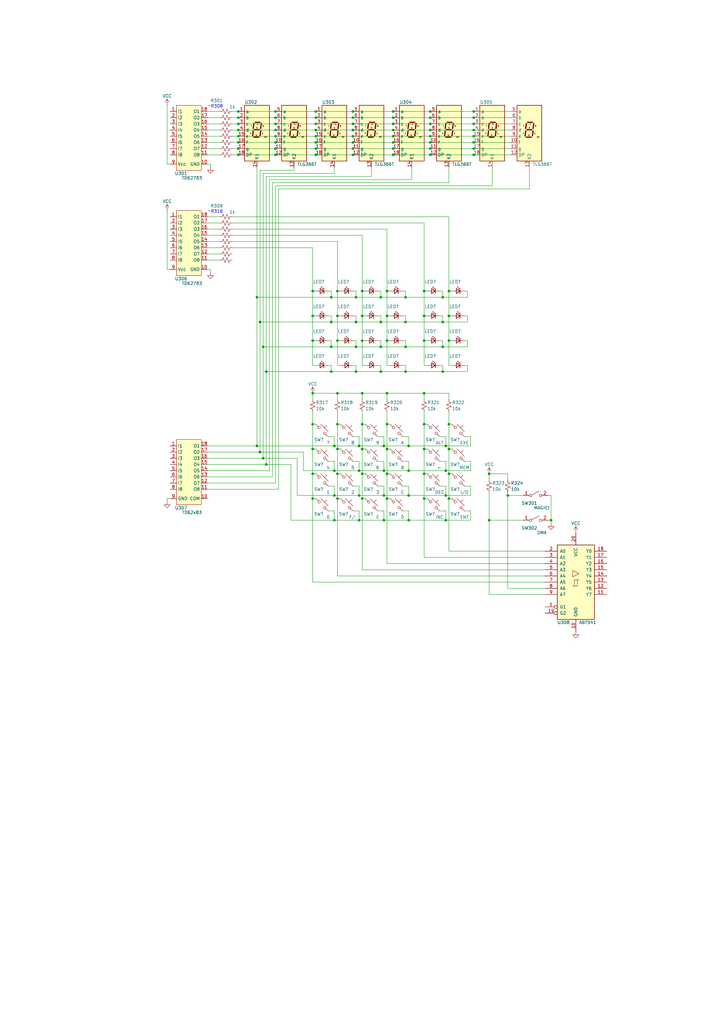
<source format=kicad_sch>
(kicad_sch (version 20211123) (generator eeschema)

  (uuid b1337b2e-11a5-4cfb-bb1a-29df44520a21)

  (paper "A3" portrait)

  (lib_symbols
    (symbol "74xx:74LS541" (pin_names (offset 1.016)) (in_bom yes) (on_board yes)
      (property "Reference" "U" (id 0) (at -7.62 16.51 0)
        (effects (font (size 1.27 1.27)))
      )
      (property "Value" "74LS541" (id 1) (at -7.62 -16.51 0)
        (effects (font (size 1.27 1.27)))
      )
      (property "Footprint" "" (id 2) (at 0 0 0)
        (effects (font (size 1.27 1.27)) hide)
      )
      (property "Datasheet" "http://www.ti.com/lit/gpn/sn74LS541" (id 3) (at 0 0 0)
        (effects (font (size 1.27 1.27)) hide)
      )
      (property "ki_locked" "" (id 4) (at 0 0 0)
        (effects (font (size 1.27 1.27)))
      )
      (property "ki_keywords" "TTL BUFFER 3State BUS" (id 5) (at 0 0 0)
        (effects (font (size 1.27 1.27)) hide)
      )
      (property "ki_description" "8-bit Buffer/Line Driver 3-state outputs" (id 6) (at 0 0 0)
        (effects (font (size 1.27 1.27)) hide)
      )
      (property "ki_fp_filters" "DIP?20*" (id 7) (at 0 0 0)
        (effects (font (size 1.27 1.27)) hide)
      )
      (symbol "74LS541_1_0"
        (polyline
          (pts
            (xy -0.635 -1.6002)
            (xy -0.635 0.9398)
            (xy 0.635 0.9398)
          )
          (stroke (width 0) (type default) (color 0 0 0 0))
          (fill (type none))
        )
        (polyline
          (pts
            (xy -1.27 -1.6002)
            (xy 0.635 -1.6002)
            (xy 0.635 0.9398)
            (xy 1.27 0.9398)
          )
          (stroke (width 0) (type default) (color 0 0 0 0))
          (fill (type none))
        )
        (polyline
          (pts
            (xy 1.27 3.4798)
            (xy -1.27 4.7498)
            (xy -1.27 2.2098)
            (xy 1.27 3.4798)
          )
          (stroke (width 0.1524) (type default) (color 0 0 0 0))
          (fill (type none))
        )
        (pin input inverted (at -12.7 -10.16 0) (length 5.08)
          (name "G1" (effects (font (size 1.27 1.27))))
          (number "1" (effects (font (size 1.27 1.27))))
        )
        (pin power_in line (at 0 -20.32 90) (length 5.08)
          (name "GND" (effects (font (size 1.27 1.27))))
          (number "10" (effects (font (size 1.27 1.27))))
        )
        (pin tri_state line (at 12.7 -5.08 180) (length 5.08)
          (name "Y7" (effects (font (size 1.27 1.27))))
          (number "11" (effects (font (size 1.27 1.27))))
        )
        (pin tri_state line (at 12.7 -2.54 180) (length 5.08)
          (name "Y6" (effects (font (size 1.27 1.27))))
          (number "12" (effects (font (size 1.27 1.27))))
        )
        (pin tri_state line (at 12.7 0 180) (length 5.08)
          (name "Y5" (effects (font (size 1.27 1.27))))
          (number "13" (effects (font (size 1.27 1.27))))
        )
        (pin tri_state line (at 12.7 2.54 180) (length 5.08)
          (name "Y4" (effects (font (size 1.27 1.27))))
          (number "14" (effects (font (size 1.27 1.27))))
        )
        (pin tri_state line (at 12.7 5.08 180) (length 5.08)
          (name "Y3" (effects (font (size 1.27 1.27))))
          (number "15" (effects (font (size 1.27 1.27))))
        )
        (pin tri_state line (at 12.7 7.62 180) (length 5.08)
          (name "Y2" (effects (font (size 1.27 1.27))))
          (number "16" (effects (font (size 1.27 1.27))))
        )
        (pin tri_state line (at 12.7 10.16 180) (length 5.08)
          (name "Y1" (effects (font (size 1.27 1.27))))
          (number "17" (effects (font (size 1.27 1.27))))
        )
        (pin tri_state line (at 12.7 12.7 180) (length 5.08)
          (name "Y0" (effects (font (size 1.27 1.27))))
          (number "18" (effects (font (size 1.27 1.27))))
        )
        (pin input inverted (at -12.7 -12.7 0) (length 5.08)
          (name "G2" (effects (font (size 1.27 1.27))))
          (number "19" (effects (font (size 1.27 1.27))))
        )
        (pin input line (at -12.7 12.7 0) (length 5.08)
          (name "A0" (effects (font (size 1.27 1.27))))
          (number "2" (effects (font (size 1.27 1.27))))
        )
        (pin power_in line (at 0 20.32 270) (length 5.08)
          (name "VCC" (effects (font (size 1.27 1.27))))
          (number "20" (effects (font (size 1.27 1.27))))
        )
        (pin input line (at -12.7 10.16 0) (length 5.08)
          (name "A1" (effects (font (size 1.27 1.27))))
          (number "3" (effects (font (size 1.27 1.27))))
        )
        (pin input line (at -12.7 7.62 0) (length 5.08)
          (name "A2" (effects (font (size 1.27 1.27))))
          (number "4" (effects (font (size 1.27 1.27))))
        )
        (pin input line (at -12.7 5.08 0) (length 5.08)
          (name "A3" (effects (font (size 1.27 1.27))))
          (number "5" (effects (font (size 1.27 1.27))))
        )
        (pin input line (at -12.7 2.54 0) (length 5.08)
          (name "A4" (effects (font (size 1.27 1.27))))
          (number "6" (effects (font (size 1.27 1.27))))
        )
        (pin input line (at -12.7 0 0) (length 5.08)
          (name "A5" (effects (font (size 1.27 1.27))))
          (number "7" (effects (font (size 1.27 1.27))))
        )
        (pin input line (at -12.7 -2.54 0) (length 5.08)
          (name "A6" (effects (font (size 1.27 1.27))))
          (number "8" (effects (font (size 1.27 1.27))))
        )
        (pin input line (at -12.7 -5.08 0) (length 5.08)
          (name "A7" (effects (font (size 1.27 1.27))))
          (number "9" (effects (font (size 1.27 1.27))))
        )
      )
      (symbol "74LS541_1_1"
        (rectangle (start -7.62 15.24) (end 7.62 -15.24)
          (stroke (width 0.254) (type default) (color 0 0 0 0))
          (fill (type background))
        )
      )
    )
    (symbol "Device:LED_Small" (pin_numbers hide) (pin_names (offset 0.254) hide) (in_bom yes) (on_board yes)
      (property "Reference" "D" (id 0) (at -1.27 3.175 0)
        (effects (font (size 1.27 1.27)) (justify left))
      )
      (property "Value" "LED_Small" (id 1) (at -4.445 -2.54 0)
        (effects (font (size 1.27 1.27)) (justify left))
      )
      (property "Footprint" "" (id 2) (at 0 0 90)
        (effects (font (size 1.27 1.27)) hide)
      )
      (property "Datasheet" "~" (id 3) (at 0 0 90)
        (effects (font (size 1.27 1.27)) hide)
      )
      (property "ki_keywords" "LED diode light-emitting-diode" (id 4) (at 0 0 0)
        (effects (font (size 1.27 1.27)) hide)
      )
      (property "ki_description" "Light emitting diode, small symbol" (id 5) (at 0 0 0)
        (effects (font (size 1.27 1.27)) hide)
      )
      (property "ki_fp_filters" "LED* LED_SMD:* LED_THT:*" (id 6) (at 0 0 0)
        (effects (font (size 1.27 1.27)) hide)
      )
      (symbol "LED_Small_0_1"
        (polyline
          (pts
            (xy -0.762 -1.016)
            (xy -0.762 1.016)
          )
          (stroke (width 0.254) (type default) (color 0 0 0 0))
          (fill (type none))
        )
        (polyline
          (pts
            (xy 1.016 0)
            (xy -0.762 0)
          )
          (stroke (width 0) (type default) (color 0 0 0 0))
          (fill (type none))
        )
        (polyline
          (pts
            (xy 0.762 -1.016)
            (xy -0.762 0)
            (xy 0.762 1.016)
            (xy 0.762 -1.016)
          )
          (stroke (width 0.254) (type default) (color 0 0 0 0))
          (fill (type none))
        )
        (polyline
          (pts
            (xy 0 0.762)
            (xy -0.508 1.27)
            (xy -0.254 1.27)
            (xy -0.508 1.27)
            (xy -0.508 1.016)
          )
          (stroke (width 0) (type default) (color 0 0 0 0))
          (fill (type none))
        )
        (polyline
          (pts
            (xy 0.508 1.27)
            (xy 0 1.778)
            (xy 0.254 1.778)
            (xy 0 1.778)
            (xy 0 1.524)
          )
          (stroke (width 0) (type default) (color 0 0 0 0))
          (fill (type none))
        )
      )
      (symbol "LED_Small_1_1"
        (pin passive line (at -2.54 0 0) (length 1.778)
          (name "K" (effects (font (size 1.27 1.27))))
          (number "1" (effects (font (size 1.27 1.27))))
        )
        (pin passive line (at 2.54 0 180) (length 1.778)
          (name "A" (effects (font (size 1.27 1.27))))
          (number "2" (effects (font (size 1.27 1.27))))
        )
      )
    )
    (symbol "Device:R_Small_US" (pin_numbers hide) (pin_names (offset 0.254) hide) (in_bom yes) (on_board yes)
      (property "Reference" "R" (id 0) (at 0.762 0.508 0)
        (effects (font (size 1.27 1.27)) (justify left))
      )
      (property "Value" "R_Small_US" (id 1) (at 0.762 -1.016 0)
        (effects (font (size 1.27 1.27)) (justify left))
      )
      (property "Footprint" "" (id 2) (at 0 0 0)
        (effects (font (size 1.27 1.27)) hide)
      )
      (property "Datasheet" "~" (id 3) (at 0 0 0)
        (effects (font (size 1.27 1.27)) hide)
      )
      (property "ki_keywords" "r resistor" (id 4) (at 0 0 0)
        (effects (font (size 1.27 1.27)) hide)
      )
      (property "ki_description" "Resistor, small US symbol" (id 5) (at 0 0 0)
        (effects (font (size 1.27 1.27)) hide)
      )
      (property "ki_fp_filters" "R_*" (id 6) (at 0 0 0)
        (effects (font (size 1.27 1.27)) hide)
      )
      (symbol "R_Small_US_1_1"
        (polyline
          (pts
            (xy 0 0)
            (xy 1.016 -0.381)
            (xy 0 -0.762)
            (xy -1.016 -1.143)
            (xy 0 -1.524)
          )
          (stroke (width 0) (type default) (color 0 0 0 0))
          (fill (type none))
        )
        (polyline
          (pts
            (xy 0 1.524)
            (xy 1.016 1.143)
            (xy 0 0.762)
            (xy -1.016 0.381)
            (xy 0 0)
          )
          (stroke (width 0) (type default) (color 0 0 0 0))
          (fill (type none))
        )
        (pin passive line (at 0 2.54 270) (length 1.016)
          (name "~" (effects (font (size 1.27 1.27))))
          (number "1" (effects (font (size 1.27 1.27))))
        )
        (pin passive line (at 0 -2.54 90) (length 1.016)
          (name "~" (effects (font (size 1.27 1.27))))
          (number "2" (effects (font (size 1.27 1.27))))
        )
      )
    )
    (symbol "Switch:SW_Push_45deg" (pin_numbers hide) (pin_names (offset 1.016) hide) (in_bom yes) (on_board yes)
      (property "Reference" "SW" (id 0) (at 3.048 1.016 0)
        (effects (font (size 1.27 1.27)) (justify left))
      )
      (property "Value" "SW_Push_45deg" (id 1) (at 0 -3.81 0)
        (effects (font (size 1.27 1.27)))
      )
      (property "Footprint" "" (id 2) (at 0 0 0)
        (effects (font (size 1.27 1.27)) hide)
      )
      (property "Datasheet" "~" (id 3) (at 0 0 0)
        (effects (font (size 1.27 1.27)) hide)
      )
      (property "ki_keywords" "switch normally-open pushbutton push-button" (id 4) (at 0 0 0)
        (effects (font (size 1.27 1.27)) hide)
      )
      (property "ki_description" "Push button switch, normally open, two pins, 45° tilted" (id 5) (at 0 0 0)
        (effects (font (size 1.27 1.27)) hide)
      )
      (symbol "SW_Push_45deg_0_1"
        (circle (center -1.1684 1.1684) (radius 0.508)
          (stroke (width 0) (type default) (color 0 0 0 0))
          (fill (type none))
        )
        (polyline
          (pts
            (xy -0.508 2.54)
            (xy 2.54 -0.508)
          )
          (stroke (width 0) (type default) (color 0 0 0 0))
          (fill (type none))
        )
        (polyline
          (pts
            (xy 1.016 1.016)
            (xy 2.032 2.032)
          )
          (stroke (width 0) (type default) (color 0 0 0 0))
          (fill (type none))
        )
        (polyline
          (pts
            (xy -2.54 2.54)
            (xy -1.524 1.524)
            (xy -1.524 1.524)
          )
          (stroke (width 0) (type default) (color 0 0 0 0))
          (fill (type none))
        )
        (polyline
          (pts
            (xy 1.524 -1.524)
            (xy 2.54 -2.54)
            (xy 2.54 -2.54)
            (xy 2.54 -2.54)
          )
          (stroke (width 0) (type default) (color 0 0 0 0))
          (fill (type none))
        )
        (circle (center 1.143 -1.1938) (radius 0.508)
          (stroke (width 0) (type default) (color 0 0 0 0))
          (fill (type none))
        )
        (pin passive line (at -2.54 2.54 0) (length 0)
          (name "1" (effects (font (size 1.27 1.27))))
          (number "1" (effects (font (size 1.27 1.27))))
        )
        (pin passive line (at 2.54 -2.54 180) (length 0)
          (name "2" (effects (font (size 1.27 1.27))))
          (number "2" (effects (font (size 1.27 1.27))))
        )
      )
    )
    (symbol "Switch:SW_SPST" (pin_names (offset 0) hide) (in_bom yes) (on_board yes)
      (property "Reference" "SW" (id 0) (at 0 3.175 0)
        (effects (font (size 1.27 1.27)))
      )
      (property "Value" "SW_SPST" (id 1) (at 0 -2.54 0)
        (effects (font (size 1.27 1.27)))
      )
      (property "Footprint" "" (id 2) (at 0 0 0)
        (effects (font (size 1.27 1.27)) hide)
      )
      (property "Datasheet" "~" (id 3) (at 0 0 0)
        (effects (font (size 1.27 1.27)) hide)
      )
      (property "ki_keywords" "switch lever" (id 4) (at 0 0 0)
        (effects (font (size 1.27 1.27)) hide)
      )
      (property "ki_description" "Single Pole Single Throw (SPST) switch" (id 5) (at 0 0 0)
        (effects (font (size 1.27 1.27)) hide)
      )
      (symbol "SW_SPST_0_0"
        (circle (center -2.032 0) (radius 0.508)
          (stroke (width 0) (type default) (color 0 0 0 0))
          (fill (type none))
        )
        (polyline
          (pts
            (xy -1.524 0.254)
            (xy 1.524 1.778)
          )
          (stroke (width 0) (type default) (color 0 0 0 0))
          (fill (type none))
        )
        (circle (center 2.032 0) (radius 0.508)
          (stroke (width 0) (type default) (color 0 0 0 0))
          (fill (type none))
        )
      )
      (symbol "SW_SPST_1_1"
        (pin passive line (at -5.08 0 0) (length 2.54)
          (name "A" (effects (font (size 1.27 1.27))))
          (number "1" (effects (font (size 1.27 1.27))))
        )
        (pin passive line (at 5.08 0 180) (length 2.54)
          (name "B" (effects (font (size 1.27 1.27))))
          (number "2" (effects (font (size 1.27 1.27))))
        )
      )
    )
    (symbol "Toshiba_Sp:TD62783" (in_bom yes) (on_board yes)
      (property "Reference" "U" (id 0) (at 0 16.51 0)
        (effects (font (size 1.27 1.27)))
      )
      (property "Value" "TD62783" (id 1) (at 0 13.97 0)
        (effects (font (size 1.27 1.27)))
      )
      (property "Footprint" "" (id 2) (at 0 0 0)
        (effects (font (size 1.27 1.27)) hide)
      )
      (property "Datasheet" "" (id 3) (at 0 0 0)
        (effects (font (size 1.27 1.27)) hide)
      )
      (symbol "TD62783_0_1"
        (rectangle (start -5.08 12.7) (end 5.08 -13.97)
          (stroke (width 0) (type default) (color 0 0 0 0))
          (fill (type background))
        )
      )
      (symbol "TD62783_1_1"
        (pin input line (at -7.62 10.16 0) (length 2.54)
          (name "I1" (effects (font (size 1.27 1.27))))
          (number "1" (effects (font (size 1.27 1.27))))
        )
        (pin power_in line (at 7.62 -11.43 180) (length 2.54)
          (name "GND" (effects (font (size 1.27 1.27))))
          (number "10" (effects (font (size 1.27 1.27))))
        )
        (pin output line (at 7.62 -7.62 180) (length 2.54)
          (name "O8" (effects (font (size 1.27 1.27))))
          (number "11" (effects (font (size 1.27 1.27))))
        )
        (pin output line (at 7.62 -5.08 180) (length 2.54)
          (name "O7" (effects (font (size 1.27 1.27))))
          (number "12" (effects (font (size 1.27 1.27))))
        )
        (pin output line (at 7.62 -2.54 180) (length 2.54)
          (name "O6" (effects (font (size 1.27 1.27))))
          (number "13" (effects (font (size 1.27 1.27))))
        )
        (pin output line (at 7.62 0 180) (length 2.54)
          (name "O5" (effects (font (size 1.27 1.27))))
          (number "14" (effects (font (size 1.27 1.27))))
        )
        (pin output line (at 7.62 2.54 180) (length 2.54)
          (name "O4" (effects (font (size 1.27 1.27))))
          (number "15" (effects (font (size 1.27 1.27))))
        )
        (pin output line (at 7.62 5.08 180) (length 2.54)
          (name "O3" (effects (font (size 1.27 1.27))))
          (number "16" (effects (font (size 1.27 1.27))))
        )
        (pin output line (at 7.62 7.62 180) (length 2.54)
          (name "O2" (effects (font (size 1.27 1.27))))
          (number "17" (effects (font (size 1.27 1.27))))
        )
        (pin output line (at 7.62 10.16 180) (length 2.54)
          (name "O1" (effects (font (size 1.27 1.27))))
          (number "18" (effects (font (size 1.27 1.27))))
        )
        (pin input line (at -7.62 7.62 0) (length 2.54)
          (name "I2" (effects (font (size 1.27 1.27))))
          (number "2" (effects (font (size 1.27 1.27))))
        )
        (pin input line (at -7.62 5.08 0) (length 2.54)
          (name "I3" (effects (font (size 1.27 1.27))))
          (number "3" (effects (font (size 1.27 1.27))))
        )
        (pin input line (at -7.62 2.54 0) (length 2.54)
          (name "I4" (effects (font (size 1.27 1.27))))
          (number "4" (effects (font (size 1.27 1.27))))
        )
        (pin input line (at -7.62 0 0) (length 2.54)
          (name "I5" (effects (font (size 1.27 1.27))))
          (number "5" (effects (font (size 1.27 1.27))))
        )
        (pin input line (at -7.62 -2.54 0) (length 2.54)
          (name "I6" (effects (font (size 1.27 1.27))))
          (number "6" (effects (font (size 1.27 1.27))))
        )
        (pin input line (at -7.62 -5.08 0) (length 2.54)
          (name "I7" (effects (font (size 1.27 1.27))))
          (number "7" (effects (font (size 1.27 1.27))))
        )
        (pin input line (at -7.62 -7.62 0) (length 2.54)
          (name "I8" (effects (font (size 1.27 1.27))))
          (number "8" (effects (font (size 1.27 1.27))))
        )
        (pin power_in line (at -7.62 -11.43 0) (length 2.54)
          (name "Vcc" (effects (font (size 1.27 1.27))))
          (number "9" (effects (font (size 1.27 1.27))))
        )
      )
    )
    (symbol "Toshiba_Sp:TD62x83" (in_bom yes) (on_board yes)
      (property "Reference" "U" (id 0) (at 0 16.51 0)
        (effects (font (size 1.27 1.27)))
      )
      (property "Value" "TD62x83" (id 1) (at 0 13.97 0)
        (effects (font (size 1.27 1.27)))
      )
      (property "Footprint" "" (id 2) (at -1.27 0 0)
        (effects (font (size 1.27 1.27)) hide)
      )
      (property "Datasheet" "" (id 3) (at -1.27 0 0)
        (effects (font (size 1.27 1.27)) hide)
      )
      (symbol "TD62x83_0_1"
        (rectangle (start -5.08 12.7) (end 5.08 -13.97)
          (stroke (width 0) (type default) (color 0 0 0 0))
          (fill (type background))
        )
      )
      (symbol "TD62x83_1_1"
        (pin input line (at -7.62 10.16 0) (length 2.54)
          (name "I1" (effects (font (size 1.27 1.27))))
          (number "1" (effects (font (size 1.27 1.27))))
        )
        (pin power_in line (at 7.62 -11.43 180) (length 2.54)
          (name "COM" (effects (font (size 1.27 1.27))))
          (number "10" (effects (font (size 1.27 1.27))))
        )
        (pin output line (at 7.62 -7.62 180) (length 2.54)
          (name "O8" (effects (font (size 1.27 1.27))))
          (number "11" (effects (font (size 1.27 1.27))))
        )
        (pin output line (at 7.62 -5.08 180) (length 2.54)
          (name "O7" (effects (font (size 1.27 1.27))))
          (number "12" (effects (font (size 1.27 1.27))))
        )
        (pin output line (at 7.62 -2.54 180) (length 2.54)
          (name "O6" (effects (font (size 1.27 1.27))))
          (number "13" (effects (font (size 1.27 1.27))))
        )
        (pin output line (at 7.62 0 180) (length 2.54)
          (name "O5" (effects (font (size 1.27 1.27))))
          (number "14" (effects (font (size 1.27 1.27))))
        )
        (pin output line (at 7.62 2.54 180) (length 2.54)
          (name "O4" (effects (font (size 1.27 1.27))))
          (number "15" (effects (font (size 1.27 1.27))))
        )
        (pin output line (at 7.62 5.08 180) (length 2.54)
          (name "O3" (effects (font (size 1.27 1.27))))
          (number "16" (effects (font (size 1.27 1.27))))
        )
        (pin output line (at 7.62 7.62 180) (length 2.54)
          (name "O2" (effects (font (size 1.27 1.27))))
          (number "17" (effects (font (size 1.27 1.27))))
        )
        (pin output line (at 7.62 10.16 180) (length 2.54)
          (name "O1" (effects (font (size 1.27 1.27))))
          (number "18" (effects (font (size 1.27 1.27))))
        )
        (pin input line (at -7.62 7.62 0) (length 2.54)
          (name "I2" (effects (font (size 1.27 1.27))))
          (number "2" (effects (font (size 1.27 1.27))))
        )
        (pin input line (at -7.62 5.08 0) (length 2.54)
          (name "I3" (effects (font (size 1.27 1.27))))
          (number "3" (effects (font (size 1.27 1.27))))
        )
        (pin input line (at -7.62 2.54 0) (length 2.54)
          (name "I4" (effects (font (size 1.27 1.27))))
          (number "4" (effects (font (size 1.27 1.27))))
        )
        (pin input line (at -7.62 0 0) (length 2.54)
          (name "I5" (effects (font (size 1.27 1.27))))
          (number "5" (effects (font (size 1.27 1.27))))
        )
        (pin input line (at -7.62 -2.54 0) (length 2.54)
          (name "I6" (effects (font (size 1.27 1.27))))
          (number "6" (effects (font (size 1.27 1.27))))
        )
        (pin input line (at -7.62 -5.08 0) (length 2.54)
          (name "I7" (effects (font (size 1.27 1.27))))
          (number "7" (effects (font (size 1.27 1.27))))
        )
        (pin input line (at -7.62 -7.62 0) (length 2.54)
          (name "I8" (effects (font (size 1.27 1.27))))
          (number "8" (effects (font (size 1.27 1.27))))
        )
        (pin power_in line (at -7.62 -11.43 0) (length 2.54)
          (name "GND" (effects (font (size 1.27 1.27))))
          (number "9" (effects (font (size 1.27 1.27))))
        )
      )
    )
    (symbol "Toshiba_Sp:TLG366T" (in_bom yes) (on_board yes)
      (property "Reference" "U" (id 0) (at 6.35 7.62 0)
        (effects (font (size 1.27 1.27)))
      )
      (property "Value" "TLG366T" (id 1) (at 10.16 5.08 0)
        (effects (font (size 1.27 1.27)))
      )
      (property "Footprint" "" (id 2) (at -6.35 0 0)
        (effects (font (size 1.27 1.27)) hide)
      )
      (property "Datasheet" "" (id 3) (at -6.35 0 0)
        (effects (font (size 1.27 1.27)) hide)
      )
      (symbol "TLG366T_1_0"
        (text "A" (at -6.096 -3.937 0)
          (effects (font (size 0.508 0.508)))
        )
        (text "A" (at 9.144 -3.937 0)
          (effects (font (size 0.508 0.508)))
        )
        (text "B" (at -3.81 -4.699 0)
          (effects (font (size 0.508 0.508)))
        )
        (text "B" (at 11.43 -4.699 0)
          (effects (font (size 0.508 0.508)))
        )
        (text "C" (at -4.064 -7.747 0)
          (effects (font (size 0.508 0.508)))
        )
        (text "C" (at 11.176 -7.747 0)
          (effects (font (size 0.508 0.508)))
        )
        (text "D" (at -6.604 -8.509 0)
          (effects (font (size 0.508 0.508)))
        )
        (text "D" (at 8.636 -8.509 0)
          (effects (font (size 0.508 0.508)))
        )
        (text "DP" (at -2.794 -9.271 0)
          (effects (font (size 0.508 0.508)))
        )
        (text "DP" (at 12.446 -9.271 0)
          (effects (font (size 0.508 0.508)))
        )
        (text "E" (at -8.89 -7.747 0)
          (effects (font (size 0.508 0.508)))
        )
        (text "E" (at 6.35 -7.747 0)
          (effects (font (size 0.508 0.508)))
        )
        (text "F" (at -8.636 -4.699 0)
          (effects (font (size 0.508 0.508)))
        )
        (text "F" (at 6.604 -4.699 0)
          (effects (font (size 0.508 0.508)))
        )
        (text "G" (at -6.35 -5.461 0)
          (effects (font (size 0.508 0.508)))
        )
        (text "G" (at 8.89 -5.461 0)
          (effects (font (size 0.508 0.508)))
        )
      )
      (symbol "TLG366T_1_1"
        (rectangle (start -11.43 3.81) (end -1.27 -19.05)
          (stroke (width 0.254) (type default) (color 0 0 0 0))
          (fill (type background))
        )
        (polyline
          (pts
            (xy -7.874 -6.731)
            (xy -8.128 -8.763)
          )
          (stroke (width 0.508) (type default) (color 0 0 0 0))
          (fill (type none))
        )
        (polyline
          (pts
            (xy -7.62 -9.271)
            (xy -5.588 -9.271)
          )
          (stroke (width 0.508) (type default) (color 0 0 0 0))
          (fill (type none))
        )
        (polyline
          (pts
            (xy -7.62 -3.683)
            (xy -7.874 -5.715)
          )
          (stroke (width 0.508) (type default) (color 0 0 0 0))
          (fill (type none))
        )
        (polyline
          (pts
            (xy -7.366 -6.223)
            (xy -5.334 -6.223)
          )
          (stroke (width 0.508) (type default) (color 0 0 0 0))
          (fill (type none))
        )
        (polyline
          (pts
            (xy -7.112 -3.175)
            (xy -5.08 -3.175)
          )
          (stroke (width 0.508) (type default) (color 0 0 0 0))
          (fill (type none))
        )
        (polyline
          (pts
            (xy -4.826 -6.731)
            (xy -5.08 -8.763)
          )
          (stroke (width 0.508) (type default) (color 0 0 0 0))
          (fill (type none))
        )
        (polyline
          (pts
            (xy -4.572 -3.683)
            (xy -4.826 -5.715)
          )
          (stroke (width 0.508) (type default) (color 0 0 0 0))
          (fill (type none))
        )
        (polyline
          (pts
            (xy -3.81 -9.271)
            (xy -3.81 -9.271)
          )
          (stroke (width 0.508) (type default) (color 0 0 0 0))
          (fill (type none))
        )
        (polyline
          (pts
            (xy 7.366 -6.731)
            (xy 7.112 -8.763)
          )
          (stroke (width 0.508) (type default) (color 0 0 0 0))
          (fill (type none))
        )
        (polyline
          (pts
            (xy 7.62 -9.271)
            (xy 9.652 -9.271)
          )
          (stroke (width 0.508) (type default) (color 0 0 0 0))
          (fill (type none))
        )
        (polyline
          (pts
            (xy 7.62 -3.683)
            (xy 7.366 -5.715)
          )
          (stroke (width 0.508) (type default) (color 0 0 0 0))
          (fill (type none))
        )
        (polyline
          (pts
            (xy 7.874 -6.223)
            (xy 9.906 -6.223)
          )
          (stroke (width 0.508) (type default) (color 0 0 0 0))
          (fill (type none))
        )
        (polyline
          (pts
            (xy 8.128 -3.175)
            (xy 10.16 -3.175)
          )
          (stroke (width 0.508) (type default) (color 0 0 0 0))
          (fill (type none))
        )
        (polyline
          (pts
            (xy 10.414 -6.731)
            (xy 10.16 -8.763)
          )
          (stroke (width 0.508) (type default) (color 0 0 0 0))
          (fill (type none))
        )
        (polyline
          (pts
            (xy 10.668 -3.683)
            (xy 10.414 -5.715)
          )
          (stroke (width 0.508) (type default) (color 0 0 0 0))
          (fill (type none))
        )
        (polyline
          (pts
            (xy 11.43 -9.271)
            (xy 11.43 -9.271)
          )
          (stroke (width 0.508) (type default) (color 0 0 0 0))
          (fill (type none))
        )
        (rectangle (start 3.81 3.81) (end 13.97 -19.05)
          (stroke (width 0.254) (type default) (color 0 0 0 0))
          (fill (type background))
        )
        (pin input line (at -13.97 1.27 0) (length 2.54)
          (name "a" (effects (font (size 1.27 1.27))))
          (number "1" (effects (font (size 1.27 1.27))))
        )
        (pin input line (at 1.27 -11.43 0) (length 2.54)
          (name "f" (effects (font (size 1.27 1.27))))
          (number "10" (effects (font (size 1.27 1.27))))
        )
        (pin input line (at 1.27 -13.97 0) (length 2.54)
          (name "g" (effects (font (size 1.27 1.27))))
          (number "11" (effects (font (size 1.27 1.27))))
        )
        (pin input line (at 1.27 -16.51 0) (length 2.54)
          (name "DP" (effects (font (size 1.27 1.27))))
          (number "12" (effects (font (size 1.27 1.27))))
        )
        (pin input line (at 8.89 -21.59 90) (length 2.54)
          (name "K2" (effects (font (size 1.27 1.27))))
          (number "13" (effects (font (size 1.27 1.27))))
        )
        (pin input line (at -6.35 -21.59 90) (length 2.54)
          (name "K1" (effects (font (size 1.27 1.27))))
          (number "14" (effects (font (size 1.27 1.27))))
        )
        (pin input line (at -13.97 -8.89 0) (length 2.54)
          (name "e" (effects (font (size 1.27 1.27))))
          (number "15" (effects (font (size 1.27 1.27))))
        )
        (pin input line (at -13.97 -11.43 0) (length 2.54)
          (name "f" (effects (font (size 1.27 1.27))))
          (number "16" (effects (font (size 1.27 1.27))))
        )
        (pin input line (at -13.97 -13.97 0) (length 2.54)
          (name "g" (effects (font (size 1.27 1.27))))
          (number "17" (effects (font (size 1.27 1.27))))
        )
        (pin input line (at -13.97 -16.51 0) (length 2.54)
          (name "DP" (effects (font (size 1.27 1.27))))
          (number "18" (effects (font (size 1.27 1.27))))
        )
        (pin input line (at -13.97 -1.27 0) (length 2.54)
          (name "b" (effects (font (size 1.27 1.27))))
          (number "2" (effects (font (size 1.27 1.27))))
        )
        (pin input line (at -13.97 -3.81 0) (length 2.54)
          (name "c" (effects (font (size 1.27 1.27))))
          (number "3" (effects (font (size 1.27 1.27))))
        )
        (pin input line (at -13.97 -6.35 0) (length 2.54)
          (name "d" (effects (font (size 1.27 1.27))))
          (number "4" (effects (font (size 1.27 1.27))))
        )
        (pin input line (at 1.27 1.27 0) (length 2.54)
          (name "a" (effects (font (size 1.27 1.27))))
          (number "5" (effects (font (size 1.27 1.27))))
        )
        (pin input line (at 1.27 -1.27 0) (length 2.54)
          (name "b" (effects (font (size 1.27 1.27))))
          (number "6" (effects (font (size 1.27 1.27))))
        )
        (pin input line (at 1.27 -3.81 0) (length 2.54)
          (name "c" (effects (font (size 1.27 1.27))))
          (number "7" (effects (font (size 1.27 1.27))))
        )
        (pin input line (at 1.27 -6.35 0) (length 2.54)
          (name "d" (effects (font (size 1.27 1.27))))
          (number "8" (effects (font (size 1.27 1.27))))
        )
        (pin input line (at 1.27 -8.89 0) (length 2.54)
          (name "e" (effects (font (size 1.27 1.27))))
          (number "9" (effects (font (size 1.27 1.27))))
        )
      )
    )
    (symbol "power:GND" (power) (pin_names (offset 0)) (in_bom yes) (on_board yes)
      (property "Reference" "#PWR" (id 0) (at 0 -6.35 0)
        (effects (font (size 1.27 1.27)) hide)
      )
      (property "Value" "GND" (id 1) (at 0 -3.81 0)
        (effects (font (size 1.27 1.27)))
      )
      (property "Footprint" "" (id 2) (at 0 0 0)
        (effects (font (size 1.27 1.27)) hide)
      )
      (property "Datasheet" "" (id 3) (at 0 0 0)
        (effects (font (size 1.27 1.27)) hide)
      )
      (property "ki_keywords" "global power" (id 4) (at 0 0 0)
        (effects (font (size 1.27 1.27)) hide)
      )
      (property "ki_description" "Power symbol creates a global label with name \"GND\" , ground" (id 5) (at 0 0 0)
        (effects (font (size 1.27 1.27)) hide)
      )
      (symbol "GND_0_1"
        (polyline
          (pts
            (xy 0 0)
            (xy 0 -1.27)
            (xy 1.27 -1.27)
            (xy 0 -2.54)
            (xy -1.27 -1.27)
            (xy 0 -1.27)
          )
          (stroke (width 0) (type default) (color 0 0 0 0))
          (fill (type none))
        )
      )
      (symbol "GND_1_1"
        (pin power_in line (at 0 0 270) (length 0) hide
          (name "GND" (effects (font (size 1.27 1.27))))
          (number "1" (effects (font (size 1.27 1.27))))
        )
      )
    )
    (symbol "power:VCC" (power) (pin_names (offset 0)) (in_bom yes) (on_board yes)
      (property "Reference" "#PWR" (id 0) (at 0 -3.81 0)
        (effects (font (size 1.27 1.27)) hide)
      )
      (property "Value" "VCC" (id 1) (at 0 3.81 0)
        (effects (font (size 1.27 1.27)))
      )
      (property "Footprint" "" (id 2) (at 0 0 0)
        (effects (font (size 1.27 1.27)) hide)
      )
      (property "Datasheet" "" (id 3) (at 0 0 0)
        (effects (font (size 1.27 1.27)) hide)
      )
      (property "ki_keywords" "global power" (id 4) (at 0 0 0)
        (effects (font (size 1.27 1.27)) hide)
      )
      (property "ki_description" "Power symbol creates a global label with name \"VCC\"" (id 5) (at 0 0 0)
        (effects (font (size 1.27 1.27)) hide)
      )
      (symbol "VCC_0_1"
        (polyline
          (pts
            (xy -0.762 1.27)
            (xy 0 2.54)
          )
          (stroke (width 0) (type default) (color 0 0 0 0))
          (fill (type none))
        )
        (polyline
          (pts
            (xy 0 0)
            (xy 0 2.54)
          )
          (stroke (width 0) (type default) (color 0 0 0 0))
          (fill (type none))
        )
        (polyline
          (pts
            (xy 0 2.54)
            (xy 0.762 1.27)
          )
          (stroke (width 0) (type default) (color 0 0 0 0))
          (fill (type none))
        )
      )
      (symbol "VCC_1_1"
        (pin power_in line (at 0 0 90) (length 0) hide
          (name "VCC" (effects (font (size 1.27 1.27))))
          (number "1" (effects (font (size 1.27 1.27))))
        )
      )
    )
  )

  (junction (at 181.61 121.92) (diameter 0) (color 0 0 0 0)
    (uuid 0080f8eb-7a07-4bf6-9401-e341418b5428)
  )
  (junction (at 156.21 121.92) (diameter 0) (color 0 0 0 0)
    (uuid 00d80d19-20a4-43aa-a3e0-00260f95ebd8)
  )
  (junction (at 135.89 142.24) (diameter 0) (color 0 0 0 0)
    (uuid 0105f07e-1f0a-4f0a-9dc9-ae9b42191df3)
  )
  (junction (at 208.28 203.2) (diameter 0) (color 0 0 0 0)
    (uuid 01435d0f-8065-47ce-9868-a6aa189c071b)
  )
  (junction (at 184.15 129.54) (diameter 0) (color 0 0 0 0)
    (uuid 02e64d5f-a68d-4b54-bdf2-f1ac59510562)
  )
  (junction (at 158.75 204.47) (diameter 0) (color 0 0 0 0)
    (uuid 039e3fda-1e17-4545-9b3c-5ff8ecd728fe)
  )
  (junction (at 148.59 204.47) (diameter 0) (color 0 0 0 0)
    (uuid 03eb22d0-417a-4a5d-868a-35125b41cb9f)
  )
  (junction (at 129.54 53.34) (diameter 0) (color 0 0 0 0)
    (uuid 04416233-ac49-458a-9af9-35b25bc4ad88)
  )
  (junction (at 135.89 152.4) (diameter 0) (color 0 0 0 0)
    (uuid 0509aee7-e239-4be5-92cf-b55c95d40bc1)
  )
  (junction (at 137.16 213.36) (diameter 0) (color 0 0 0 0)
    (uuid 080c8a1d-3561-437e-9a2e-d6e0509b75cc)
  )
  (junction (at 148.59 129.54) (diameter 0) (color 0 0 0 0)
    (uuid 0a791698-ec20-496f-a18c-e436f3c90e20)
  )
  (junction (at 144.78 45.72) (diameter 0) (color 0 0 0 0)
    (uuid 0aec8a3e-e000-44a7-acd7-4f38cddd4be3)
  )
  (junction (at 97.79 48.26) (diameter 0) (color 0 0 0 0)
    (uuid 0b4f34f4-0f0b-4793-8b94-cbdec8309aeb)
  )
  (junction (at 128.27 184.15) (diameter 0) (color 0 0 0 0)
    (uuid 0bdab735-9fd6-404f-a2dc-77f457f3aed3)
  )
  (junction (at 167.64 213.36) (diameter 0) (color 0 0 0 0)
    (uuid 0c0f3fd8-6f4f-42b7-bbc8-2d7cfd64c848)
  )
  (junction (at 147.32 203.2) (diameter 0) (color 0 0 0 0)
    (uuid 0e5482bc-fec1-4bdb-8458-043ed55de399)
  )
  (junction (at 176.53 58.42) (diameter 0) (color 0 0 0 0)
    (uuid 0e7ca8ae-fc68-4d72-add0-790bec68018c)
  )
  (junction (at 166.37 132.08) (diameter 0) (color 0 0 0 0)
    (uuid 0f759ebe-33a1-4e42-9507-074ca9fbbede)
  )
  (junction (at 184.15 119.38) (diameter 0) (color 0 0 0 0)
    (uuid 11d6babb-967c-49e4-b20f-95a7fbd6e5d2)
  )
  (junction (at 161.29 45.72) (diameter 0) (color 0 0 0 0)
    (uuid 122d4626-54e9-4e18-ae22-e27b53314eb7)
  )
  (junction (at 128.27 161.29) (diameter 0) (color 0 0 0 0)
    (uuid 1234d23f-2cb9-4a18-b692-462ad8d024f6)
  )
  (junction (at 97.79 58.42) (diameter 0) (color 0 0 0 0)
    (uuid 14a5a579-35c9-4986-9bb6-c28f0af6ecb6)
  )
  (junction (at 107.95 187.96) (diameter 0) (color 0 0 0 0)
    (uuid 155d8936-7d8e-4745-ade4-55064e06e8ed)
  )
  (junction (at 147.32 182.88) (diameter 0) (color 0 0 0 0)
    (uuid 160fd9c2-a93d-4902-ab8f-53abc0d7f583)
  )
  (junction (at 138.43 194.31) (diameter 0) (color 0 0 0 0)
    (uuid 17e4678c-ace5-4e11-b482-365597c5a786)
  )
  (junction (at 182.88 193.04) (diameter 0) (color 0 0 0 0)
    (uuid 1b718314-9232-4f4d-9960-db3adc0f2a37)
  )
  (junction (at 167.64 193.04) (diameter 0) (color 0 0 0 0)
    (uuid 1b945abe-5013-4f0b-bbb5-9631701381d3)
  )
  (junction (at 113.03 50.8) (diameter 0) (color 0 0 0 0)
    (uuid 1bdde1eb-835e-4bbd-89f1-c6f0366a5268)
  )
  (junction (at 176.53 50.8) (diameter 0) (color 0 0 0 0)
    (uuid 1bf68936-843a-48dc-9fd7-dcf3e2bf5718)
  )
  (junction (at 157.48 182.88) (diameter 0) (color 0 0 0 0)
    (uuid 1d02c47b-7440-45f7-885c-1556ec9eb8f6)
  )
  (junction (at 146.05 132.08) (diameter 0) (color 0 0 0 0)
    (uuid 1d941114-9d70-4448-825f-063e6d9cc89e)
  )
  (junction (at 146.05 142.24) (diameter 0) (color 0 0 0 0)
    (uuid 1e720c47-9153-41ad-bfe5-ba1d7dd97160)
  )
  (junction (at 129.54 60.96) (diameter 0) (color 0 0 0 0)
    (uuid 1f3236eb-5798-4e1d-9b37-1b7c9797b626)
  )
  (junction (at 138.43 173.99) (diameter 0) (color 0 0 0 0)
    (uuid 20201f48-4fc8-4014-b6f2-5e44287828f1)
  )
  (junction (at 173.99 129.54) (diameter 0) (color 0 0 0 0)
    (uuid 21386f9f-06fe-4d1b-a676-8d729e4e03aa)
  )
  (junction (at 105.41 182.88) (diameter 0) (color 0 0 0 0)
    (uuid 2209c44a-e553-4071-8c20-6f81d5c4f9f9)
  )
  (junction (at 137.16 182.88) (diameter 0) (color 0 0 0 0)
    (uuid 2b8f8bed-1734-48fc-a61b-b53eb94b0c0b)
  )
  (junction (at 144.78 48.26) (diameter 0) (color 0 0 0 0)
    (uuid 2dac4a19-75d0-4f8a-b211-ea4edba269a1)
  )
  (junction (at 146.05 121.92) (diameter 0) (color 0 0 0 0)
    (uuid 2e77a332-9026-46d3-83de-31aef7ff2a4d)
  )
  (junction (at 181.61 152.4) (diameter 0) (color 0 0 0 0)
    (uuid 311a966e-46e0-4d2e-8604-7efc51d2f8d7)
  )
  (junction (at 113.03 58.42) (diameter 0) (color 0 0 0 0)
    (uuid 317549fc-e199-4ca4-b22e-31f0f9df77ea)
  )
  (junction (at 129.54 58.42) (diameter 0) (color 0 0 0 0)
    (uuid 31b4eabc-740d-430b-9c9d-d31b50d84133)
  )
  (junction (at 138.43 204.47) (diameter 0) (color 0 0 0 0)
    (uuid 325a3c4b-1486-4df8-9c85-2a430a299303)
  )
  (junction (at 128.27 194.31) (diameter 0) (color 0 0 0 0)
    (uuid 32974093-0e9a-4ad9-9b61-27f658917afd)
  )
  (junction (at 173.99 173.99) (diameter 0) (color 0 0 0 0)
    (uuid 3321ea51-d1db-4b79-8903-6a466b3d7bf1)
  )
  (junction (at 194.31 53.34) (diameter 0) (color 0 0 0 0)
    (uuid 36787aa5-ae0f-40af-a93e-6f9e514da69a)
  )
  (junction (at 97.79 55.88) (diameter 0) (color 0 0 0 0)
    (uuid 36ce1b14-c2f0-4e83-88a2-505ec41d4974)
  )
  (junction (at 226.06 213.36) (diameter 0) (color 0 0 0 0)
    (uuid 390fe84c-4cb6-45d0-80e2-7f30e2648d3c)
  )
  (junction (at 129.54 48.26) (diameter 0) (color 0 0 0 0)
    (uuid 3a3d2624-d8fa-438e-9711-0c58cfb7d3b1)
  )
  (junction (at 107.95 142.24) (diameter 0) (color 0 0 0 0)
    (uuid 3c4a144e-6db9-4d0d-9073-0b347560bc53)
  )
  (junction (at 182.88 213.36) (diameter 0) (color 0 0 0 0)
    (uuid 3d532446-4997-4044-99d0-e7e6c0039fd7)
  )
  (junction (at 128.27 129.54) (diameter 0) (color 0 0 0 0)
    (uuid 3ef933ab-3e71-40b6-9420-e3617dbd235b)
  )
  (junction (at 167.64 182.88) (diameter 0) (color 0 0 0 0)
    (uuid 40c9dfce-160e-40ac-990b-2e9827d041ce)
  )
  (junction (at 158.75 173.99) (diameter 0) (color 0 0 0 0)
    (uuid 434230de-310c-4777-bf7f-33dda88e6fc7)
  )
  (junction (at 137.16 193.04) (diameter 0) (color 0 0 0 0)
    (uuid 45d48e19-0795-43e0-b789-5c3858fd193f)
  )
  (junction (at 144.78 63.5) (diameter 0) (color 0 0 0 0)
    (uuid 474259d0-e1b4-48ab-8e53-c557233e7ffa)
  )
  (junction (at 138.43 139.7) (diameter 0) (color 0 0 0 0)
    (uuid 48bc7426-13d2-4c2f-b056-858aefb51b69)
  )
  (junction (at 138.43 129.54) (diameter 0) (color 0 0 0 0)
    (uuid 4a04f171-cf20-4f05-b653-f194c4c143ee)
  )
  (junction (at 184.15 184.15) (diameter 0) (color 0 0 0 0)
    (uuid 4e8b63e6-dbf9-4c82-986e-be1a30fd7185)
  )
  (junction (at 173.99 139.7) (diameter 0) (color 0 0 0 0)
    (uuid 4edc42b1-05be-4c8d-8b2f-5903d21821bc)
  )
  (junction (at 194.31 55.88) (diameter 0) (color 0 0 0 0)
    (uuid 4fcc7924-173e-4388-80be-53cfc517300c)
  )
  (junction (at 128.27 173.99) (diameter 0) (color 0 0 0 0)
    (uuid 5560bac9-a159-419d-bdb7-e5f3166e4242)
  )
  (junction (at 144.78 50.8) (diameter 0) (color 0 0 0 0)
    (uuid 564f7434-771d-4a97-9bf7-ecb667fc7a88)
  )
  (junction (at 128.27 204.47) (diameter 0) (color 0 0 0 0)
    (uuid 5a14fcb5-a2b5-40ef-8024-9989a2f2753b)
  )
  (junction (at 128.27 119.38) (diameter 0) (color 0 0 0 0)
    (uuid 5a93dd97-29f4-4a8b-925a-540cd82391d7)
  )
  (junction (at 113.03 45.72) (diameter 0) (color 0 0 0 0)
    (uuid 5ce89836-4c3a-4420-9a82-6da6dcc48021)
  )
  (junction (at 144.78 53.34) (diameter 0) (color 0 0 0 0)
    (uuid 5d88526d-7d8e-4811-8e27-4237399baeed)
  )
  (junction (at 129.54 45.72) (diameter 0) (color 0 0 0 0)
    (uuid 5e65da85-a473-4916-9a2b-7ac041a5eb74)
  )
  (junction (at 173.99 204.47) (diameter 0) (color 0 0 0 0)
    (uuid 608f8c21-b473-4243-a4b1-2105434d2636)
  )
  (junction (at 158.75 119.38) (diameter 0) (color 0 0 0 0)
    (uuid 60cd41c0-835f-477d-b462-2b926e7748b7)
  )
  (junction (at 167.64 203.2) (diameter 0) (color 0 0 0 0)
    (uuid 68d83bf2-8b02-4f37-b130-32d78c75e967)
  )
  (junction (at 135.89 132.08) (diameter 0) (color 0 0 0 0)
    (uuid 69122b02-be3d-4388-abaf-844b5c0e0ea9)
  )
  (junction (at 182.88 182.88) (diameter 0) (color 0 0 0 0)
    (uuid 71753009-6984-4b85-9271-a9d241f60ba7)
  )
  (junction (at 97.79 63.5) (diameter 0) (color 0 0 0 0)
    (uuid 747c52a3-3aae-4e2f-80db-4aadb4361107)
  )
  (junction (at 157.48 203.2) (diameter 0) (color 0 0 0 0)
    (uuid 77c5c276-22a1-4725-baba-2f8f4bcf808a)
  )
  (junction (at 113.03 55.88) (diameter 0) (color 0 0 0 0)
    (uuid 7af4e2ab-55b8-4ec2-8ebb-3a85d4d9c6c4)
  )
  (junction (at 148.59 161.29) (diameter 0) (color 0 0 0 0)
    (uuid 81281d46-e2e5-4209-9560-2587ff7acae0)
  )
  (junction (at 144.78 58.42) (diameter 0) (color 0 0 0 0)
    (uuid 8256463f-ae43-403e-a073-694da6076242)
  )
  (junction (at 148.59 184.15) (diameter 0) (color 0 0 0 0)
    (uuid 854c3085-dc8b-465d-b493-9cf529425db2)
  )
  (junction (at 173.99 119.38) (diameter 0) (color 0 0 0 0)
    (uuid 87c54d16-6ab4-4c25-8c14-c778ff8b63fc)
  )
  (junction (at 97.79 50.8) (diameter 0) (color 0 0 0 0)
    (uuid 899514ff-58c9-4b9f-8d76-ecda1936a6f2)
  )
  (junction (at 113.03 63.5) (diameter 0) (color 0 0 0 0)
    (uuid 8a6ecf5f-52bf-404b-b94e-dc51eefdc717)
  )
  (junction (at 166.37 142.24) (diameter 0) (color 0 0 0 0)
    (uuid 8af16198-d9ca-4d6c-81be-afd161db3815)
  )
  (junction (at 194.31 58.42) (diameter 0) (color 0 0 0 0)
    (uuid 8d2e56a5-5b70-45eb-b21c-5c6caf81d3b0)
  )
  (junction (at 194.31 48.26) (diameter 0) (color 0 0 0 0)
    (uuid 8f3fb4e3-44df-41c7-a629-380b9429b3af)
  )
  (junction (at 106.68 185.42) (diameter 0) (color 0 0 0 0)
    (uuid 92c7713b-de29-45d4-ad7d-519b86dccff3)
  )
  (junction (at 157.48 213.36) (diameter 0) (color 0 0 0 0)
    (uuid 95186a3f-ccc4-4ac5-82a8-bd5df20621a1)
  )
  (junction (at 176.53 63.5) (diameter 0) (color 0 0 0 0)
    (uuid 9585515e-b141-4aa8-a0a1-c4108cb99c82)
  )
  (junction (at 138.43 119.38) (diameter 0) (color 0 0 0 0)
    (uuid 99874089-90e9-4251-9c00-788abd77cad3)
  )
  (junction (at 176.53 60.96) (diameter 0) (color 0 0 0 0)
    (uuid 9a1c10ad-4173-4f50-9063-3d40ce8b6064)
  )
  (junction (at 161.29 60.96) (diameter 0) (color 0 0 0 0)
    (uuid 9b8e7786-ea4f-45ab-ae7b-1298f893bb93)
  )
  (junction (at 176.53 48.26) (diameter 0) (color 0 0 0 0)
    (uuid a0f191a3-54dc-4e13-ad2c-a0f51692037d)
  )
  (junction (at 97.79 45.72) (diameter 0) (color 0 0 0 0)
    (uuid a6ce6fb0-17a2-4f13-bd25-89a68ccaf5d4)
  )
  (junction (at 113.03 60.96) (diameter 0) (color 0 0 0 0)
    (uuid a7599d76-b4f9-4c62-a250-584489e3754f)
  )
  (junction (at 158.75 194.31) (diameter 0) (color 0 0 0 0)
    (uuid ab844bf9-2e74-485e-9c25-fdd101b4662b)
  )
  (junction (at 161.29 58.42) (diameter 0) (color 0 0 0 0)
    (uuid ac21dbf4-5508-4a67-a390-ae4c60f0a1b6)
  )
  (junction (at 138.43 161.29) (diameter 0) (color 0 0 0 0)
    (uuid b0739e5f-2be6-4a59-950c-0fad75634fb6)
  )
  (junction (at 176.53 53.34) (diameter 0) (color 0 0 0 0)
    (uuid b27ee548-6ae1-49d2-a60e-8771afeaf1dd)
  )
  (junction (at 184.15 194.31) (diameter 0) (color 0 0 0 0)
    (uuid b2ba8a97-d1e7-4a52-b419-c7b42784962f)
  )
  (junction (at 128.27 139.7) (diameter 0) (color 0 0 0 0)
    (uuid b4d5d3ad-9174-422c-8ce6-0bb37a2bd1b8)
  )
  (junction (at 181.61 142.24) (diameter 0) (color 0 0 0 0)
    (uuid b4da6367-aff0-4eb7-91e3-7cb0f890b909)
  )
  (junction (at 166.37 121.92) (diameter 0) (color 0 0 0 0)
    (uuid b62138e0-807a-4aaf-8436-ecc6e41cf594)
  )
  (junction (at 176.53 55.88) (diameter 0) (color 0 0 0 0)
    (uuid b70a0fb4-f013-4510-b5c6-5a982bf5cf15)
  )
  (junction (at 194.31 50.8) (diameter 0) (color 0 0 0 0)
    (uuid b765062e-ccf3-40ba-b56e-ded6ddf36800)
  )
  (junction (at 173.99 194.31) (diameter 0) (color 0 0 0 0)
    (uuid b766f18b-493f-455b-9f6d-9c2fb7ab27b4)
  )
  (junction (at 156.21 142.24) (diameter 0) (color 0 0 0 0)
    (uuid b9e2c463-f81a-4233-b628-b1455673a0ce)
  )
  (junction (at 173.99 184.15) (diameter 0) (color 0 0 0 0)
    (uuid bac0e206-6503-48d0-8129-9a5ec92fa77b)
  )
  (junction (at 148.59 119.38) (diameter 0) (color 0 0 0 0)
    (uuid bc99bb4f-e83d-4279-9ba3-b94682279c2a)
  )
  (junction (at 109.22 152.4) (diameter 0) (color 0 0 0 0)
    (uuid be1227e7-6618-4c75-88a2-24178d73831c)
  )
  (junction (at 148.59 173.99) (diameter 0) (color 0 0 0 0)
    (uuid be279181-5cc9-4ebf-8a9b-4caa66d4edef)
  )
  (junction (at 113.03 48.26) (diameter 0) (color 0 0 0 0)
    (uuid be951475-5d8a-494d-b801-bec35272280d)
  )
  (junction (at 129.54 63.5) (diameter 0) (color 0 0 0 0)
    (uuid c0dc4573-0712-4c38-a0e6-7e47277df1cf)
  )
  (junction (at 144.78 60.96) (diameter 0) (color 0 0 0 0)
    (uuid c1012f40-2d3b-46bc-be1e-7a6c8e1d6a7f)
  )
  (junction (at 147.32 213.36) (diameter 0) (color 0 0 0 0)
    (uuid c1542573-27c3-43a5-8121-a72e6bb610f8)
  )
  (junction (at 156.21 132.08) (diameter 0) (color 0 0 0 0)
    (uuid c67f8e5e-7c29-47d4-865f-19b17039ce14)
  )
  (junction (at 176.53 45.72) (diameter 0) (color 0 0 0 0)
    (uuid c8005c95-c163-45c8-b8a4-5d118e897535)
  )
  (junction (at 129.54 50.8) (diameter 0) (color 0 0 0 0)
    (uuid c9dae670-ef89-4494-b403-449160498b02)
  )
  (junction (at 157.48 193.04) (diameter 0) (color 0 0 0 0)
    (uuid cad6c713-529b-4db9-9def-5aecb446fd3d)
  )
  (junction (at 166.37 152.4) (diameter 0) (color 0 0 0 0)
    (uuid cb2ecb9e-e2af-45b8-8ef4-d489d05bd79b)
  )
  (junction (at 182.88 203.2) (diameter 0) (color 0 0 0 0)
    (uuid cb84b3ac-bc2b-4d80-9d7a-25a4b5c9d7b0)
  )
  (junction (at 173.99 161.29) (diameter 0) (color 0 0 0 0)
    (uuid cce83db0-092c-40c9-9c76-0e6a5eb314bc)
  )
  (junction (at 113.03 53.34) (diameter 0) (color 0 0 0 0)
    (uuid ce89f858-49e7-4807-8666-649a09b67351)
  )
  (junction (at 161.29 55.88) (diameter 0) (color 0 0 0 0)
    (uuid cf39599b-5d1a-4c0b-b0a9-5bf28037c5e7)
  )
  (junction (at 105.41 121.92) (diameter 0) (color 0 0 0 0)
    (uuid cfcbfd47-ca15-4e22-bbab-a45c4def0ef7)
  )
  (junction (at 135.89 121.92) (diameter 0) (color 0 0 0 0)
    (uuid d0266129-865b-4358-94f6-a140449fa05a)
  )
  (junction (at 158.75 139.7) (diameter 0) (color 0 0 0 0)
    (uuid d2739d66-d432-400d-a8bf-e160d56fb635)
  )
  (junction (at 184.15 139.7) (diameter 0) (color 0 0 0 0)
    (uuid d29f89d2-83e5-46b8-a302-7f08fc77dd84)
  )
  (junction (at 97.79 53.34) (diameter 0) (color 0 0 0 0)
    (uuid d312f89a-e8f3-4c4a-886f-714ab6f8ecc2)
  )
  (junction (at 144.78 55.88) (diameter 0) (color 0 0 0 0)
    (uuid d39223c6-193c-43cf-90fa-aef2bd04c9d9)
  )
  (junction (at 161.29 53.34) (diameter 0) (color 0 0 0 0)
    (uuid d480c5f1-a179-4fd7-8e5d-554e02ce2d66)
  )
  (junction (at 161.29 63.5) (diameter 0) (color 0 0 0 0)
    (uuid d58db11d-cdab-4e13-ace9-0a14ee1386ba)
  )
  (junction (at 161.29 48.26) (diameter 0) (color 0 0 0 0)
    (uuid d7b30ee5-3115-4a42-a2f4-23618e78cd60)
  )
  (junction (at 148.59 139.7) (diameter 0) (color 0 0 0 0)
    (uuid d7b8c78a-9c4c-4717-a878-058cbf98a6df)
  )
  (junction (at 147.32 193.04) (diameter 0) (color 0 0 0 0)
    (uuid ddbf82d6-d3aa-4d95-89c4-14b2456ac75a)
  )
  (junction (at 138.43 184.15) (diameter 0) (color 0 0 0 0)
    (uuid de75799c-2004-4d44-bee3-5e0fae34df47)
  )
  (junction (at 129.54 55.88) (diameter 0) (color 0 0 0 0)
    (uuid e10212e0-1b92-4d51-b4fc-dd30ba3b9510)
  )
  (junction (at 194.31 60.96) (diameter 0) (color 0 0 0 0)
    (uuid e22e575d-c321-417b-a7ba-008d4efd724d)
  )
  (junction (at 181.61 132.08) (diameter 0) (color 0 0 0 0)
    (uuid e424eec2-c752-4da7-a949-3f72deb3973f)
  )
  (junction (at 200.66 213.36) (diameter 0) (color 0 0 0 0)
    (uuid e4a9e6de-f0d0-437b-ae0a-f0fe3306109d)
  )
  (junction (at 148.59 194.31) (diameter 0) (color 0 0 0 0)
    (uuid e4d03272-fe3a-49d1-9035-04156b831da8)
  )
  (junction (at 137.16 203.2) (diameter 0) (color 0 0 0 0)
    (uuid e5e29053-6075-458f-934d-754e5a4a34eb)
  )
  (junction (at 106.68 132.08) (diameter 0) (color 0 0 0 0)
    (uuid e936dd74-8d31-4540-91a2-14159d91c904)
  )
  (junction (at 200.66 194.31) (diameter 0) (color 0 0 0 0)
    (uuid ea84553d-c927-45fd-9f8d-ff074bcbd650)
  )
  (junction (at 161.29 50.8) (diameter 0) (color 0 0 0 0)
    (uuid ecdc89f3-fc37-4e11-a581-ca023e5861fb)
  )
  (junction (at 109.22 190.5) (diameter 0) (color 0 0 0 0)
    (uuid ed06cee1-e244-44de-aec2-ce3b4a82b1b5)
  )
  (junction (at 156.21 152.4) (diameter 0) (color 0 0 0 0)
    (uuid edd1caad-8793-4203-a3a2-be84bfadfc86)
  )
  (junction (at 184.15 173.99) (diameter 0) (color 0 0 0 0)
    (uuid ee789e8b-a4da-479e-b346-698a5d880bac)
  )
  (junction (at 158.75 184.15) (diameter 0) (color 0 0 0 0)
    (uuid f0b0e7e6-3608-4c74-aaf8-44e0c1a63a7d)
  )
  (junction (at 194.31 63.5) (diameter 0) (color 0 0 0 0)
    (uuid f173bf1f-2a28-437e-99d9-f893912f9c64)
  )
  (junction (at 97.79 60.96) (diameter 0) (color 0 0 0 0)
    (uuid f5802872-6a51-4a63-a5c9-37ecd093f018)
  )
  (junction (at 158.75 129.54) (diameter 0) (color 0 0 0 0)
    (uuid f60a1b69-b6a5-4e79-870a-78cf856ab31a)
  )
  (junction (at 158.75 161.29) (diameter 0) (color 0 0 0 0)
    (uuid f8f17067-8a72-4b57-975a-76efcd2ae3e8)
  )
  (junction (at 184.15 204.47) (diameter 0) (color 0 0 0 0)
    (uuid fb63380c-fb0e-413f-9f7e-e70bb3152019)
  )
  (junction (at 194.31 45.72) (diameter 0) (color 0 0 0 0)
    (uuid fd9e95c7-8423-43a3-a3fc-4248fd8a89aa)
  )
  (junction (at 146.05 152.4) (diameter 0) (color 0 0 0 0)
    (uuid fe6d9550-2be9-41f1-9edb-0b106dab285c)
  )

  (wire (pts (xy 200.66 201.93) (xy 200.66 213.36))
    (stroke (width 0) (type default) (color 0 0 0 0))
    (uuid 0135b3b0-e805-4d72-8511-5160bd01600c)
  )
  (wire (pts (xy 184.15 168.91) (xy 184.15 173.99))
    (stroke (width 0) (type default) (color 0 0 0 0))
    (uuid 017995f0-6a83-494d-ba03-7f8e31c12a66)
  )
  (wire (pts (xy 149.86 119.38) (xy 148.59 119.38))
    (stroke (width 0) (type default) (color 0 0 0 0))
    (uuid 019e14b3-8f9d-4863-854b-6b9e0e5b939f)
  )
  (wire (pts (xy 180.34 189.23) (xy 182.88 189.23))
    (stroke (width 0) (type default) (color 0 0 0 0))
    (uuid 01bcd852-5ddb-4688-9365-9126c40bc843)
  )
  (wire (pts (xy 223.52 233.68) (xy 148.59 233.68))
    (stroke (width 0) (type default) (color 0 0 0 0))
    (uuid 02bddbf7-65a5-4644-8beb-bac91f295ff5)
  )
  (wire (pts (xy 148.59 129.54) (xy 148.59 139.7))
    (stroke (width 0) (type default) (color 0 0 0 0))
    (uuid 03f93815-8fd4-4056-a487-7fc4285b3bb8)
  )
  (wire (pts (xy 135.89 129.54) (xy 135.89 132.08))
    (stroke (width 0) (type default) (color 0 0 0 0))
    (uuid 05ebce1d-964f-4442-acdd-eeedaa97f650)
  )
  (wire (pts (xy 85.09 67.31) (xy 86.36 67.31))
    (stroke (width 0) (type default) (color 0 0 0 0))
    (uuid 066e827c-fb2d-4a83-83bc-16870dd1c8c0)
  )
  (wire (pts (xy 175.26 139.7) (xy 173.99 139.7))
    (stroke (width 0) (type default) (color 0 0 0 0))
    (uuid 06792c60-d660-4b52-a54e-4512e1d34598)
  )
  (wire (pts (xy 154.94 209.55) (xy 157.48 209.55))
    (stroke (width 0) (type default) (color 0 0 0 0))
    (uuid 072533c7-6b1b-4f9a-bf6c-902b440a0403)
  )
  (wire (pts (xy 194.31 58.42) (xy 209.55 58.42))
    (stroke (width 0) (type default) (color 0 0 0 0))
    (uuid 07460958-5240-49a9-b46e-5dba85983b50)
  )
  (wire (pts (xy 161.29 45.72) (xy 176.53 45.72))
    (stroke (width 0) (type default) (color 0 0 0 0))
    (uuid 074932b0-294c-46e2-8563-e2819c8ea5d7)
  )
  (wire (pts (xy 152.4 72.39) (xy 109.22 72.39))
    (stroke (width 0) (type default) (color 0 0 0 0))
    (uuid 08b6fc7c-f9f8-4d83-bcca-0798a6a87779)
  )
  (wire (pts (xy 158.75 184.15) (xy 158.75 194.31))
    (stroke (width 0) (type default) (color 0 0 0 0))
    (uuid 0c08e6a2-8d9d-4e7b-a7c3-29467e91665e)
  )
  (wire (pts (xy 110.49 73.66) (xy 110.49 193.04))
    (stroke (width 0) (type default) (color 0 0 0 0))
    (uuid 0c356fa7-3e33-46e4-9561-8b3ae0db2073)
  )
  (wire (pts (xy 128.27 139.7) (xy 128.27 149.86))
    (stroke (width 0) (type default) (color 0 0 0 0))
    (uuid 0ce7cadb-4847-4eb0-85d3-7f4520e21f88)
  )
  (wire (pts (xy 191.77 119.38) (xy 190.5 119.38))
    (stroke (width 0) (type default) (color 0 0 0 0))
    (uuid 0d58e315-0a37-43d5-8621-9745e456e17a)
  )
  (wire (pts (xy 85.09 187.96) (xy 107.95 187.96))
    (stroke (width 0) (type default) (color 0 0 0 0))
    (uuid 0e20cf33-1666-4932-818c-8435fc3daabc)
  )
  (wire (pts (xy 194.31 60.96) (xy 209.55 60.96))
    (stroke (width 0) (type default) (color 0 0 0 0))
    (uuid 0f286ad1-64f0-465e-ad56-15ce8af84cf1)
  )
  (wire (pts (xy 173.99 129.54) (xy 173.99 139.7))
    (stroke (width 0) (type default) (color 0 0 0 0))
    (uuid 0f2e912d-f965-4103-af46-2cd617728e31)
  )
  (wire (pts (xy 129.54 60.96) (xy 144.78 60.96))
    (stroke (width 0) (type default) (color 0 0 0 0))
    (uuid 0f7f6475-675b-496a-ada4-9eeea8c22a89)
  )
  (wire (pts (xy 137.16 193.04) (xy 124.46 193.04))
    (stroke (width 0) (type default) (color 0 0 0 0))
    (uuid 0f9f7223-6a22-49a0-a7a2-319c287cb8f4)
  )
  (wire (pts (xy 109.22 152.4) (xy 135.89 152.4))
    (stroke (width 0) (type default) (color 0 0 0 0))
    (uuid 11051c39-9af3-46ea-98d2-dfb0edf289d5)
  )
  (wire (pts (xy 147.32 179.07) (xy 147.32 182.88))
    (stroke (width 0) (type default) (color 0 0 0 0))
    (uuid 114067b7-321f-4134-abd5-ea221b6f8f5d)
  )
  (wire (pts (xy 97.79 50.8) (xy 113.03 50.8))
    (stroke (width 0) (type default) (color 0 0 0 0))
    (uuid 11b6d371-3a02-4698-8f10-df6299dc84a9)
  )
  (wire (pts (xy 184.15 74.93) (xy 184.15 68.58))
    (stroke (width 0) (type default) (color 0 0 0 0))
    (uuid 121a4af7-8d8b-45b6-b95d-aa9e1510ec71)
  )
  (wire (pts (xy 149.86 139.7) (xy 148.59 139.7))
    (stroke (width 0) (type default) (color 0 0 0 0))
    (uuid 125af76b-a390-492e-85ab-c0ee96d200a2)
  )
  (wire (pts (xy 144.78 189.23) (xy 147.32 189.23))
    (stroke (width 0) (type default) (color 0 0 0 0))
    (uuid 12cbc03f-6085-4c81-8cf9-3c4809796b07)
  )
  (wire (pts (xy 85.09 110.49) (xy 86.36 110.49))
    (stroke (width 0) (type default) (color 0 0 0 0))
    (uuid 12de4352-9b08-46cf-a037-c6486a4c7838)
  )
  (wire (pts (xy 158.75 194.31) (xy 160.02 194.31))
    (stroke (width 0) (type default) (color 0 0 0 0))
    (uuid 12f1c32c-9e95-46e9-93bc-f550f5d88430)
  )
  (wire (pts (xy 144.78 63.5) (xy 161.29 63.5))
    (stroke (width 0) (type default) (color 0 0 0 0))
    (uuid 1339933e-2e30-492b-a116-8c64f4154b53)
  )
  (wire (pts (xy 156.21 129.54) (xy 156.21 132.08))
    (stroke (width 0) (type default) (color 0 0 0 0))
    (uuid 149983e6-631e-4e4b-8b5c-7178eebde230)
  )
  (wire (pts (xy 157.48 209.55) (xy 157.48 213.36))
    (stroke (width 0) (type default) (color 0 0 0 0))
    (uuid 14b0fe4c-4ca9-4a2f-9bbd-0830f601aa8c)
  )
  (wire (pts (xy 165.1 199.39) (xy 167.64 199.39))
    (stroke (width 0) (type default) (color 0 0 0 0))
    (uuid 1509670e-986c-4b09-af73-5f8acbf65fca)
  )
  (wire (pts (xy 165.1 189.23) (xy 167.64 189.23))
    (stroke (width 0) (type default) (color 0 0 0 0))
    (uuid 152fad1f-f18a-4d0a-a69d-20da08ce159e)
  )
  (wire (pts (xy 193.04 182.88) (xy 193.04 179.07))
    (stroke (width 0) (type default) (color 0 0 0 0))
    (uuid 17705086-b681-41ba-8015-c8ed96a077ac)
  )
  (wire (pts (xy 138.43 99.06) (xy 138.43 119.38))
    (stroke (width 0) (type default) (color 0 0 0 0))
    (uuid 1824e8a9-1b0c-42e3-8e0d-f9805a9d43d2)
  )
  (wire (pts (xy 156.21 132.08) (xy 166.37 132.08))
    (stroke (width 0) (type default) (color 0 0 0 0))
    (uuid 18655464-e599-4178-8b3b-0d083d72e6a3)
  )
  (wire (pts (xy 226.06 213.36) (xy 226.06 214.63))
    (stroke (width 0) (type default) (color 0 0 0 0))
    (uuid 18e30411-7fd7-4e4d-bcee-ddcff8b25b6d)
  )
  (wire (pts (xy 144.78 139.7) (xy 146.05 139.7))
    (stroke (width 0) (type default) (color 0 0 0 0))
    (uuid 19de0534-eea1-4c7c-acc0-055eba17f6d5)
  )
  (wire (pts (xy 95.25 58.42) (xy 97.79 58.42))
    (stroke (width 0) (type default) (color 0 0 0 0))
    (uuid 1a0c148d-eaf2-4968-b475-544e2c61bfa5)
  )
  (wire (pts (xy 167.64 193.04) (xy 182.88 193.04))
    (stroke (width 0) (type default) (color 0 0 0 0))
    (uuid 1a11e79f-7962-4252-ba4a-6171ff0e520b)
  )
  (wire (pts (xy 144.78 149.86) (xy 146.05 149.86))
    (stroke (width 0) (type default) (color 0 0 0 0))
    (uuid 1a206f99-b9f4-4d22-8ba3-4da9035fc533)
  )
  (wire (pts (xy 137.16 203.2) (xy 147.32 203.2))
    (stroke (width 0) (type default) (color 0 0 0 0))
    (uuid 1c5799b5-2212-42ad-9627-06cc53d5ba24)
  )
  (wire (pts (xy 135.89 152.4) (xy 146.05 152.4))
    (stroke (width 0) (type default) (color 0 0 0 0))
    (uuid 1cc472cc-1b79-478e-ac4d-af546c3be624)
  )
  (wire (pts (xy 85.09 190.5) (xy 109.22 190.5))
    (stroke (width 0) (type default) (color 0 0 0 0))
    (uuid 1d45693f-ee99-473a-88e2-e4efc74f0293)
  )
  (wire (pts (xy 167.64 213.36) (xy 182.88 213.36))
    (stroke (width 0) (type default) (color 0 0 0 0))
    (uuid 1d7a461f-5f60-410f-b70f-0f412d7a4de1)
  )
  (wire (pts (xy 184.15 119.38) (xy 185.42 119.38))
    (stroke (width 0) (type default) (color 0 0 0 0))
    (uuid 1da3366a-0a55-4285-905d-cf370f763422)
  )
  (wire (pts (xy 97.79 55.88) (xy 113.03 55.88))
    (stroke (width 0) (type default) (color 0 0 0 0))
    (uuid 1daf8614-3f43-4c9b-9c92-1c89349c2ed1)
  )
  (wire (pts (xy 157.48 182.88) (xy 167.64 182.88))
    (stroke (width 0) (type default) (color 0 0 0 0))
    (uuid 1ec7103f-692d-4ddf-9680-b02779daf55d)
  )
  (wire (pts (xy 184.15 88.9) (xy 184.15 119.38))
    (stroke (width 0) (type default) (color 0 0 0 0))
    (uuid 1ed5c535-df39-4f7e-b368-7d088d059ae9)
  )
  (wire (pts (xy 194.31 50.8) (xy 209.55 50.8))
    (stroke (width 0) (type default) (color 0 0 0 0))
    (uuid 1f24d032-8c51-4d47-b42d-ceac63729380)
  )
  (wire (pts (xy 147.32 199.39) (xy 147.32 203.2))
    (stroke (width 0) (type default) (color 0 0 0 0))
    (uuid 2020b4db-7cfa-48c0-800c-9457bcfdea22)
  )
  (wire (pts (xy 144.78 53.34) (xy 161.29 53.34))
    (stroke (width 0) (type default) (color 0 0 0 0))
    (uuid 208c1322-57a2-408d-b65e-1401ebb8d237)
  )
  (wire (pts (xy 119.38 213.36) (xy 119.38 190.5))
    (stroke (width 0) (type default) (color 0 0 0 0))
    (uuid 222cc099-137f-478b-91e0-d17b5c18cd35)
  )
  (wire (pts (xy 128.27 238.76) (xy 128.27 204.47))
    (stroke (width 0) (type default) (color 0 0 0 0))
    (uuid 227b8dd1-3d62-4cd2-95b0-3d8ea141d2bd)
  )
  (wire (pts (xy 167.64 203.2) (xy 182.88 203.2))
    (stroke (width 0) (type default) (color 0 0 0 0))
    (uuid 233871b4-e0f3-46a8-80d1-da7662e731cf)
  )
  (wire (pts (xy 95.25 99.06) (xy 138.43 99.06))
    (stroke (width 0) (type default) (color 0 0 0 0))
    (uuid 23eb0ea5-518e-4b2c-9ad6-eaba5b39c652)
  )
  (wire (pts (xy 173.99 204.47) (xy 175.26 204.47))
    (stroke (width 0) (type default) (color 0 0 0 0))
    (uuid 24ab2ed7-e84a-49a3-9e85-746f094d6fbf)
  )
  (wire (pts (xy 129.54 119.38) (xy 128.27 119.38))
    (stroke (width 0) (type default) (color 0 0 0 0))
    (uuid 26870fb7-1633-4c26-b8e2-1b22246ed12d)
  )
  (wire (pts (xy 200.66 194.31) (xy 208.28 194.31))
    (stroke (width 0) (type default) (color 0 0 0 0))
    (uuid 27bd8087-7dc1-45b6-b274-ac66a24cde25)
  )
  (wire (pts (xy 138.43 129.54) (xy 138.43 139.7))
    (stroke (width 0) (type default) (color 0 0 0 0))
    (uuid 27f42fbb-6ef9-4dd3-8a78-72ff2a3c0237)
  )
  (wire (pts (xy 185.42 139.7) (xy 184.15 139.7))
    (stroke (width 0) (type default) (color 0 0 0 0))
    (uuid 283a928a-b632-4c86-a043-4a2867b987a2)
  )
  (wire (pts (xy 144.78 199.39) (xy 147.32 199.39))
    (stroke (width 0) (type default) (color 0 0 0 0))
    (uuid 2a29a5b7-b1bd-4542-8a1f-4e3c95d5127e)
  )
  (wire (pts (xy 176.53 63.5) (xy 194.31 63.5))
    (stroke (width 0) (type default) (color 0 0 0 0))
    (uuid 2aba02d7-86bc-4ae6-bc0a-a0ffe060a411)
  )
  (wire (pts (xy 217.17 77.47) (xy 114.3 77.47))
    (stroke (width 0) (type default) (color 0 0 0 0))
    (uuid 2b178a17-683c-4c97-a2f1-634f8f48f59e)
  )
  (wire (pts (xy 137.16 209.55) (xy 137.16 213.36))
    (stroke (width 0) (type default) (color 0 0 0 0))
    (uuid 2b51b1a5-a8da-40e8-8a6a-f5280696c5c4)
  )
  (wire (pts (xy 158.75 93.98) (xy 158.75 119.38))
    (stroke (width 0) (type default) (color 0 0 0 0))
    (uuid 2bb85fd0-905c-48c9-8718-64c7b9a53cca)
  )
  (wire (pts (xy 224.79 213.36) (xy 226.06 213.36))
    (stroke (width 0) (type default) (color 0 0 0 0))
    (uuid 2bee8e62-b8eb-4f1d-ba9f-a5f8135439eb)
  )
  (wire (pts (xy 156.21 152.4) (xy 166.37 152.4))
    (stroke (width 0) (type default) (color 0 0 0 0))
    (uuid 2d541ee3-c919-4a5d-8acf-ebef97674ab6)
  )
  (wire (pts (xy 176.53 48.26) (xy 194.31 48.26))
    (stroke (width 0) (type default) (color 0 0 0 0))
    (uuid 2e6cc82d-2f8f-4183-bbd4-25bbad8049e6)
  )
  (wire (pts (xy 194.31 63.5) (xy 209.55 63.5))
    (stroke (width 0) (type default) (color 0 0 0 0))
    (uuid 2f667bae-0443-4d92-b831-05b49865430c)
  )
  (wire (pts (xy 173.99 161.29) (xy 173.99 163.83))
    (stroke (width 0) (type default) (color 0 0 0 0))
    (uuid 2f7f772e-815c-4963-82d5-15916b722fe5)
  )
  (wire (pts (xy 113.03 76.2) (xy 113.03 198.12))
    (stroke (width 0) (type default) (color 0 0 0 0))
    (uuid 3070be92-c3f2-43f2-a59d-f6f34fb7e69e)
  )
  (wire (pts (xy 161.29 48.26) (xy 176.53 48.26))
    (stroke (width 0) (type default) (color 0 0 0 0))
    (uuid 320f7056-181c-4c6b-bf4f-b2a798274f62)
  )
  (wire (pts (xy 181.61 142.24) (xy 191.77 142.24))
    (stroke (width 0) (type default) (color 0 0 0 0))
    (uuid 32566a52-9007-4ebd-857b-536d6cc906d8)
  )
  (wire (pts (xy 137.16 199.39) (xy 137.16 203.2))
    (stroke (width 0) (type default) (color 0 0 0 0))
    (uuid 3289e197-3022-4bbe-bc29-40534cecf7da)
  )
  (wire (pts (xy 152.4 68.58) (xy 152.4 72.39))
    (stroke (width 0) (type default) (color 0 0 0 0))
    (uuid 335e33f3-81e1-4520-a2f0-32bb0ef34e26)
  )
  (wire (pts (xy 148.59 184.15) (xy 148.59 194.31))
    (stroke (width 0) (type default) (color 0 0 0 0))
    (uuid 3751a31a-e6b1-4e0c-9dfe-a8bc15c02bd6)
  )
  (wire (pts (xy 158.75 161.29) (xy 158.75 163.83))
    (stroke (width 0) (type default) (color 0 0 0 0))
    (uuid 37f277c3-df3d-4532-bcd4-01eb0f78777d)
  )
  (wire (pts (xy 223.52 228.6) (xy 173.99 228.6))
    (stroke (width 0) (type default) (color 0 0 0 0))
    (uuid 38ad67be-9d7a-457f-9274-14efd0497b47)
  )
  (wire (pts (xy 95.25 96.52) (xy 148.59 96.52))
    (stroke (width 0) (type default) (color 0 0 0 0))
    (uuid 396a797e-56d7-4892-aba4-be0e22e8f6a6)
  )
  (wire (pts (xy 85.09 185.42) (xy 106.68 185.42))
    (stroke (width 0) (type default) (color 0 0 0 0))
    (uuid 39cfd43f-09c9-4bba-8d10-884e47eda9fe)
  )
  (wire (pts (xy 128.27 173.99) (xy 128.27 184.15))
    (stroke (width 0) (type default) (color 0 0 0 0))
    (uuid 3a13d811-c05d-4994-ab2c-195f8b315adc)
  )
  (wire (pts (xy 95.25 60.96) (xy 97.79 60.96))
    (stroke (width 0) (type default) (color 0 0 0 0))
    (uuid 3a19d497-c298-4300-b896-9c12f14e3fb6)
  )
  (wire (pts (xy 135.89 121.92) (xy 146.05 121.92))
    (stroke (width 0) (type default) (color 0 0 0 0))
    (uuid 3a29c7c4-74a3-4309-9646-7cff65a53732)
  )
  (wire (pts (xy 85.09 195.58) (xy 111.76 195.58))
    (stroke (width 0) (type default) (color 0 0 0 0))
    (uuid 3a9f7baf-c7cf-453a-8305-7036e40b1489)
  )
  (wire (pts (xy 134.62 199.39) (xy 137.16 199.39))
    (stroke (width 0) (type default) (color 0 0 0 0))
    (uuid 3ac09b7d-2c13-4555-9a81-91f64618d281)
  )
  (wire (pts (xy 175.26 149.86) (xy 173.99 149.86))
    (stroke (width 0) (type default) (color 0 0 0 0))
    (uuid 3af83f69-b6b3-44bd-8be2-4d17f73ffe7b)
  )
  (wire (pts (xy 113.03 50.8) (xy 129.54 50.8))
    (stroke (width 0) (type default) (color 0 0 0 0))
    (uuid 3b500a5b-5707-49fe-a6d9-dee19a14533b)
  )
  (wire (pts (xy 223.52 241.3) (xy 208.28 241.3))
    (stroke (width 0) (type default) (color 0 0 0 0))
    (uuid 3b5c0ea9-c8f9-4e82-a6ee-ac067c4f2b0b)
  )
  (wire (pts (xy 157.48 199.39) (xy 157.48 203.2))
    (stroke (width 0) (type default) (color 0 0 0 0))
    (uuid 3bde320f-d4c0-40b4-80e5-2a23c65791c1)
  )
  (wire (pts (xy 85.09 182.88) (xy 105.41 182.88))
    (stroke (width 0) (type default) (color 0 0 0 0))
    (uuid 3bff1b80-b7db-4c52-aa1f-b571e589995f)
  )
  (wire (pts (xy 134.62 209.55) (xy 137.16 209.55))
    (stroke (width 0) (type default) (color 0 0 0 0))
    (uuid 3c340c37-7e60-4d9c-93ba-59c08aa6dbe8)
  )
  (wire (pts (xy 165.1 149.86) (xy 166.37 149.86))
    (stroke (width 0) (type default) (color 0 0 0 0))
    (uuid 3c9f6409-e55e-4151-974f-4d78097c31e0)
  )
  (wire (pts (xy 85.09 60.96) (xy 90.17 60.96))
    (stroke (width 0) (type default) (color 0 0 0 0))
    (uuid 3df2f585-9d73-4343-ad14-67881435e700)
  )
  (wire (pts (xy 158.75 173.99) (xy 158.75 184.15))
    (stroke (width 0) (type default) (color 0 0 0 0))
    (uuid 3e9629f4-08dc-409d-8973-dd6fec9420c2)
  )
  (wire (pts (xy 223.52 243.84) (xy 200.66 243.84))
    (stroke (width 0) (type default) (color 0 0 0 0))
    (uuid 3f6ae7eb-ce7a-45ef-842d-a047e8497a06)
  )
  (wire (pts (xy 181.61 132.08) (xy 191.77 132.08))
    (stroke (width 0) (type default) (color 0 0 0 0))
    (uuid 3fc28c8c-21a8-459f-918c-2072196c94d4)
  )
  (wire (pts (xy 68.58 110.49) (xy 69.85 110.49))
    (stroke (width 0) (type default) (color 0 0 0 0))
    (uuid 402709e8-61ee-4aaa-afc1-699907717cf2)
  )
  (wire (pts (xy 184.15 173.99) (xy 184.15 184.15))
    (stroke (width 0) (type default) (color 0 0 0 0))
    (uuid 41770bc9-7006-4ab5-821f-89e1685ff5ed)
  )
  (wire (pts (xy 224.79 203.2) (xy 226.06 203.2))
    (stroke (width 0) (type default) (color 0 0 0 0))
    (uuid 41d965af-03e0-4a0b-96a0-21ca8ce0e479)
  )
  (wire (pts (xy 214.63 203.2) (xy 208.28 203.2))
    (stroke (width 0) (type default) (color 0 0 0 0))
    (uuid 421ba2b0-c450-4a54-aec5-a02b4a0f3985)
  )
  (wire (pts (xy 121.92 187.96) (xy 121.92 203.2))
    (stroke (width 0) (type default) (color 0 0 0 0))
    (uuid 427225a7-5b37-47e2-a03f-f6c424dab895)
  )
  (wire (pts (xy 158.75 168.91) (xy 158.75 173.99))
    (stroke (width 0) (type default) (color 0 0 0 0))
    (uuid 42d8d391-5165-4d8e-9761-2282d1448eca)
  )
  (wire (pts (xy 176.53 58.42) (xy 194.31 58.42))
    (stroke (width 0) (type default) (color 0 0 0 0))
    (uuid 43064f68-c352-4e1e-ab77-8595e3847b3b)
  )
  (wire (pts (xy 113.03 48.26) (xy 129.54 48.26))
    (stroke (width 0) (type default) (color 0 0 0 0))
    (uuid 4389602f-ed74-4790-9daf-0b68c0637367)
  )
  (wire (pts (xy 107.95 142.24) (xy 135.89 142.24))
    (stroke (width 0) (type default) (color 0 0 0 0))
    (uuid 439a85c3-1717-4f59-9c2d-5a5878f771e9)
  )
  (wire (pts (xy 95.25 48.26) (xy 97.79 48.26))
    (stroke (width 0) (type default) (color 0 0 0 0))
    (uuid 439b5724-75ca-452a-913a-a497d051abc5)
  )
  (wire (pts (xy 147.32 182.88) (xy 157.48 182.88))
    (stroke (width 0) (type default) (color 0 0 0 0))
    (uuid 44c07ab7-3639-4364-87dc-16b5eda1ab8e)
  )
  (wire (pts (xy 194.31 45.72) (xy 209.55 45.72))
    (stroke (width 0) (type default) (color 0 0 0 0))
    (uuid 452520bc-3a2a-4cc9-8190-4b615b19b508)
  )
  (wire (pts (xy 173.99 194.31) (xy 173.99 204.47))
    (stroke (width 0) (type default) (color 0 0 0 0))
    (uuid 453c15c3-300a-413c-8f05-36399cab06ec)
  )
  (wire (pts (xy 111.76 195.58) (xy 111.76 74.93))
    (stroke (width 0) (type default) (color 0 0 0 0))
    (uuid 4576034a-d7b1-4fdb-906d-e27eb16e30a0)
  )
  (wire (pts (xy 120.65 68.58) (xy 120.65 69.85))
    (stroke (width 0) (type default) (color 0 0 0 0))
    (uuid 46cad693-a073-4d44-901f-ae556052a11c)
  )
  (wire (pts (xy 105.41 121.92) (xy 105.41 182.88))
    (stroke (width 0) (type default) (color 0 0 0 0))
    (uuid 4744059f-cc7c-4a47-b495-528c504c88b9)
  )
  (wire (pts (xy 184.15 184.15) (xy 184.15 194.31))
    (stroke (width 0) (type default) (color 0 0 0 0))
    (uuid 476349c4-4c04-4e9e-bcac-fb670cbee080)
  )
  (wire (pts (xy 176.53 55.88) (xy 194.31 55.88))
    (stroke (width 0) (type default) (color 0 0 0 0))
    (uuid 4767e8d0-076e-4c08-bf34-1dc3ad7e5f94)
  )
  (wire (pts (xy 154.94 149.86) (xy 156.21 149.86))
    (stroke (width 0) (type default) (color 0 0 0 0))
    (uuid 47f798e1-15e8-4a0d-bad5-7f2d0c13f1c5)
  )
  (wire (pts (xy 173.99 168.91) (xy 173.99 173.99))
    (stroke (width 0) (type default) (color 0 0 0 0))
    (uuid 47ff7148-d2f9-437e-a74b-2a24a388bd2c)
  )
  (wire (pts (xy 173.99 173.99) (xy 173.99 184.15))
    (stroke (width 0) (type default) (color 0 0 0 0))
    (uuid 48f5cc3e-bd49-4f63-b5ce-9623ed7b825e)
  )
  (wire (pts (xy 157.48 189.23) (xy 157.48 193.04))
    (stroke (width 0) (type default) (color 0 0 0 0))
    (uuid 494b4a42-2819-43b6-b732-b2e05dc82358)
  )
  (wire (pts (xy 173.99 184.15) (xy 173.99 194.31))
    (stroke (width 0) (type default) (color 0 0 0 0))
    (uuid 4a15733a-bab2-4370-b436-5e6a8e7b3752)
  )
  (wire (pts (xy 176.53 45.72) (xy 194.31 45.72))
    (stroke (width 0) (type default) (color 0 0 0 0))
    (uuid 4a8a42a8-a65a-4b89-8072-8b0bd8832964)
  )
  (wire (pts (xy 107.95 187.96) (xy 121.92 187.96))
    (stroke (width 0) (type default) (color 0 0 0 0))
    (uuid 4c56e563-1f4f-483a-ae2b-26dad5e51f11)
  )
  (wire (pts (xy 168.91 68.58) (xy 168.91 73.66))
    (stroke (width 0) (type default) (color 0 0 0 0))
    (uuid 4c90017c-2850-44b5-8993-1bcf7bf29619)
  )
  (wire (pts (xy 160.02 119.38) (xy 158.75 119.38))
    (stroke (width 0) (type default) (color 0 0 0 0))
    (uuid 4e88c27f-a3e9-4545-920f-bf2acfcaf055)
  )
  (wire (pts (xy 161.29 55.88) (xy 176.53 55.88))
    (stroke (width 0) (type default) (color 0 0 0 0))
    (uuid 4f94c324-8204-42de-b6e4-f2d02479ea99)
  )
  (wire (pts (xy 166.37 142.24) (xy 181.61 142.24))
    (stroke (width 0) (type default) (color 0 0 0 0))
    (uuid 4f9a3a8d-8f6a-4bfa-8e26-06fb245f9b3f)
  )
  (wire (pts (xy 184.15 226.06) (xy 184.15 204.47))
    (stroke (width 0) (type default) (color 0 0 0 0))
    (uuid 50064be6-4bda-4b70-8fc7-d30e4849879e)
  )
  (wire (pts (xy 157.48 203.2) (xy 167.64 203.2))
    (stroke (width 0) (type default) (color 0 0 0 0))
    (uuid 504085af-15c2-4fc3-a13b-d4fa80ca7eb4)
  )
  (wire (pts (xy 194.31 55.88) (xy 209.55 55.88))
    (stroke (width 0) (type default) (color 0 0 0 0))
    (uuid 5122905d-d984-43b3-a5b0-6f8e1be682f3)
  )
  (wire (pts (xy 180.34 129.54) (xy 181.61 129.54))
    (stroke (width 0) (type default) (color 0 0 0 0))
    (uuid 5160ba01-33b0-4f13-9840-d5c516fac9d2)
  )
  (wire (pts (xy 135.89 149.86) (xy 135.89 152.4))
    (stroke (width 0) (type default) (color 0 0 0 0))
    (uuid 5230f47c-3278-4ebb-a5e4-24164c87d223)
  )
  (wire (pts (xy 182.88 199.39) (xy 182.88 203.2))
    (stroke (width 0) (type default) (color 0 0 0 0))
    (uuid 5234fceb-736b-4163-9843-bde068802efd)
  )
  (wire (pts (xy 69.85 204.47) (xy 68.58 204.47))
    (stroke (width 0) (type default) (color 0 0 0 0))
    (uuid 5292948f-594f-4603-b335-d3d2683cc38e)
  )
  (wire (pts (xy 113.03 53.34) (xy 129.54 53.34))
    (stroke (width 0) (type default) (color 0 0 0 0))
    (uuid 5699e0dd-7f7b-4e99-b75a-2bdabb76c8ce)
  )
  (wire (pts (xy 191.77 121.92) (xy 191.77 119.38))
    (stroke (width 0) (type default) (color 0 0 0 0))
    (uuid 5921c328-46db-4a35-a428-8ec742662cac)
  )
  (wire (pts (xy 86.36 67.31) (xy 86.36 68.58))
    (stroke (width 0) (type default) (color 0 0 0 0))
    (uuid 5a23ebbf-31fe-48bb-a91f-c00bed4467d6)
  )
  (wire (pts (xy 106.68 132.08) (xy 135.89 132.08))
    (stroke (width 0) (type default) (color 0 0 0 0))
    (uuid 5a5701da-cbf7-47ee-a5c9-511da291a360)
  )
  (wire (pts (xy 148.59 119.38) (xy 148.59 129.54))
    (stroke (width 0) (type default) (color 0 0 0 0))
    (uuid 5af2184b-7022-4e6d-99c0-a3e479641db0)
  )
  (wire (pts (xy 137.16 71.12) (xy 107.95 71.12))
    (stroke (width 0) (type default) (color 0 0 0 0))
    (uuid 5be7dea1-0f05-4d99-8540-bbb79ef1ca9b)
  )
  (wire (pts (xy 158.75 161.29) (xy 173.99 161.29))
    (stroke (width 0) (type default) (color 0 0 0 0))
    (uuid 5f19e220-3088-4592-af73-a0dba397f19a)
  )
  (wire (pts (xy 113.03 198.12) (xy 85.09 198.12))
    (stroke (width 0) (type default) (color 0 0 0 0))
    (uuid 5f2f547b-d816-4ece-a08f-6947cb4653f7)
  )
  (wire (pts (xy 124.46 193.04) (xy 124.46 185.42))
    (stroke (width 0) (type default) (color 0 0 0 0))
    (uuid 5f64eedf-3aca-49eb-b71f-6be63d1456ba)
  )
  (wire (pts (xy 161.29 58.42) (xy 176.53 58.42))
    (stroke (width 0) (type default) (color 0 0 0 0))
    (uuid 603a0a28-fbb1-4e0a-9ab2-560dbdb2bf7b)
  )
  (wire (pts (xy 208.28 194.31) (xy 208.28 196.85))
    (stroke (width 0) (type default) (color 0 0 0 0))
    (uuid 607c1648-5080-4d0c-8313-89e6599a69e7)
  )
  (wire (pts (xy 166.37 152.4) (xy 181.61 152.4))
    (stroke (width 0) (type default) (color 0 0 0 0))
    (uuid 6234c557-96a2-4766-9dea-faed3aa89b47)
  )
  (wire (pts (xy 146.05 132.08) (xy 156.21 132.08))
    (stroke (width 0) (type default) (color 0 0 0 0))
    (uuid 640498d4-d080-412e-bb8d-89f0bc4c6532)
  )
  (wire (pts (xy 200.66 243.84) (xy 200.66 213.36))
    (stroke (width 0) (type default) (color 0 0 0 0))
    (uuid 6453af2d-34d2-44a2-9920-bc1f52ddd309)
  )
  (wire (pts (xy 166.37 139.7) (xy 166.37 142.24))
    (stroke (width 0) (type default) (color 0 0 0 0))
    (uuid 64660483-e2b9-4f03-a286-d473a1255f2c)
  )
  (wire (pts (xy 95.25 50.8) (xy 97.79 50.8))
    (stroke (width 0) (type default) (color 0 0 0 0))
    (uuid 663ceee1-d1e1-4379-ba2a-1014f19919c6)
  )
  (wire (pts (xy 184.15 194.31) (xy 185.42 194.31))
    (stroke (width 0) (type default) (color 0 0 0 0))
    (uuid 66804b02-c78d-44b9-a542-8f0ef267cbf8)
  )
  (wire (pts (xy 129.54 63.5) (xy 144.78 63.5))
    (stroke (width 0) (type default) (color 0 0 0 0))
    (uuid 67e6712e-0400-4117-b44a-b015fa502192)
  )
  (wire (pts (xy 184.15 119.38) (xy 184.15 129.54))
    (stroke (width 0) (type default) (color 0 0 0 0))
    (uuid 687a0eef-5507-4218-abe0-18a900810827)
  )
  (wire (pts (xy 146.05 152.4) (xy 156.21 152.4))
    (stroke (width 0) (type default) (color 0 0 0 0))
    (uuid 6903542a-2929-4357-af85-7ddb4746c54d)
  )
  (wire (pts (xy 146.05 149.86) (xy 146.05 152.4))
    (stroke (width 0) (type default) (color 0 0 0 0))
    (uuid 6913dcef-c2c0-43d8-a6e3-c5bedb320fe7)
  )
  (wire (pts (xy 85.09 50.8) (xy 90.17 50.8))
    (stroke (width 0) (type default) (color 0 0 0 0))
    (uuid 69593170-07bb-47fd-b9d8-349d4dd8eedf)
  )
  (wire (pts (xy 105.41 121.92) (xy 135.89 121.92))
    (stroke (width 0) (type default) (color 0 0 0 0))
    (uuid 6a0d817d-e2d5-4e9c-839e-2957901b1cc7)
  )
  (wire (pts (xy 184.15 194.31) (xy 184.15 204.47))
    (stroke (width 0) (type default) (color 0 0 0 0))
    (uuid 6a379c78-e164-485b-8d1e-418e2888f1e7)
  )
  (wire (pts (xy 161.29 53.34) (xy 176.53 53.34))
    (stroke (width 0) (type default) (color 0 0 0 0))
    (uuid 6a3d6f49-ae92-44f7-a07c-269d24fdedd8)
  )
  (wire (pts (xy 184.15 129.54) (xy 184.15 139.7))
    (stroke (width 0) (type default) (color 0 0 0 0))
    (uuid 6a9ab89e-d549-4214-b013-000d484236ce)
  )
  (wire (pts (xy 85.09 88.9) (xy 90.17 88.9))
    (stroke (width 0) (type default) (color 0 0 0 0))
    (uuid 6c113c9a-3174-4ad4-8ea1-34f3e21bb8d5)
  )
  (wire (pts (xy 158.75 231.14) (xy 158.75 204.47))
    (stroke (width 0) (type default) (color 0 0 0 0))
    (uuid 6cf82e52-ec99-4f91-a881-d273e54932a8)
  )
  (wire (pts (xy 154.94 179.07) (xy 157.48 179.07))
    (stroke (width 0) (type default) (color 0 0 0 0))
    (uuid 6df4ee23-7ced-4240-8070-5b34313b6021)
  )
  (wire (pts (xy 181.61 119.38) (xy 180.34 119.38))
    (stroke (width 0) (type default) (color 0 0 0 0))
    (uuid 6e9785d8-52f7-4fee-931a-08a23a868089)
  )
  (wire (pts (xy 158.75 119.38) (xy 158.75 129.54))
    (stroke (width 0) (type default) (color 0 0 0 0))
    (uuid 70d568f8-f696-4620-8210-1e1518228b37)
  )
  (wire (pts (xy 147.32 193.04) (xy 157.48 193.04))
    (stroke (width 0) (type default) (color 0 0 0 0))
    (uuid 70e2d470-4392-4e2f-aaab-387d251cf489)
  )
  (wire (pts (xy 185.42 129.54) (xy 184.15 129.54))
    (stroke (width 0) (type default) (color 0 0 0 0))
    (uuid 714bf9fe-d7fa-4d28-8bab-bc91eef37158)
  )
  (wire (pts (xy 129.54 45.72) (xy 144.78 45.72))
    (stroke (width 0) (type default) (color 0 0 0 0))
    (uuid 71b900d0-d89b-424c-b6e5-5cd17a4bc1d4)
  )
  (wire (pts (xy 139.7 149.86) (xy 138.43 149.86))
    (stroke (width 0) (type default) (color 0 0 0 0))
    (uuid 72e0bdf4-a266-4567-b5a9-ec2bc3e11576)
  )
  (wire (pts (xy 156.21 121.92) (xy 156.21 119.38))
    (stroke (width 0) (type default) (color 0 0 0 0))
    (uuid 736b78aa-92ce-46b3-8363-44debbed7b88)
  )
  (wire (pts (xy 148.59 194.31) (xy 149.86 194.31))
    (stroke (width 0) (type default) (color 0 0 0 0))
    (uuid 736bffcd-ba8e-462c-84b2-11feac6591f3)
  )
  (wire (pts (xy 134.62 129.54) (xy 135.89 129.54))
    (stroke (width 0) (type default) (color 0 0 0 0))
    (uuid 73b227e3-3fe7-4e0f-8f5e-143d4c5c121f)
  )
  (wire (pts (xy 166.37 129.54) (xy 166.37 132.08))
    (stroke (width 0) (type default) (color 0 0 0 0))
    (uuid 746280c6-dce1-4560-9a61-ce7ebc745d3b)
  )
  (wire (pts (xy 128.27 168.91) (xy 128.27 173.99))
    (stroke (width 0) (type default) (color 0 0 0 0))
    (uuid 74ad8e2e-dd8b-4487-bde0-d51aa21f8d54)
  )
  (wire (pts (xy 148.59 184.15) (xy 149.86 184.15))
    (stroke (width 0) (type default) (color 0 0 0 0))
    (uuid 74f278ea-7d2d-4e11-ab5f-46277f5e52ea)
  )
  (wire (pts (xy 157.48 213.36) (xy 167.64 213.36))
    (stroke (width 0) (type default) (color 0 0 0 0))
    (uuid 759f15d2-0540-4738-b893-043002458a29)
  )
  (wire (pts (xy 95.25 91.44) (xy 173.99 91.44))
    (stroke (width 0) (type default) (color 0 0 0 0))
    (uuid 7649f9b9-b97a-4ec4-baca-c92a0f6954d2)
  )
  (wire (pts (xy 109.22 152.4) (xy 109.22 190.5))
    (stroke (width 0) (type default) (color 0 0 0 0))
    (uuid 765c9774-27e9-4e1f-883a-1b96aca9414a)
  )
  (wire (pts (xy 138.43 161.29) (xy 138.43 163.83))
    (stroke (width 0) (type default) (color 0 0 0 0))
    (uuid 76659e5f-4a11-420b-9065-f97510408906)
  )
  (wire (pts (xy 193.04 193.04) (xy 193.04 189.23))
    (stroke (width 0) (type default) (color 0 0 0 0))
    (uuid 76689724-e222-4473-a7ef-c75fa9d0afc9)
  )
  (wire (pts (xy 200.66 194.31) (xy 200.66 196.85))
    (stroke (width 0) (type default) (color 0 0 0 0))
    (uuid 76b14521-0aaa-495b-b281-ea2b86abeb33)
  )
  (wire (pts (xy 95.25 53.34) (xy 97.79 53.34))
    (stroke (width 0) (type default) (color 0 0 0 0))
    (uuid 76e3de00-eb3d-407d-a672-47de3d244493)
  )
  (wire (pts (xy 173.99 91.44) (xy 173.99 119.38))
    (stroke (width 0) (type default) (color 0 0 0 0))
    (uuid 775345ba-eeb6-4c91-a12c-a8852cc6d3f3)
  )
  (wire (pts (xy 86.36 110.49) (xy 86.36 111.76))
    (stroke (width 0) (type default) (color 0 0 0 0))
    (uuid 77a124fe-5e39-4e67-8afe-cefaab41457a)
  )
  (wire (pts (xy 180.34 149.86) (xy 181.61 149.86))
    (stroke (width 0) (type default) (color 0 0 0 0))
    (uuid 77b880cf-66b7-4137-ba7d-e20f4cc21ba6)
  )
  (wire (pts (xy 194.31 48.26) (xy 209.55 48.26))
    (stroke (width 0) (type default) (color 0 0 0 0))
    (uuid 7831c07c-2349-4e8f-844b-131570c0885f)
  )
  (wire (pts (xy 208.28 241.3) (xy 208.28 203.2))
    (stroke (width 0) (type default) (color 0 0 0 0))
    (uuid 784962b5-781f-49cf-9335-7ad9be458004)
  )
  (wire (pts (xy 95.25 93.98) (xy 158.75 93.98))
    (stroke (width 0) (type default) (color 0 0 0 0))
    (uuid 794108ed-c3c3-4704-8769-9fe9c79624fe)
  )
  (wire (pts (xy 113.03 58.42) (xy 129.54 58.42))
    (stroke (width 0) (type default) (color 0 0 0 0))
    (uuid 79b49a2d-be2e-427d-a2b3-2512dc70301a)
  )
  (wire (pts (xy 149.86 149.86) (xy 148.59 149.86))
    (stroke (width 0) (type default) (color 0 0 0 0))
    (uuid 7a9f2a41-c507-4238-8357-3e20a744b839)
  )
  (wire (pts (xy 68.58 43.18) (xy 68.58 67.31))
    (stroke (width 0) (type default) (color 0 0 0 0))
    (uuid 7c6d79cb-54ba-48eb-8fee-9953284b7137)
  )
  (wire (pts (xy 95.25 101.6) (xy 128.27 101.6))
    (stroke (width 0) (type default) (color 0 0 0 0))
    (uuid 7d6126b1-4b2f-4d09-baf4-61bb9be1ebe0)
  )
  (wire (pts (xy 156.21 149.86) (xy 156.21 152.4))
    (stroke (width 0) (type default) (color 0 0 0 0))
    (uuid 7d6902db-4a14-4de4-b82c-f5f53ddfd94f)
  )
  (wire (pts (xy 148.59 204.47) (xy 149.86 204.47))
    (stroke (width 0) (type default) (color 0 0 0 0))
    (uuid 7e3412aa-fce1-46f9-adf7-7fa03727a145)
  )
  (wire (pts (xy 191.77 129.54) (xy 191.77 132.08))
    (stroke (width 0) (type default) (color 0 0 0 0))
    (uuid 7e492c1a-2df7-4770-ae7b-017e37033f3f)
  )
  (wire (pts (xy 148.59 173.99) (xy 148.59 184.15))
    (stroke (width 0) (type default) (color 0 0 0 0))
    (uuid 7e7474b2-9ca2-45c4-9006-1fcf28d8399b)
  )
  (wire (pts (xy 173.99 119.38) (xy 173.99 129.54))
    (stroke (width 0) (type default) (color 0 0 0 0))
    (uuid 8082dbd2-2b89-485f-bae4-c8717b8a38bb)
  )
  (wire (pts (xy 85.09 93.98) (xy 90.17 93.98))
    (stroke (width 0) (type default) (color 0 0 0 0))
    (uuid 80e3591a-2a32-409e-ad14-006082294e9f)
  )
  (wire (pts (xy 182.88 209.55) (xy 182.88 213.36))
    (stroke (width 0) (type default) (color 0 0 0 0))
    (uuid 81ea64d3-5ef9-4366-a0c2-b5a80344b298)
  )
  (wire (pts (xy 138.43 204.47) (xy 139.7 204.47))
    (stroke (width 0) (type default) (color 0 0 0 0))
    (uuid 81f5b1ea-893b-4582-9e32-c5e4adac98e8)
  )
  (wire (pts (xy 138.43 194.31) (xy 138.43 204.47))
    (stroke (width 0) (type default) (color 0 0 0 0))
    (uuid 83699ad5-4efd-45b6-83d6-b119ab7b3be5)
  )
  (wire (pts (xy 85.09 45.72) (xy 90.17 45.72))
    (stroke (width 0) (type default) (color 0 0 0 0))
    (uuid 83b857b8-7a59-451b-ab5f-115b978b64eb)
  )
  (wire (pts (xy 107.95 71.12) (xy 107.95 142.24))
    (stroke (width 0) (type default) (color 0 0 0 0))
    (uuid 83b874ce-671f-4c6c-984f-4334861f074a)
  )
  (wire (pts (xy 181.61 149.86) (xy 181.61 152.4))
    (stroke (width 0) (type default) (color 0 0 0 0))
    (uuid 8465cf27-9861-4230-b27d-d331b89167cd)
  )
  (wire (pts (xy 128.27 194.31) (xy 128.27 204.47))
    (stroke (width 0) (type default) (color 0 0 0 0))
    (uuid 848d2c21-2b66-4371-8917-041cbf90830a)
  )
  (wire (pts (xy 128.27 173.99) (xy 129.54 173.99))
    (stroke (width 0) (type default) (color 0 0 0 0))
    (uuid 84fa66ec-70fb-4537-8cce-69e7a4572ad9)
  )
  (wire (pts (xy 173.99 184.15) (xy 175.26 184.15))
    (stroke (width 0) (type default) (color 0 0 0 0))
    (uuid 85b401c4-2c6a-4d18-98d3-7b9e5dea8fa4)
  )
  (wire (pts (xy 166.37 119.38) (xy 165.1 119.38))
    (stroke (width 0) (type default) (color 0 0 0 0))
    (uuid 85ee1c0d-e83e-4090-a974-7b04aeaab62b)
  )
  (wire (pts (xy 184.15 204.47) (xy 185.42 204.47))
    (stroke (width 0) (type default) (color 0 0 0 0))
    (uuid 87884dd7-1489-4beb-809b-057413e9cbae)
  )
  (wire (pts (xy 128.27 194.31) (xy 129.54 194.31))
    (stroke (width 0) (type default) (color 0 0 0 0))
    (uuid 88153546-c170-4162-877c-217ebe72a9a8)
  )
  (wire (pts (xy 182.88 203.2) (xy 193.04 203.2))
    (stroke (width 0) (type default) (color 0 0 0 0))
    (uuid 88a0c0a6-6e74-44e8-b13d-4ce806dd7a22)
  )
  (wire (pts (xy 128.27 149.86) (xy 129.54 149.86))
    (stroke (width 0) (type default) (color 0 0 0 0))
    (uuid 891568da-2bf9-4916-931f-3b4a331d6b1f)
  )
  (wire (pts (xy 128.27 119.38) (xy 128.27 129.54))
    (stroke (width 0) (type default) (color 0 0 0 0))
    (uuid 89448110-6ead-498b-8f95-7be095d1e24d)
  )
  (wire (pts (xy 158.75 129.54) (xy 158.75 139.7))
    (stroke (width 0) (type default) (color 0 0 0 0))
    (uuid 8a2d0a93-42d1-4f81-938e-e3963e144b5d)
  )
  (wire (pts (xy 158.75 194.31) (xy 158.75 204.47))
    (stroke (width 0) (type default) (color 0 0 0 0))
    (uuid 8aa86982-84a3-4644-89c9-fb9b98913097)
  )
  (wire (pts (xy 109.22 72.39) (xy 109.22 152.4))
    (stroke (width 0) (type default) (color 0 0 0 0))
    (uuid 8ab28707-3eb3-4e7e-a794-c83294354eb5)
  )
  (wire (pts (xy 97.79 58.42) (xy 113.03 58.42))
    (stroke (width 0) (type default) (color 0 0 0 0))
    (uuid 8ba02e9a-84c2-4e46-b120-b2344bc3ee0c)
  )
  (wire (pts (xy 85.09 55.88) (xy 90.17 55.88))
    (stroke (width 0) (type default) (color 0 0 0 0))
    (uuid 8c799c1a-9b3e-4989-abfb-ca0e5d7f5e02)
  )
  (wire (pts (xy 208.28 203.2) (xy 208.28 201.93))
    (stroke (width 0) (type default) (color 0 0 0 0))
    (uuid 8cf6483e-d2f1-4e67-95ad-39b72619e203)
  )
  (wire (pts (xy 149.86 129.54) (xy 148.59 129.54))
    (stroke (width 0) (type default) (color 0 0 0 0))
    (uuid 8d6a1646-30de-4bb3-89e5-7c48098a4f5d)
  )
  (wire (pts (xy 128.27 139.7) (xy 129.54 139.7))
    (stroke (width 0) (type default) (color 0 0 0 0))
    (uuid 8e130d26-1113-442c-9dd4-5348520ff324)
  )
  (wire (pts (xy 129.54 58.42) (xy 144.78 58.42))
    (stroke (width 0) (type default) (color 0 0 0 0))
    (uuid 8ea3fefd-bf1e-4640-b257-1d829b78afb2)
  )
  (wire (pts (xy 128.27 129.54) (xy 128.27 139.7))
    (stroke (width 0) (type default) (color 0 0 0 0))
    (uuid 8f64e7dc-3794-4d67-8443-0615b0a0aa5c)
  )
  (wire (pts (xy 161.29 60.96) (xy 176.53 60.96))
    (stroke (width 0) (type default) (color 0 0 0 0))
    (uuid 8f6c863c-f0ce-4379-bf16-e2c4c518a30e)
  )
  (wire (pts (xy 167.64 199.39) (xy 167.64 203.2))
    (stroke (width 0) (type default) (color 0 0 0 0))
    (uuid 8fb06803-c1e6-47dd-853c-3d9b1222b79f)
  )
  (wire (pts (xy 97.79 60.96) (xy 113.03 60.96))
    (stroke (width 0) (type default) (color 0 0 0 0))
    (uuid 8fda9b69-9c85-4ab8-9f31-4e5bcc7c41d4)
  )
  (wire (pts (xy 85.09 104.14) (xy 90.17 104.14))
    (stroke (width 0) (type default) (color 0 0 0 0))
    (uuid 900cbcc0-34a2-4640-b9ce-110ccf404713)
  )
  (wire (pts (xy 223.52 231.14) (xy 158.75 231.14))
    (stroke (width 0) (type default) (color 0 0 0 0))
    (uuid 91459da8-ecf3-4d34-abe6-f3b749c2ea00)
  )
  (wire (pts (xy 134.62 179.07) (xy 137.16 179.07))
    (stroke (width 0) (type default) (color 0 0 0 0))
    (uuid 919bd891-b410-4092-ab4e-2e931741d42d)
  )
  (wire (pts (xy 181.61 129.54) (xy 181.61 132.08))
    (stroke (width 0) (type default) (color 0 0 0 0))
    (uuid 92256f9a-45ca-4745-97d1-096e010cdbaa)
  )
  (wire (pts (xy 139.7 139.7) (xy 138.43 139.7))
    (stroke (width 0) (type default) (color 0 0 0 0))
    (uuid 93a8276f-8528-4bbc-aa96-4d4b638239f5)
  )
  (wire (pts (xy 144.78 48.26) (xy 161.29 48.26))
    (stroke (width 0) (type default) (color 0 0 0 0))
    (uuid 943c0e79-5fb1-4e3c-a673-17352fc3c5d4)
  )
  (wire (pts (xy 167.64 179.07) (xy 167.64 182.88))
    (stroke (width 0) (type default) (color 0 0 0 0))
    (uuid 94444cc0-2844-4980-8c78-e260593a67b4)
  )
  (wire (pts (xy 223.52 236.22) (xy 138.43 236.22))
    (stroke (width 0) (type default) (color 0 0 0 0))
    (uuid 960c46b4-9c67-4311-a2a9-109dc22e8481)
  )
  (wire (pts (xy 95.25 45.72) (xy 97.79 45.72))
    (stroke (width 0) (type default) (color 0 0 0 0))
    (uuid 966df039-d967-47b3-90ed-68299677a04c)
  )
  (wire (pts (xy 148.59 233.68) (xy 148.59 204.47))
    (stroke (width 0) (type default) (color 0 0 0 0))
    (uuid 9673d827-e0b0-46b9-aa1b-a64297d779bb)
  )
  (wire (pts (xy 167.64 182.88) (xy 182.88 182.88))
    (stroke (width 0) (type default) (color 0 0 0 0))
    (uuid 97570259-5127-44e4-b7cd-0d6fec46a2f7)
  )
  (wire (pts (xy 121.92 203.2) (xy 137.16 203.2))
    (stroke (width 0) (type default) (color 0 0 0 0))
    (uuid 97d39842-9ea4-4172-bbf3-82ac4a674a16)
  )
  (wire (pts (xy 128.27 184.15) (xy 129.54 184.15))
    (stroke (width 0) (type default) (color 0 0 0 0))
    (uuid 97dd2558-b334-48fa-be5c-79aef0f9a6d7)
  )
  (wire (pts (xy 165.1 209.55) (xy 167.64 209.55))
    (stroke (width 0) (type default) (color 0 0 0 0))
    (uuid 9842137a-c4cd-4296-b95b-31e3c8282995)
  )
  (wire (pts (xy 95.25 88.9) (xy 184.15 88.9))
    (stroke (width 0) (type default) (color 0 0 0 0))
    (uuid 984368b7-7387-49c3-b196-5ddc88b8f407)
  )
  (wire (pts (xy 137.16 68.58) (xy 137.16 71.12))
    (stroke (width 0) (type default) (color 0 0 0 0))
    (uuid 99d90931-cda6-4d3b-865b-5bb72fe68bc7)
  )
  (wire (pts (xy 85.09 193.04) (xy 110.49 193.04))
    (stroke (width 0) (type default) (color 0 0 0 0))
    (uuid 9abe9f69-85fe-498f-bc23-b8528744a071)
  )
  (wire (pts (xy 154.94 199.39) (xy 157.48 199.39))
    (stroke (width 0) (type default) (color 0 0 0 0))
    (uuid 9ac12591-0d7e-4570-b92a-45622ecb09a5)
  )
  (wire (pts (xy 68.58 86.36) (xy 68.58 110.49))
    (stroke (width 0) (type default) (color 0 0 0 0))
    (uuid 9c0ad911-d745-4d32-9420-68722103f3eb)
  )
  (wire (pts (xy 190.5 129.54) (xy 191.77 129.54))
    (stroke (width 0) (type default) (color 0 0 0 0))
    (uuid 9c2e4dbd-60c6-4832-bca9-e5df0db5adab)
  )
  (wire (pts (xy 158.75 204.47) (xy 160.02 204.47))
    (stroke (width 0) (type default) (color 0 0 0 0))
    (uuid 9c74c7d5-4011-471f-b1c0-19d7cdd3bf82)
  )
  (wire (pts (xy 144.78 60.96) (xy 161.29 60.96))
    (stroke (width 0) (type default) (color 0 0 0 0))
    (uuid 9cd5877e-007d-447d-b8d0-81f44b7f0ee3)
  )
  (wire (pts (xy 148.59 173.99) (xy 149.86 173.99))
    (stroke (width 0) (type default) (color 0 0 0 0))
    (uuid 9d49e80c-a5cd-4f4d-bf6b-caa4f3c4a5df)
  )
  (wire (pts (xy 105.41 182.88) (xy 137.16 182.88))
    (stroke (width 0) (type default) (color 0 0 0 0))
    (uuid 9df05170-4e83-426b-852e-921634b549fe)
  )
  (wire (pts (xy 128.27 129.54) (xy 129.54 129.54))
    (stroke (width 0) (type default) (color 0 0 0 0))
    (uuid 9ebb3ab8-af09-47ff-9162-13e5d04b915d)
  )
  (wire (pts (xy 144.78 55.88) (xy 161.29 55.88))
    (stroke (width 0) (type default) (color 0 0 0 0))
    (uuid 9ec8cc98-84dc-4719-9c53-5ce79ec983da)
  )
  (wire (pts (xy 95.25 63.5) (xy 97.79 63.5))
    (stroke (width 0) (type default) (color 0 0 0 0))
    (uuid 9f50e88d-3ccf-488f-94cb-939a973b0981)
  )
  (wire (pts (xy 147.32 209.55) (xy 147.32 213.36))
    (stroke (width 0) (type default) (color 0 0 0 0))
    (uuid a02c9860-97d6-49a6-9155-bb9c69baf6b8)
  )
  (wire (pts (xy 180.34 209.55) (xy 182.88 209.55))
    (stroke (width 0) (type default) (color 0 0 0 0))
    (uuid a24e6f73-dca0-4b02-998d-b0800189f321)
  )
  (wire (pts (xy 148.59 161.29) (xy 148.59 163.83))
    (stroke (width 0) (type default) (color 0 0 0 0))
    (uuid a2fbe6df-f617-4b26-8da1-6f6f3d836968)
  )
  (wire (pts (xy 160.02 149.86) (xy 158.75 149.86))
    (stroke (width 0) (type default) (color 0 0 0 0))
    (uuid a51a5a05-037b-4ada-b5ad-16b499945d8e)
  )
  (wire (pts (xy 147.32 189.23) (xy 147.32 193.04))
    (stroke (width 0) (type default) (color 0 0 0 0))
    (uuid a6fd0c43-00ff-4312-96c3-170251e0f63f)
  )
  (wire (pts (xy 139.7 119.38) (xy 138.43 119.38))
    (stroke (width 0) (type default) (color 0 0 0 0))
    (uuid a7eb6108-c8f0-416e-8019-e8cbf3ed094c)
  )
  (wire (pts (xy 190.5 149.86) (xy 191.77 149.86))
    (stroke (width 0) (type default) (color 0 0 0 0))
    (uuid a8b06de9-bbe1-44b1-8559-7e89657b6fae)
  )
  (wire (pts (xy 139.7 129.54) (xy 138.43 129.54))
    (stroke (width 0) (type default) (color 0 0 0 0))
    (uuid a8f487dd-be9b-4085-8566-f2d7157f55da)
  )
  (wire (pts (xy 137.16 213.36) (xy 147.32 213.36))
    (stroke (width 0) (type default) (color 0 0 0 0))
    (uuid ab0a6ecd-7ba9-4621-ae26-9e2dd224972f)
  )
  (wire (pts (xy 106.68 132.08) (xy 106.68 185.42))
    (stroke (width 0) (type default) (color 0 0 0 0))
    (uuid ab82e9f8-e564-49d2-bfa5-59bce824bce7)
  )
  (wire (pts (xy 97.79 45.72) (xy 113.03 45.72))
    (stroke (width 0) (type default) (color 0 0 0 0))
    (uuid acbf9b60-bc6a-4aa7-a168-014a0841241f)
  )
  (wire (pts (xy 182.88 179.07) (xy 182.88 182.88))
    (stroke (width 0) (type default) (color 0 0 0 0))
    (uuid aced969a-642d-4b4d-9ab5-19efd4a4da74)
  )
  (wire (pts (xy 158.75 173.99) (xy 160.02 173.99))
    (stroke (width 0) (type default) (color 0 0 0 0))
    (uuid acf1b6b4-e009-45d5-8b6d-6ed2325a07ba)
  )
  (wire (pts (xy 85.09 53.34) (xy 90.17 53.34))
    (stroke (width 0) (type default) (color 0 0 0 0))
    (uuid ad871607-9ba0-4328-961f-95e519edbda2)
  )
  (wire (pts (xy 176.53 50.8) (xy 194.31 50.8))
    (stroke (width 0) (type default) (color 0 0 0 0))
    (uuid ad8f3bcf-0781-400a-8109-1292bfc86258)
  )
  (wire (pts (xy 180.34 199.39) (xy 182.88 199.39))
    (stroke (width 0) (type default) (color 0 0 0 0))
    (uuid ad909d44-de27-40ca-bdd7-7b341036b195)
  )
  (wire (pts (xy 214.63 213.36) (xy 200.66 213.36))
    (stroke (width 0) (type default) (color 0 0 0 0))
    (uuid ad969b91-73b4-4416-9426-19ca8cc4b57a)
  )
  (wire (pts (xy 134.62 149.86) (xy 135.89 149.86))
    (stroke (width 0) (type default) (color 0 0 0 0))
    (uuid adeee25b-865b-43b0-bc40-5ac23330ad00)
  )
  (wire (pts (xy 138.43 168.91) (xy 138.43 173.99))
    (stroke (width 0) (type default) (color 0 0 0 0))
    (uuid ae989476-e9ab-49fb-8f2e-36ec6382a1ce)
  )
  (wire (pts (xy 85.09 48.26) (xy 90.17 48.26))
    (stroke (width 0) (type default) (color 0 0 0 0))
    (uuid af37f569-4d82-4ef6-b560-f7dd45ee0996)
  )
  (wire (pts (xy 173.99 139.7) (xy 173.99 149.86))
    (stroke (width 0) (type default) (color 0 0 0 0))
    (uuid b03c3570-8269-4141-9db6-9cb762027e1e)
  )
  (wire (pts (xy 180.34 179.07) (xy 182.88 179.07))
    (stroke (width 0) (type default) (color 0 0 0 0))
    (uuid b058ef63-f135-4678-9cd8-5b5a3837016f)
  )
  (wire (pts (xy 184.15 139.7) (xy 184.15 149.86))
    (stroke (width 0) (type default) (color 0 0 0 0))
    (uuid b0b9cf25-30c2-45f2-a512-38e2d460eb7e)
  )
  (wire (pts (xy 129.54 53.34) (xy 144.78 53.34))
    (stroke (width 0) (type default) (color 0 0 0 0))
    (uuid b0dd8a84-53ce-4e85-a7bc-fc4d45317993)
  )
  (wire (pts (xy 113.03 45.72) (xy 129.54 45.72))
    (stroke (width 0) (type default) (color 0 0 0 0))
    (uuid b0f9df09-8166-4302-a611-b1ae1f5effc3)
  )
  (wire (pts (xy 144.78 58.42) (xy 161.29 58.42))
    (stroke (width 0) (type default) (color 0 0 0 0))
    (uuid b1211f1a-0f79-4b2c-b151-5dca9d76223a)
  )
  (wire (pts (xy 138.43 139.7) (xy 138.43 149.86))
    (stroke (width 0) (type default) (color 0 0 0 0))
    (uuid b128d375-e452-4229-ab44-919548d6ee08)
  )
  (wire (pts (xy 175.26 119.38) (xy 173.99 119.38))
    (stroke (width 0) (type default) (color 0 0 0 0))
    (uuid b2367eec-96c1-410a-bfcb-a7ecd53564c3)
  )
  (wire (pts (xy 137.16 193.04) (xy 147.32 193.04))
    (stroke (width 0) (type default) (color 0 0 0 0))
    (uuid b245fbc2-3d9b-4de0-a1b4-e9dad56b900e)
  )
  (wire (pts (xy 135.89 121.92) (xy 135.89 119.38))
    (stroke (width 0) (type default) (color 0 0 0 0))
    (uuid b2ab05cc-ebac-4b36-a0ce-8ca4abe6630d)
  )
  (wire (pts (xy 154.94 139.7) (xy 156.21 139.7))
    (stroke (width 0) (type default) (color 0 0 0 0))
    (uuid b2d1e37f-029b-4c4b-9e9b-2fa2bffa33b1)
  )
  (wire (pts (xy 138.43 119.38) (xy 138.43 129.54))
    (stroke (width 0) (type default) (color 0 0 0 0))
    (uuid b332d8aa-cc2a-4677-afc2-90c1e1f3fbfa)
  )
  (wire (pts (xy 154.94 129.54) (xy 156.21 129.54))
    (stroke (width 0) (type default) (color 0 0 0 0))
    (uuid b3fcf36f-3224-4b90-99b0-95a520abae0d)
  )
  (wire (pts (xy 120.65 69.85) (xy 106.68 69.85))
    (stroke (width 0) (type default) (color 0 0 0 0))
    (uuid b4392774-0e47-4011-ad6c-eede64a2c3b3)
  )
  (wire (pts (xy 138.43 236.22) (xy 138.43 204.47))
    (stroke (width 0) (type default) (color 0 0 0 0))
    (uuid b491692d-4c75-4016-ae53-b1f8c24fa10e)
  )
  (wire (pts (xy 167.64 189.23) (xy 167.64 193.04))
    (stroke (width 0) (type default) (color 0 0 0 0))
    (uuid b57f3435-25f6-4003-897a-1ac966a312c6)
  )
  (wire (pts (xy 144.78 209.55) (xy 147.32 209.55))
    (stroke (width 0) (type default) (color 0 0 0 0))
    (uuid b6839c72-0360-4bf2-b1a4-282a5ca2aa06)
  )
  (wire (pts (xy 191.77 149.86) (xy 191.77 152.4))
    (stroke (width 0) (type default) (color 0 0 0 0))
    (uuid b68abf72-0c9b-4095-b2cc-a825973d6af2)
  )
  (wire (pts (xy 144.78 45.72) (xy 161.29 45.72))
    (stroke (width 0) (type default) (color 0 0 0 0))
    (uuid b6e189ea-9177-4263-8239-6cc3f9b8046e)
  )
  (wire (pts (xy 184.15 161.29) (xy 184.15 163.83))
    (stroke (width 0) (type default) (color 0 0 0 0))
    (uuid b7f8bf7f-a1f8-4f51-9d43-807002f06fdc)
  )
  (wire (pts (xy 223.52 226.06) (xy 184.15 226.06))
    (stroke (width 0) (type default) (color 0 0 0 0))
    (uuid b9773648-488b-42fa-9185-af2f5b0b6cf9)
  )
  (wire (pts (xy 160.02 129.54) (xy 158.75 129.54))
    (stroke (width 0) (type default) (color 0 0 0 0))
    (uuid b977ac92-5516-4e94-a308-370493fa916b)
  )
  (wire (pts (xy 147.32 213.36) (xy 157.48 213.36))
    (stroke (width 0) (type default) (color 0 0 0 0))
    (uuid b9a1a8c8-86f9-40cb-9f6b-0d5bde5dea77)
  )
  (wire (pts (xy 137.16 179.07) (xy 137.16 182.88))
    (stroke (width 0) (type default) (color 0 0 0 0))
    (uuid b9edf5f1-0e9c-467b-8093-f5956ffcac0a)
  )
  (wire (pts (xy 181.61 121.92) (xy 191.77 121.92))
    (stroke (width 0) (type default) (color 0 0 0 0))
    (uuid ba5dc6d2-302a-4d22-8d4b-81c86ff206f8)
  )
  (wire (pts (xy 85.09 101.6) (xy 90.17 101.6))
    (stroke (width 0) (type default) (color 0 0 0 0))
    (uuid baeb13d6-d53f-4456-b99d-cc94c4e27fe2)
  )
  (wire (pts (xy 181.61 152.4) (xy 191.77 152.4))
    (stroke (width 0) (type default) (color 0 0 0 0))
    (uuid bca6ea55-ec3c-467e-90f3-4ccac6afd8b6)
  )
  (wire (pts (xy 217.17 68.58) (xy 217.17 77.47))
    (stroke (width 0) (type default) (color 0 0 0 0))
    (uuid be34e7eb-028f-4609-827e-735f3f402db2)
  )
  (wire (pts (xy 128.27 161.29) (xy 138.43 161.29))
    (stroke (width 0) (type default) (color 0 0 0 0))
    (uuid c055234d-e0a7-401e-ac91-d902d94472d7)
  )
  (wire (pts (xy 176.53 60.96) (xy 194.31 60.96))
    (stroke (width 0) (type default) (color 0 0 0 0))
    (uuid c0b0b837-31b5-49b1-9b61-f27be5e122a4)
  )
  (wire (pts (xy 173.99 173.99) (xy 175.26 173.99))
    (stroke (width 0) (type default) (color 0 0 0 0))
    (uuid c14409fc-243d-467f-a8f5-b90a2e38dd75)
  )
  (wire (pts (xy 128.27 204.47) (xy 129.54 204.47))
    (stroke (width 0) (type default) (color 0 0 0 0))
    (uuid c2bd7c10-01e5-4dd9-9eb9-c52f44ece13b)
  )
  (wire (pts (xy 160.02 139.7) (xy 158.75 139.7))
    (stroke (width 0) (type default) (color 0 0 0 0))
    (uuid c49df564-f1fd-4457-ab5e-62a9e7b6cee3)
  )
  (wire (pts (xy 137.16 213.36) (xy 119.38 213.36))
    (stroke (width 0) (type default) (color 0 0 0 0))
    (uuid c5146324-9e5c-41f3-b8ef-52105d8dfef9)
  )
  (wire (pts (xy 154.94 189.23) (xy 157.48 189.23))
    (stroke (width 0) (type default) (color 0 0 0 0))
    (uuid c53dc435-dc2d-4ceb-bf35-aa51a29df1a9)
  )
  (wire (pts (xy 113.03 60.96) (xy 129.54 60.96))
    (stroke (width 0) (type default) (color 0 0 0 0))
    (uuid c5747deb-0375-40b3-b360-315ac9d9245b)
  )
  (wire (pts (xy 226.06 203.2) (xy 226.06 213.36))
    (stroke (width 0) (type default) (color 0 0 0 0))
    (uuid c5887612-1563-442e-a6c9-005a9f6c87c5)
  )
  (wire (pts (xy 85.09 63.5) (xy 90.17 63.5))
    (stroke (width 0) (type default) (color 0 0 0 0))
    (uuid c58d6e66-0df5-49f5-ae6c-7dc94047af52)
  )
  (wire (pts (xy 114.3 200.66) (xy 85.09 200.66))
    (stroke (width 0) (type default) (color 0 0 0 0))
    (uuid c603fdb2-1a39-4c04-97b2-842eab329bbd)
  )
  (wire (pts (xy 166.37 132.08) (xy 181.61 132.08))
    (stroke (width 0) (type default) (color 0 0 0 0))
    (uuid c6509c5d-2690-44bb-a1c7-e8323c971907)
  )
  (wire (pts (xy 146.05 142.24) (xy 156.21 142.24))
    (stroke (width 0) (type default) (color 0 0 0 0))
    (uuid c671e94c-c14e-49a4-ab56-acb264b2c0b4)
  )
  (wire (pts (xy 158.75 139.7) (xy 158.75 149.86))
    (stroke (width 0) (type default) (color 0 0 0 0))
    (uuid c693a23e-7b2e-4ce4-b54f-73d6735b24b6)
  )
  (wire (pts (xy 167.64 209.55) (xy 167.64 213.36))
    (stroke (width 0) (type default) (color 0 0 0 0))
    (uuid c6ba016c-28b4-4b6d-b0fa-c1d101020136)
  )
  (wire (pts (xy 181.61 121.92) (xy 181.61 119.38))
    (stroke (width 0) (type default) (color 0 0 0 0))
    (uuid c6cdaea4-f48b-4667-a241-8ecd3a656937)
  )
  (wire (pts (xy 105.41 68.58) (xy 105.41 121.92))
    (stroke (width 0) (type default) (color 0 0 0 0))
    (uuid c6fc0821-bfe6-4eb8-bda1-10e9ad32ea48)
  )
  (wire (pts (xy 148.59 194.31) (xy 148.59 204.47))
    (stroke (width 0) (type default) (color 0 0 0 0))
    (uuid c77e2f6e-9c48-4a16-8e88-3df214c90ce3)
  )
  (wire (pts (xy 129.54 48.26) (xy 144.78 48.26))
    (stroke (width 0) (type default) (color 0 0 0 0))
    (uuid c89febbc-9b81-4248-a70f-a4dfdc0e26b9)
  )
  (wire (pts (xy 106.68 69.85) (xy 106.68 132.08))
    (stroke (width 0) (type default) (color 0 0 0 0))
    (uuid c8b04a88-6f2b-4fc2-ac38-440d5a67233c)
  )
  (wire (pts (xy 185.42 149.86) (xy 184.15 149.86))
    (stroke (width 0) (type default) (color 0 0 0 0))
    (uuid c8fdc688-e50d-4f89-b2fb-3bb0ce56ed74)
  )
  (wire (pts (xy 146.05 139.7) (xy 146.05 142.24))
    (stroke (width 0) (type default) (color 0 0 0 0))
    (uuid c9e736e6-224e-4833-8213-c775afa3890c)
  )
  (wire (pts (xy 182.88 182.88) (xy 193.04 182.88))
    (stroke (width 0) (type default) (color 0 0 0 0))
    (uuid ca54f149-eb78-4fd2-b736-2115bb7f8595)
  )
  (wire (pts (xy 193.04 179.07) (xy 190.5 179.07))
    (stroke (width 0) (type default) (color 0 0 0 0))
    (uuid cae40b5a-3a37-4844-b94f-8a32ffc8549e)
  )
  (wire (pts (xy 113.03 55.88) (xy 129.54 55.88))
    (stroke (width 0) (type default) (color 0 0 0 0))
    (uuid cbaabdae-dbaf-4def-a50c-64895d3dbec1)
  )
  (wire (pts (xy 68.58 204.47) (xy 68.58 205.74))
    (stroke (width 0) (type default) (color 0 0 0 0))
    (uuid cbc3c925-591c-4ab7-900e-f5754d2bc0a2)
  )
  (wire (pts (xy 106.68 185.42) (xy 124.46 185.42))
    (stroke (width 0) (type default) (color 0 0 0 0))
    (uuid cc40096b-8584-4d6b-b2fa-ad92ff7aa1b1)
  )
  (wire (pts (xy 181.61 139.7) (xy 181.61 142.24))
    (stroke (width 0) (type default) (color 0 0 0 0))
    (uuid cc740168-a2c5-42be-85c1-38b231ddb2fa)
  )
  (wire (pts (xy 156.21 119.38) (xy 154.94 119.38))
    (stroke (width 0) (type default) (color 0 0 0 0))
    (uuid cd39bac9-bbff-4b91-9e47-b327010f26d6)
  )
  (wire (pts (xy 201.93 76.2) (xy 113.03 76.2))
    (stroke (width 0) (type default) (color 0 0 0 0))
    (uuid ceb08592-b272-46e9-b12d-4e57fcec44d4)
  )
  (wire (pts (xy 182.88 213.36) (xy 193.04 213.36))
    (stroke (width 0) (type default) (color 0 0 0 0))
    (uuid cec35917-ed8a-475a-9691-ef5048beeede)
  )
  (wire (pts (xy 166.37 149.86) (xy 166.37 152.4))
    (stroke (width 0) (type default) (color 0 0 0 0))
    (uuid d01bb6d1-a07a-46da-9e63-124b2c1c7525)
  )
  (wire (pts (xy 146.05 129.54) (xy 146.05 132.08))
    (stroke (width 0) (type default) (color 0 0 0 0))
    (uuid d10a8f5b-c110-4605-a14e-b3f1ca790a0b)
  )
  (wire (pts (xy 173.99 161.29) (xy 184.15 161.29))
    (stroke (width 0) (type default) (color 0 0 0 0))
    (uuid d1dc3a0d-8d5e-489b-8a9c-7ac2aaa9ee6d)
  )
  (wire (pts (xy 138.43 161.29) (xy 148.59 161.29))
    (stroke (width 0) (type default) (color 0 0 0 0))
    (uuid d22aef2d-9d03-4865-a5bf-02ff84b07ca3)
  )
  (wire (pts (xy 166.37 121.92) (xy 166.37 119.38))
    (stroke (width 0) (type default) (color 0 0 0 0))
    (uuid d2e3aa56-ae20-45da-bd31-59f504f28522)
  )
  (wire (pts (xy 157.48 193.04) (xy 167.64 193.04))
    (stroke (width 0) (type default) (color 0 0 0 0))
    (uuid d31610e5-24ea-47a1-aa61-58c2a4b3be28)
  )
  (wire (pts (xy 184.15 184.15) (xy 185.42 184.15))
    (stroke (width 0) (type default) (color 0 0 0 0))
    (uuid d3f6082b-2cce-43f0-84d2-4e726e90b740)
  )
  (wire (pts (xy 223.52 238.76) (xy 128.27 238.76))
    (stroke (width 0) (type default) (color 0 0 0 0))
    (uuid d42b0748-4da4-4186-8cf3-855157f9cabb)
  )
  (wire (pts (xy 135.89 132.08) (xy 146.05 132.08))
    (stroke (width 0) (type default) (color 0 0 0 0))
    (uuid d484fa7d-4d1a-49af-857e-155895836344)
  )
  (wire (pts (xy 184.15 173.99) (xy 185.42 173.99))
    (stroke (width 0) (type default) (color 0 0 0 0))
    (uuid d4cf8752-9d50-4647-8fe5-80e57e3977a1)
  )
  (wire (pts (xy 180.34 139.7) (xy 181.61 139.7))
    (stroke (width 0) (type default) (color 0 0 0 0))
    (uuid d51af0bb-6476-4e10-bf54-f1c86aab6216)
  )
  (wire (pts (xy 168.91 73.66) (xy 110.49 73.66))
    (stroke (width 0) (type default) (color 0 0 0 0))
    (uuid d546510a-db1c-4ec4-a9e6-1b69089d8c36)
  )
  (wire (pts (xy 146.05 121.92) (xy 146.05 119.38))
    (stroke (width 0) (type default) (color 0 0 0 0))
    (uuid d6955529-1121-4cef-80e8-478b89b4f19b)
  )
  (wire (pts (xy 165.1 139.7) (xy 166.37 139.7))
    (stroke (width 0) (type default) (color 0 0 0 0))
    (uuid d7265b2b-093c-4dd0-a0be-b42f12d4e800)
  )
  (wire (pts (xy 144.78 129.54) (xy 146.05 129.54))
    (stroke (width 0) (type default) (color 0 0 0 0))
    (uuid d845c9a1-c85d-4efe-8c62-0c697908542d)
  )
  (wire (pts (xy 147.32 203.2) (xy 157.48 203.2))
    (stroke (width 0) (type default) (color 0 0 0 0))
    (uuid d8976170-0e8c-4e02-be0c-cf7e5cefd91a)
  )
  (wire (pts (xy 97.79 53.34) (xy 113.03 53.34))
    (stroke (width 0) (type default) (color 0 0 0 0))
    (uuid d90539cf-ba27-4174-a4b4-40d514002e14)
  )
  (wire (pts (xy 85.09 106.68) (xy 90.17 106.68))
    (stroke (width 0) (type default) (color 0 0 0 0))
    (uuid d9d235fa-f7f9-4429-9faf-762433687d69)
  )
  (wire (pts (xy 156.21 121.92) (xy 166.37 121.92))
    (stroke (width 0) (type default) (color 0 0 0 0))
    (uuid dae791cc-1d41-4ecc-a473-3a58d3a1236a)
  )
  (wire (pts (xy 156.21 142.24) (xy 166.37 142.24))
    (stroke (width 0) (type default) (color 0 0 0 0))
    (uuid db45607f-3404-4c71-af65-045d46a120db)
  )
  (wire (pts (xy 107.95 142.24) (xy 107.95 187.96))
    (stroke (width 0) (type default) (color 0 0 0 0))
    (uuid dbf44839-0d92-4f1c-9aea-c69d31ae73f4)
  )
  (wire (pts (xy 95.25 55.88) (xy 97.79 55.88))
    (stroke (width 0) (type default) (color 0 0 0 0))
    (uuid dc993dfd-aff4-4d81-b18e-a12432040d67)
  )
  (wire (pts (xy 190.5 139.7) (xy 191.77 139.7))
    (stroke (width 0) (type default) (color 0 0 0 0))
    (uuid dcc8eda2-741f-4d15-a23e-3ad5661ed4ee)
  )
  (wire (pts (xy 129.54 50.8) (xy 144.78 50.8))
    (stroke (width 0) (type default) (color 0 0 0 0))
    (uuid de16af0f-ddad-483d-8d35-588f65037034)
  )
  (wire (pts (xy 175.26 129.54) (xy 173.99 129.54))
    (stroke (width 0) (type default) (color 0 0 0 0))
    (uuid de4f9ee3-aeaf-463d-a2ae-8dd49ecf4f74)
  )
  (wire (pts (xy 148.59 168.91) (xy 148.59 173.99))
    (stroke (width 0) (type default) (color 0 0 0 0))
    (uuid de792bb6-d96b-4c00-b0c6-a9bd2ace697d)
  )
  (wire (pts (xy 161.29 63.5) (xy 176.53 63.5))
    (stroke (width 0) (type default) (color 0 0 0 0))
    (uuid de97fae5-a30d-42c2-9b70-235adda82b30)
  )
  (wire (pts (xy 158.75 184.15) (xy 160.02 184.15))
    (stroke (width 0) (type default) (color 0 0 0 0))
    (uuid df77afe6-439f-4608-824e-b45a8b73c979)
  )
  (wire (pts (xy 128.27 101.6) (xy 128.27 119.38))
    (stroke (width 0) (type default) (color 0 0 0 0))
    (uuid e248cfaa-3d47-4fce-9571-3098f6a00b57)
  )
  (wire (pts (xy 182.88 193.04) (xy 193.04 193.04))
    (stroke (width 0) (type default) (color 0 0 0 0))
    (uuid e28f3362-2979-4949-a713-7dcc74869fd3)
  )
  (wire (pts (xy 193.04 213.36) (xy 193.04 209.55))
    (stroke (width 0) (type default) (color 0 0 0 0))
    (uuid e2e7e590-e222-4c4f-b3ab-fc2a21a4c720)
  )
  (wire (pts (xy 114.3 77.47) (xy 114.3 200.66))
    (stroke (width 0) (type default) (color 0 0 0 0))
    (uuid e5992b85-5e1d-4714-a2a6-d5e1e4ba5c66)
  )
  (wire (pts (xy 113.03 63.5) (xy 129.54 63.5))
    (stroke (width 0) (type default) (color 0 0 0 0))
    (uuid e5a09dc3-fd29-4c8d-993a-73a27400c3f8)
  )
  (wire (pts (xy 165.1 129.54) (xy 166.37 129.54))
    (stroke (width 0) (type default) (color 0 0 0 0))
    (uuid e5b7c7d9-1ef6-4e1b-97dd-5e19fa42dc6e)
  )
  (wire (pts (xy 138.43 173.99) (xy 138.43 184.15))
    (stroke (width 0) (type default) (color 0 0 0 0))
    (uuid e6d77adb-55c6-42ac-9de0-ba0d46bfb534)
  )
  (wire (pts (xy 111.76 74.93) (xy 184.15 74.93))
    (stroke (width 0) (type default) (color 0 0 0 0))
    (uuid e7671f27-5964-40a8-b443-44a642751511)
  )
  (wire (pts (xy 193.04 189.23) (xy 190.5 189.23))
    (stroke (width 0) (type default) (color 0 0 0 0))
    (uuid e8f36cad-6490-4f12-8737-b233e41cc76e)
  )
  (wire (pts (xy 85.09 91.44) (xy 90.17 91.44))
    (stroke (width 0) (type default) (color 0 0 0 0))
    (uuid eaef662f-f0a3-44ad-872d-5d15c17960a8)
  )
  (wire (pts (xy 148.59 139.7) (xy 148.59 149.86))
    (stroke (width 0) (type default) (color 0 0 0 0))
    (uuid eaf2af4a-bcd1-404e-bf33-c3e37b4324dd)
  )
  (wire (pts (xy 135.89 119.38) (xy 134.62 119.38))
    (stroke (width 0) (type default) (color 0 0 0 0))
    (uuid eb5432e2-a7a5-40ce-9922-05051f670f9d)
  )
  (wire (pts (xy 148.59 96.52) (xy 148.59 119.38))
    (stroke (width 0) (type default) (color 0 0 0 0))
    (uuid ebbc1343-9a11-4a93-b080-c916411c430a)
  )
  (wire (pts (xy 201.93 68.58) (xy 201.93 76.2))
    (stroke (width 0) (type default) (color 0 0 0 0))
    (uuid ec413450-ae48-46cc-b438-bb3ab2321781)
  )
  (wire (pts (xy 161.29 50.8) (xy 176.53 50.8))
    (stroke (width 0) (type default) (color 0 0 0 0))
    (uuid ec648056-f1d9-418a-a282-621512bc6a3a)
  )
  (wire (pts (xy 134.62 189.23) (xy 137.16 189.23))
    (stroke (width 0) (type default) (color 0 0 0 0))
    (uuid ed1564c1-5f36-4728-bab0-f336d470c472)
  )
  (wire (pts (xy 134.62 139.7) (xy 135.89 139.7))
    (stroke (width 0) (type default) (color 0 0 0 0))
    (uuid ed8df2bb-b5ee-423c-913d-aa17f178741d)
  )
  (wire (pts (xy 97.79 63.5) (xy 113.03 63.5))
    (stroke (width 0) (type default) (color 0 0 0 0))
    (uuid ee322b7e-42db-4a08-b6f6-f605530414d5)
  )
  (wire (pts (xy 144.78 50.8) (xy 161.29 50.8))
    (stroke (width 0) (type default) (color 0 0 0 0))
    (uuid ef3b8b0b-ffcd-4f0a-a46e-8dcd76db04c3)
  )
  (wire (pts (xy 135.89 139.7) (xy 135.89 142.24))
    (stroke (width 0) (type default) (color 0 0 0 0))
    (uuid ef9b7b30-f76c-4f6d-af21-d7318307d4e5)
  )
  (wire (pts (xy 193.04 199.39) (xy 190.5 199.39))
    (stroke (width 0) (type default) (color 0 0 0 0))
    (uuid f1a52b40-aa55-4f84-a2e7-0c4ab3b395e8)
  )
  (wire (pts (xy 157.48 179.07) (xy 157.48 182.88))
    (stroke (width 0) (type default) (color 0 0 0 0))
    (uuid f1bd0003-1aa3-4d5c-9ebf-8fd08db8ec11)
  )
  (wire (pts (xy 129.54 55.88) (xy 144.78 55.88))
    (stroke (width 0) (type default) (color 0 0 0 0))
    (uuid f262e476-414a-47c8-a5ee-1a8cff630ab6)
  )
  (wire (pts (xy 135.89 142.24) (xy 146.05 142.24))
    (stroke (width 0) (type default) (color 0 0 0 0))
    (uuid f3047db3-ff96-4501-9627-cafe1e341b26)
  )
  (wire (pts (xy 173.99 228.6) (xy 173.99 204.47))
    (stroke (width 0) (type default) (color 0 0 0 0))
    (uuid f3e8cddd-0202-4b27-a3d6-19112aabd625)
  )
  (wire (pts (xy 148.59 161.29) (xy 158.75 161.29))
    (stroke (width 0) (type default) (color 0 0 0 0))
    (uuid f3fabb51-4175-4ab1-8678-997dbb9a0f09)
  )
  (wire (pts (xy 146.05 121.92) (xy 156.21 121.92))
    (stroke (width 0) (type default) (color 0 0 0 0))
    (uuid f4206e2f-3cb5-43c2-b0b2-c6a881913628)
  )
  (wire (pts (xy 176.53 53.34) (xy 194.31 53.34))
    (stroke (width 0) (type default) (color 0 0 0 0))
    (uuid f512841c-5b4f-4173-8149-85bb83f5ab07)
  )
  (wire (pts (xy 165.1 179.07) (xy 167.64 179.07))
    (stroke (width 0) (type default) (color 0 0 0 0))
    (uuid f5ae37d9-2bfa-4089-8bb0-38c80a3a0e49)
  )
  (wire (pts (xy 85.09 96.52) (xy 90.17 96.52))
    (stroke (width 0) (type default) (color 0 0 0 0))
    (uuid f5fb698b-0927-4080-adbc-487ccca15906)
  )
  (wire (pts (xy 182.88 189.23) (xy 182.88 193.04))
    (stroke (width 0) (type default) (color 0 0 0 0))
    (uuid f6447f6e-e949-41aa-b90b-be67872dd128)
  )
  (wire (pts (xy 194.31 53.34) (xy 209.55 53.34))
    (stroke (width 0) (type default) (color 0 0 0 0))
    (uuid f74a651b-0101-4f23-a4fe-7ab832019351)
  )
  (wire (pts (xy 137.16 182.88) (xy 147.32 182.88))
    (stroke (width 0) (type default) (color 0 0 0 0))
    (uuid f78e3cd0-fd5d-4f95-9a8b-14e3000eb043)
  )
  (wire (pts (xy 138.43 194.31) (xy 139.7 194.31))
    (stroke (width 0) (type default) (color 0 0 0 0))
    (uuid f7ebd7a8-fe2a-43f6-962f-3139877371a1)
  )
  (wire (pts (xy 128.27 163.83) (xy 128.27 161.29))
    (stroke (width 0) (type default) (color 0 0 0 0))
    (uuid f7f0383e-eb8a-4df8-a6de-5b9152b5df0c)
  )
  (wire (pts (xy 146.05 119.38) (xy 144.78 119.38))
    (stroke (width 0) (type default) (color 0 0 0 0))
    (uuid f873443f-38b7-401a-83cd-a909b21da401)
  )
  (wire (pts (xy 97.79 48.26) (xy 113.03 48.26))
    (stroke (width 0) (type default) (color 0 0 0 0))
    (uuid f8aa0233-f91f-4fd2-a3f3-b0ac552c590e)
  )
  (wire (pts (xy 193.04 203.2) (xy 193.04 199.39))
    (stroke (width 0) (type default) (color 0 0 0 0))
    (uuid f98c16b4-aef8-4e37-9e15-e6a8336bf2da)
  )
  (wire (pts (xy 138.43 184.15) (xy 139.7 184.15))
    (stroke (width 0) (type default) (color 0 0 0 0))
    (uuid f9961a62-cebe-4af3-acca-a06cbbe369e3)
  )
  (wire (pts (xy 156.21 139.7) (xy 156.21 142.24))
    (stroke (width 0) (type default) (color 0 0 0 0))
    (uuid faa28771-5e2a-45c7-805b-017483df5359)
  )
  (wire (pts (xy 193.04 209.55) (xy 190.5 209.55))
    (stroke (width 0) (type default) (color 0 0 0 0))
    (uuid faf799dc-7866-40ea-a6b8-9de1e4d6721b)
  )
  (wire (pts (xy 191.77 139.7) (xy 191.77 142.24))
    (stroke (width 0) (type default) (color 0 0 0 0))
    (uuid fb059e35-cf48-4fc7-8b49-02d343a48ac7)
  )
  (wire (pts (xy 137.16 189.23) (xy 137.16 193.04))
    (stroke (width 0) (type default) (color 0 0 0 0))
    (uuid fb823916-3d10-4ff2-8ad0-caebd8aca49e)
  )
  (wire (pts (xy 144.78 179.07) (xy 147.32 179.07))
    (stroke (width 0) (type default) (color 0 0 0 0))
    (uuid fbb5161d-9c10-45b2-870c-22143b9a62ab)
  )
  (wire (pts (xy 173.99 194.31) (xy 175.26 194.31))
    (stroke (width 0) (type default) (color 0 0 0 0))
    (uuid fbcfa84f-a383-40db-b41e-6f0e1ed0f0f6)
  )
  (wire (pts (xy 128.27 184.15) (xy 128.27 194.31))
    (stroke (width 0) (type default) (color 0 0 0 0))
    (uuid fc612807-6d5d-4faf-81af-bc7066e29a3d)
  )
  (wire (pts (xy 85.09 99.06) (xy 90.17 99.06))
    (stroke (width 0) (type default) (color 0 0 0 0))
    (uuid fd6546c4-c72b-4984-b427-ec2afcb66372)
  )
  (wire (pts (xy 138.43 184.15) (xy 138.43 194.31))
    (stroke (width 0) (type default) (color 0 0 0 0))
    (uuid fd675461-29ca-435d-85be-46b321215147)
  )
  (wire (pts (xy 68.58 67.31) (xy 69.85 67.31))
    (stroke (width 0) (type default) (color 0 0 0 0))
    (uuid fde92cd0-3e04-4315-ad98-408677477f5c)
  )
  (wire (pts (xy 109.22 190.5) (xy 119.38 190.5))
    (stroke (width 0) (type default) (color 0 0 0 0))
    (uuid fdf0f22d-7ea6-4938-9faa-24be2a4d5f41)
  )
  (wire (pts (xy 138.43 173.99) (xy 139.7 173.99))
    (stroke (width 0) (type default) (color 0 0 0 0))
    (uuid ff5f2f06-911d-4bff-9096-2ec5171cb86d)
  )
  (wire (pts (xy 166.37 121.92) (xy 181.61 121.92))
    (stroke (width 0) (type default) (color 0 0 0 0))
    (uuid ff6b3f33-10c9-49fd-a410-26afb3b9b2b2)
  )
  (wire (pts (xy 85.09 58.42) (xy 90.17 58.42))
    (stroke (width 0) (type default) (color 0 0 0 0))
    (uuid ffef35ff-b811-46a8-85ac-33c61fc8bfe7)
  )

  (text "～R316" (at 85.09 87.63 0)
    (effects (font (size 1.27 1.27)) (justify left bottom))
    (uuid 119cebad-fb51-4490-b039-5be18659742e)
  )
  (text "～R308" (at 85.09 44.45 0)
    (effects (font (size 1.27 1.27)) (justify left bottom))
    (uuid c405415d-23bb-48a4-9d27-9a3026a5f48b)
  )

  (symbol (lib_id "Switch:SW_SPST") (at 219.71 203.2 0) (unit 1)
    (in_bom yes) (on_board yes)
    (uuid 02d3656d-da20-4f4f-8a17-c6167cbfc1bb)
    (property "Reference" "SW301" (id 0) (at 217.17 206.375 0))
    (property "Value" "MAGIC!" (id 1) (at 222.25 208.28 0))
    (property "Footprint" "" (id 2) (at 219.71 203.2 0)
      (effects (font (size 1.27 1.27)) hide)
    )
    (property "Datasheet" "~" (id 3) (at 219.71 203.2 0)
      (effects (font (size 1.27 1.27)) hide)
    )
    (pin "1" (uuid 9b2ce0c9-99a5-4857-a259-d1a413fa48f6))
    (pin "2" (uuid f35539be-a4c4-4dea-a169-ff9721593d2b))
  )

  (symbol (lib_id "Device:LED_Small") (at 177.8 139.7 0) (mirror y) (unit 1)
    (in_bom yes) (on_board yes)
    (uuid 03a5a75d-9531-43e5-be65-55e52674fc30)
    (property "Reference" "LED?" (id 0) (at 176.53 135.89 0))
    (property "Value" "LED_Small" (id 1) (at 177.8 142.24 0)
      (effects (font (size 1.27 1.27)) hide)
    )
    (property "Footprint" "" (id 2) (at 177.8 139.7 90)
      (effects (font (size 1.27 1.27)) hide)
    )
    (property "Datasheet" "~" (id 3) (at 177.8 139.7 90)
      (effects (font (size 1.27 1.27)) hide)
    )
    (pin "1" (uuid 39cefa67-75e8-4e86-98eb-33bad892f551))
    (pin "2" (uuid 2b809303-a2be-466d-babb-d9e7a1acc762))
  )

  (symbol (lib_id "Device:LED_Small") (at 162.56 139.7 0) (mirror y) (unit 1)
    (in_bom yes) (on_board yes)
    (uuid 0bbdf226-fc04-4c1b-966f-f24221612019)
    (property "Reference" "LED?" (id 0) (at 161.29 135.89 0))
    (property "Value" "LED_Small" (id 1) (at 162.56 142.24 0)
      (effects (font (size 1.27 1.27)) hide)
    )
    (property "Footprint" "" (id 2) (at 162.56 139.7 90)
      (effects (font (size 1.27 1.27)) hide)
    )
    (property "Datasheet" "~" (id 3) (at 162.56 139.7 90)
      (effects (font (size 1.27 1.27)) hide)
    )
    (pin "1" (uuid e9605701-b663-4ceb-b071-5487cd515ed5))
    (pin "2" (uuid 08e1f093-576c-4978-8c50-9d456c6771dd))
  )

  (symbol (lib_id "Switch:SW_Push_45deg") (at 142.24 196.85 0) (unit 1)
    (in_bom yes) (on_board yes)
    (uuid 0c702b55-9d54-414f-a829-f23e22d88d5e)
    (property "Reference" "SW?" (id 0) (at 140.97 200.66 0))
    (property "Value" "2" (id 1) (at 144.78 201.93 0))
    (property "Footprint" "" (id 2) (at 142.24 196.85 0)
      (effects (font (size 1.27 1.27)) hide)
    )
    (property "Datasheet" "~" (id 3) (at 142.24 196.85 0)
      (effects (font (size 1.27 1.27)) hide)
    )
    (pin "1" (uuid 80ecd389-15f5-4cad-ac87-dd302fa664bc))
    (pin "2" (uuid 41c64001-8b2b-4b14-be53-d5a1a326653e))
  )

  (symbol (lib_id "power:GND") (at 86.36 68.58 0) (unit 1)
    (in_bom yes) (on_board yes) (fields_autoplaced)
    (uuid 12cb3d72-9ecc-4a3f-be7d-30d2de0a6db8)
    (property "Reference" "#PWR?" (id 0) (at 86.36 74.93 0)
      (effects (font (size 1.27 1.27)) hide)
    )
    (property "Value" "GND" (id 1) (at 86.36 73.66 0)
      (effects (font (size 1.27 1.27)) hide)
    )
    (property "Footprint" "" (id 2) (at 86.36 68.58 0)
      (effects (font (size 1.27 1.27)) hide)
    )
    (property "Datasheet" "" (id 3) (at 86.36 68.58 0)
      (effects (font (size 1.27 1.27)) hide)
    )
    (pin "1" (uuid ecabe12c-8add-438a-8621-da62947b0d7e))
  )

  (symbol (lib_id "Switch:SW_Push_45deg") (at 152.4 176.53 0) (unit 1)
    (in_bom yes) (on_board yes)
    (uuid 1688cfc0-ec96-4c47-a4ab-682fff39b609)
    (property "Reference" "SW?" (id 0) (at 151.13 180.34 0))
    (property "Value" "9" (id 1) (at 154.94 181.61 0))
    (property "Footprint" "" (id 2) (at 152.4 176.53 0)
      (effects (font (size 1.27 1.27)) hide)
    )
    (property "Datasheet" "~" (id 3) (at 152.4 176.53 0)
      (effects (font (size 1.27 1.27)) hide)
    )
    (pin "1" (uuid 3215457f-15f9-4cf6-9078-f582bbceea00))
    (pin "2" (uuid 10f7c0f2-c8bc-4fc2-92c8-d7226f651fbb))
  )

  (symbol (lib_id "Device:R_Small_US") (at 92.71 50.8 90) (unit 1)
    (in_bom yes) (on_board yes)
    (uuid 1733ab22-eb9d-4b56-8ebf-82b7e12333c5)
    (property "Reference" "R303" (id 0) (at 91.44 48.26 90)
      (effects (font (size 1.27 1.27)) (justify left) hide)
    )
    (property "Value" "1k" (id 1) (at 96.52 48.26 90)
      (effects (font (size 1.27 1.27)) (justify left) hide)
    )
    (property "Footprint" "" (id 2) (at 92.71 50.8 0)
      (effects (font (size 1.27 1.27)) hide)
    )
    (property "Datasheet" "~" (id 3) (at 92.71 50.8 0)
      (effects (font (size 1.27 1.27)) hide)
    )
    (pin "1" (uuid 2b9c19dd-79c4-4cc2-a715-f56dc8c1316e))
    (pin "2" (uuid e6efbbb8-38ff-4ca1-8a13-e3c7140c4494))
  )

  (symbol (lib_id "Device:LED_Small") (at 152.4 139.7 0) (mirror y) (unit 1)
    (in_bom yes) (on_board yes)
    (uuid 1bfb81e0-69db-4b11-8126-693d538b0dca)
    (property "Reference" "LED?" (id 0) (at 151.13 135.89 0))
    (property "Value" "LED_Small" (id 1) (at 152.4 142.24 0)
      (effects (font (size 1.27 1.27)) hide)
    )
    (property "Footprint" "" (id 2) (at 152.4 139.7 90)
      (effects (font (size 1.27 1.27)) hide)
    )
    (property "Datasheet" "~" (id 3) (at 152.4 139.7 90)
      (effects (font (size 1.27 1.27)) hide)
    )
    (pin "1" (uuid 8cda2264-091f-4d26-a347-46c0bb7cfcb8))
    (pin "2" (uuid 64a554e6-cb6f-419f-a630-d120a1106d54))
  )

  (symbol (lib_id "Device:R_Small_US") (at 200.66 199.39 0) (unit 1)
    (in_bom yes) (on_board yes)
    (uuid 1d2d46aa-9991-43d9-b442-a90cd4edfe98)
    (property "Reference" "R323" (id 0) (at 201.93 198.12 0)
      (effects (font (size 1.27 1.27)) (justify left))
    )
    (property "Value" "10k" (id 1) (at 201.93 200.66 0)
      (effects (font (size 1.27 1.27)) (justify left))
    )
    (property "Footprint" "" (id 2) (at 200.66 199.39 0)
      (effects (font (size 1.27 1.27)) hide)
    )
    (property "Datasheet" "~" (id 3) (at 200.66 199.39 0)
      (effects (font (size 1.27 1.27)) hide)
    )
    (pin "1" (uuid ab2fd35d-667f-44f0-ae17-713ab9c4ce3d))
    (pin "2" (uuid bb79b2e9-1ec9-440f-b5f8-d0cf7b4fbb05))
  )

  (symbol (lib_id "Device:R_Small_US") (at 158.75 166.37 0) (unit 1)
    (in_bom yes) (on_board yes)
    (uuid 1d58c485-ea60-480e-8d06-263e252f840a)
    (property "Reference" "R320" (id 0) (at 160.02 165.1 0)
      (effects (font (size 1.27 1.27)) (justify left))
    )
    (property "Value" "10k" (id 1) (at 160.02 167.64 0)
      (effects (font (size 1.27 1.27)) (justify left))
    )
    (property "Footprint" "" (id 2) (at 158.75 166.37 0)
      (effects (font (size 1.27 1.27)) hide)
    )
    (property "Datasheet" "~" (id 3) (at 158.75 166.37 0)
      (effects (font (size 1.27 1.27)) hide)
    )
    (pin "1" (uuid 233c36f1-510b-4677-8c8f-69a7707e8ee8))
    (pin "2" (uuid eb1d62a8-59e7-4c9f-90c1-a17f67cc7472))
  )

  (symbol (lib_id "Toshiba_Sp:TD62783") (at 77.47 55.88 0) (unit 1)
    (in_bom yes) (on_board yes)
    (uuid 1efa65d9-6f06-4d79-85b1-574e560d925f)
    (property "Reference" "U301" (id 0) (at 74.295 71.12 0))
    (property "Value" "TD62783" (id 1) (at 78.74 73.025 0))
    (property "Footprint" "" (id 2) (at 77.47 55.88 0)
      (effects (font (size 1.27 1.27)) hide)
    )
    (property "Datasheet" "" (id 3) (at 77.47 55.88 0)
      (effects (font (size 1.27 1.27)) hide)
    )
    (pin "1" (uuid 6fb478c1-1ec0-4fe2-9f81-8f23bcb706af))
    (pin "10" (uuid 3cf4135f-6646-4a31-8aba-b0969ae746dc))
    (pin "11" (uuid 6b9452bf-1399-41ff-9e24-6bfb66258255))
    (pin "12" (uuid 5cce9fce-2f5b-43dd-8c85-896491a1d244))
    (pin "13" (uuid 6433e9a0-3f44-4233-96e7-e7a1d09a324c))
    (pin "14" (uuid a7aa30b3-b344-43cc-b823-3f91063404ef))
    (pin "15" (uuid c71e44af-bded-4dd3-b8d2-7ca1f945e9d1))
    (pin "16" (uuid 60682aa2-c0a2-4a37-9771-b3ca7bc2e0ea))
    (pin "17" (uuid 515a4232-0741-473c-a6f0-7567761505d4))
    (pin "18" (uuid 29113fcb-9052-4839-b1ef-23f84555f127))
    (pin "2" (uuid 09f67ca5-a64a-45b6-aaed-561497ce823a))
    (pin "3" (uuid d2785c9f-c594-4b87-9f93-c6d3899803aa))
    (pin "4" (uuid db5d8300-19a6-495e-9216-e8255d04af68))
    (pin "5" (uuid 562ba926-5d0f-48db-b701-2e5a55d17d4e))
    (pin "6" (uuid aafd14c7-b625-4aef-a5ef-f9fbe8618655))
    (pin "7" (uuid 62801ca9-5b1d-404d-8604-f18255221e78))
    (pin "8" (uuid f3a3cda4-4810-44ab-b3ce-39a3e930f00c))
    (pin "9" (uuid eb6e586c-d2d2-4651-b4d7-40910f70f0d0))
  )

  (symbol (lib_id "Device:LED_Small") (at 187.96 139.7 0) (mirror y) (unit 1)
    (in_bom yes) (on_board yes)
    (uuid 1f5148c1-e389-40b6-8013-e05ea76fb5ac)
    (property "Reference" "LED?" (id 0) (at 186.69 135.89 0))
    (property "Value" "LED_Small" (id 1) (at 187.96 142.24 0)
      (effects (font (size 1.27 1.27)) hide)
    )
    (property "Footprint" "" (id 2) (at 187.96 139.7 90)
      (effects (font (size 1.27 1.27)) hide)
    )
    (property "Datasheet" "~" (id 3) (at 187.96 139.7 90)
      (effects (font (size 1.27 1.27)) hide)
    )
    (pin "1" (uuid daf096f1-84bb-4e04-91db-09831d0ce060))
    (pin "2" (uuid 5cb32101-2dbf-4bc1-906e-f5a74a98b8da))
  )

  (symbol (lib_id "Switch:SW_Push_45deg") (at 187.96 207.01 0) (unit 1)
    (in_bom yes) (on_board yes)
    (uuid 1f98ee44-9bde-4fa3-bb94-14e88691ca92)
    (property "Reference" "SW?" (id 0) (at 186.69 210.82 0))
    (property "Value" "ENT" (id 1) (at 190.5 212.09 0))
    (property "Footprint" "" (id 2) (at 187.96 207.01 0)
      (effects (font (size 1.27 1.27)) hide)
    )
    (property "Datasheet" "~" (id 3) (at 187.96 207.01 0)
      (effects (font (size 1.27 1.27)) hide)
    )
    (pin "1" (uuid 0a27744f-b30c-4fe1-acfc-3809f2169d49))
    (pin "2" (uuid 3ad7cd30-3a1e-4238-aeac-aea38699afe0))
  )

  (symbol (lib_id "power:GND") (at 86.36 111.76 0) (unit 1)
    (in_bom yes) (on_board yes) (fields_autoplaced)
    (uuid 212b15ce-bfcb-490a-9a06-2d64197c8868)
    (property "Reference" "#PWR?" (id 0) (at 86.36 118.11 0)
      (effects (font (size 1.27 1.27)) hide)
    )
    (property "Value" "GND" (id 1) (at 86.36 116.84 0)
      (effects (font (size 1.27 1.27)) hide)
    )
    (property "Footprint" "" (id 2) (at 86.36 111.76 0)
      (effects (font (size 1.27 1.27)) hide)
    )
    (property "Datasheet" "" (id 3) (at 86.36 111.76 0)
      (effects (font (size 1.27 1.27)) hide)
    )
    (pin "1" (uuid b2f6637a-7530-4a7b-a43d-2237cfdd1a50))
  )

  (symbol (lib_id "power:VCC") (at 200.66 194.31 0) (unit 1)
    (in_bom yes) (on_board yes)
    (uuid 258f8c97-5bee-432c-b564-48088058b249)
    (property "Reference" "#PWR?" (id 0) (at 200.66 198.12 0)
      (effects (font (size 1.27 1.27)) hide)
    )
    (property "Value" "VCC" (id 1) (at 200.66 190.5 0))
    (property "Footprint" "" (id 2) (at 200.66 194.31 0)
      (effects (font (size 1.27 1.27)) hide)
    )
    (property "Datasheet" "" (id 3) (at 200.66 194.31 0)
      (effects (font (size 1.27 1.27)) hide)
    )
    (pin "1" (uuid f2c2c3dd-3a1b-45ee-afc3-0a4837a9351c))
  )

  (symbol (lib_id "Device:LED_Small") (at 177.8 129.54 0) (mirror y) (unit 1)
    (in_bom yes) (on_board yes)
    (uuid 2810b297-1e10-4a68-a78e-48d2d1b9e174)
    (property "Reference" "LED?" (id 0) (at 176.53 125.73 0))
    (property "Value" "LED_Small" (id 1) (at 177.8 132.08 0)
      (effects (font (size 1.27 1.27)) hide)
    )
    (property "Footprint" "" (id 2) (at 177.8 129.54 90)
      (effects (font (size 1.27 1.27)) hide)
    )
    (property "Datasheet" "~" (id 3) (at 177.8 129.54 90)
      (effects (font (size 1.27 1.27)) hide)
    )
    (pin "1" (uuid 84a972b2-7d0f-4195-ba9f-aeed7ce6f6ec))
    (pin "2" (uuid 06a07c18-2113-494b-94f3-06c52a7fed7f))
  )

  (symbol (lib_id "power:GND") (at 68.58 205.74 0) (unit 1)
    (in_bom yes) (on_board yes) (fields_autoplaced)
    (uuid 2a0cdc47-5677-4b73-a175-78e5b4860cf2)
    (property "Reference" "#PWR?" (id 0) (at 68.58 212.09 0)
      (effects (font (size 1.27 1.27)) hide)
    )
    (property "Value" "GND" (id 1) (at 68.58 210.82 0)
      (effects (font (size 1.27 1.27)) hide)
    )
    (property "Footprint" "" (id 2) (at 68.58 205.74 0)
      (effects (font (size 1.27 1.27)) hide)
    )
    (property "Datasheet" "" (id 3) (at 68.58 205.74 0)
      (effects (font (size 1.27 1.27)) hide)
    )
    (pin "1" (uuid 362eb5dd-c404-4be4-a775-26978ae3cbe5))
  )

  (symbol (lib_id "Device:R_Small_US") (at 92.71 55.88 90) (unit 1)
    (in_bom yes) (on_board yes)
    (uuid 2afb3b26-3f69-4b13-998c-ac5c54da5679)
    (property "Reference" "R305" (id 0) (at 91.44 53.34 90)
      (effects (font (size 1.27 1.27)) (justify left) hide)
    )
    (property "Value" "1k" (id 1) (at 96.52 53.34 90)
      (effects (font (size 1.27 1.27)) (justify left) hide)
    )
    (property "Footprint" "" (id 2) (at 92.71 55.88 0)
      (effects (font (size 1.27 1.27)) hide)
    )
    (property "Datasheet" "~" (id 3) (at 92.71 55.88 0)
      (effects (font (size 1.27 1.27)) hide)
    )
    (pin "1" (uuid b8cbacb7-ae08-4a88-b65e-c155969f9e41))
    (pin "2" (uuid ac691fc6-87f2-4b19-b47a-43155cea4ecd))
  )

  (symbol (lib_id "Device:R_Small_US") (at 92.71 88.9 90) (unit 1)
    (in_bom yes) (on_board yes)
    (uuid 30115bc8-8764-4a8e-8500-164ce9fc901f)
    (property "Reference" "R309" (id 0) (at 91.44 84.455 90)
      (effects (font (size 1.27 1.27)) (justify left))
    )
    (property "Value" "1k" (id 1) (at 96.52 86.995 90)
      (effects (font (size 1.27 1.27)) (justify left))
    )
    (property "Footprint" "" (id 2) (at 92.71 88.9 0)
      (effects (font (size 1.27 1.27)) hide)
    )
    (property "Datasheet" "~" (id 3) (at 92.71 88.9 0)
      (effects (font (size 1.27 1.27)) hide)
    )
    (pin "1" (uuid 20e89367-8743-454d-b0ca-3f3062837c37))
    (pin "2" (uuid 820276f0-f4f4-4b34-84d3-cdd668a81b59))
  )

  (symbol (lib_id "Toshiba_Sp:TLG366T") (at 208.28 46.99 0) (unit 1)
    (in_bom yes) (on_board yes)
    (uuid 3471210f-b1a5-4d30-83f4-cf799272299f)
    (property "Reference" "U305" (id 0) (at 196.85 41.91 0)
      (effects (font (size 1.27 1.27)) (justify left))
    )
    (property "Value" "TLG366T" (id 1) (at 218.44 67.31 0)
      (effects (font (size 1.27 1.27)) (justify left))
    )
    (property "Footprint" "" (id 2) (at 201.93 46.99 0)
      (effects (font (size 1.27 1.27)) hide)
    )
    (property "Datasheet" "" (id 3) (at 201.93 46.99 0)
      (effects (font (size 1.27 1.27)) hide)
    )
    (pin "1" (uuid 9f9cb2e2-33c2-47ec-a97b-8f08a982962f))
    (pin "10" (uuid 6185c2fd-a977-40ea-ae50-dae70e9f12d8))
    (pin "11" (uuid a1cbbb2f-0611-43a9-a04a-2be45b09a266))
    (pin "12" (uuid 07173d67-bd35-4523-8b2b-6950b94bfa39))
    (pin "13" (uuid 8f7c9d8e-b4e4-4d86-b82b-90b3c09d609c))
    (pin "14" (uuid b08a671e-c6dd-425f-9b0d-296f822b5547))
    (pin "15" (uuid 8fcd1b97-a0e7-4943-8e03-aa5e13aa5cbd))
    (pin "16" (uuid d75b360b-5595-433b-a887-d1ae540ecd8a))
    (pin "17" (uuid d9686900-5ea5-4e7d-8ce1-71e58af92478))
    (pin "18" (uuid b358fd90-c45d-4c0f-a370-c68156b6f15d))
    (pin "2" (uuid 68710b13-37b2-416e-a4da-7126034a2094))
    (pin "3" (uuid bf72f3bf-a518-473a-b92c-47fef61297e8))
    (pin "4" (uuid b4b105e6-0a5f-4cb0-83f3-cc57d091d46c))
    (pin "5" (uuid ea8d6683-99f4-4602-9d06-9336d7fe12a0))
    (pin "6" (uuid 1d6a0c6e-55dc-4561-b7c6-fab29f71f48f))
    (pin "7" (uuid 5ed3f2dd-e9ff-40a0-9fd7-32d4d05d3f75))
    (pin "8" (uuid fb149eb4-1fa2-4114-8891-73f8af749f5c))
    (pin "9" (uuid c279942a-f58a-40c4-8afc-6b70c66a8245))
  )

  (symbol (lib_id "Toshiba_Sp:TLG366T") (at 111.76 46.99 0) (unit 1)
    (in_bom yes) (on_board yes)
    (uuid 36066918-067d-4c43-96e1-a8edd96929aa)
    (property "Reference" "U302" (id 0) (at 100.33 41.91 0)
      (effects (font (size 1.27 1.27)) (justify left))
    )
    (property "Value" "TLG366T" (id 1) (at 121.92 67.31 0)
      (effects (font (size 1.27 1.27)) (justify left))
    )
    (property "Footprint" "" (id 2) (at 105.41 46.99 0)
      (effects (font (size 1.27 1.27)) hide)
    )
    (property "Datasheet" "" (id 3) (at 105.41 46.99 0)
      (effects (font (size 1.27 1.27)) hide)
    )
    (pin "1" (uuid 8da95998-0932-4d80-9c65-b11a788f0d3a))
    (pin "10" (uuid c49a4744-4242-46f5-b6de-cb6818c5708c))
    (pin "11" (uuid 145b63d9-a53c-467f-a879-f49f431c741e))
    (pin "12" (uuid bf9d8627-4dfa-40a5-9f24-8274c8cacadc))
    (pin "13" (uuid 551ef512-c790-4651-bddf-184533d8f0f1))
    (pin "14" (uuid 61d031fd-cf74-46e9-be37-95ce69df6f82))
    (pin "15" (uuid b41ceec6-ba5b-44b7-bb43-6966450ef3ce))
    (pin "16" (uuid 94519cc0-4e43-4317-9b86-810b862292bb))
    (pin "17" (uuid f374b697-314c-4e3a-88df-3d9e167881a7))
    (pin "18" (uuid fa5e8d60-9895-4561-9d57-17eb84c30a66))
    (pin "2" (uuid 578d0f73-3e9a-4572-9080-a35b6ef347c7))
    (pin "3" (uuid 62c27296-89b5-4197-806a-df65a6106230))
    (pin "4" (uuid c9299e31-f9d5-484f-97fb-3affaf475c00))
    (pin "5" (uuid 8dfc7755-e388-4da7-abbe-6c1baf7233fa))
    (pin "6" (uuid 5a8eac5c-dbc8-4f08-94b6-01808c8d4e1b))
    (pin "7" (uuid eba509fa-7c3a-461d-a82f-7e7695df0b79))
    (pin "8" (uuid 44838497-1c0f-4352-8b83-b69140c2bed1))
    (pin "9" (uuid 2042a153-b657-4e44-8289-d950d09cda73))
  )

  (symbol (lib_id "74xx:74LS541") (at 236.22 238.76 0) (unit 1)
    (in_bom yes) (on_board yes)
    (uuid 3a4f4281-f822-4342-a474-29e5dffb96d3)
    (property "Reference" "U308" (id 0) (at 228.6 255.27 0)
      (effects (font (size 1.27 1.27)) (justify left))
    )
    (property "Value" "ABT541" (id 1) (at 237.49 255.27 0)
      (effects (font (size 1.27 1.27)) (justify left))
    )
    (property "Footprint" "" (id 2) (at 236.22 238.76 0)
      (effects (font (size 1.27 1.27)) hide)
    )
    (property "Datasheet" "http://www.ti.com/lit/gpn/sn74LS541" (id 3) (at 236.22 238.76 0)
      (effects (font (size 1.27 1.27)) hide)
    )
    (pin "1" (uuid 1c1fae2a-569f-400d-ac2c-5b1c37364f8d))
    (pin "10" (uuid cb56c9ab-aac9-4415-93e1-4e070499b309))
    (pin "11" (uuid c2a9121b-0988-4375-929a-2f9cfe6e4d66))
    (pin "12" (uuid a5bd5fad-4691-4920-8d74-02516d2ff3ed))
    (pin "13" (uuid d07c511a-3d45-4709-9e81-7490b9ced663))
    (pin "14" (uuid ba3a6e27-22a6-483d-8d52-4bd79eaa4e06))
    (pin "15" (uuid 9fb34f49-4e7e-4fff-9778-4d46071f4f42))
    (pin "16" (uuid b2ae65c6-0ff7-4b3a-939f-ee46eb8bf243))
    (pin "17" (uuid 45b60e42-f9f8-4a96-82b8-e691895b5fd3))
    (pin "18" (uuid e6ced634-9a1c-4455-bc26-e8b8737b0d89))
    (pin "19" (uuid b8745bcd-1257-4068-9d62-f89844e8b90f))
    (pin "2" (uuid f70a7843-daeb-4a6d-80f0-fae35a7c1ecb))
    (pin "20" (uuid 99e982e3-8a8c-4d27-b4f0-213b3cc97eb6))
    (pin "3" (uuid e0a12bd2-dbb2-4e42-9c5d-55c527402ae9))
    (pin "4" (uuid 60efee4b-0144-46ef-b885-50258dacd1ae))
    (pin "5" (uuid c87b0a5a-3451-41a3-9c6b-97eb01a8be7f))
    (pin "6" (uuid c6fb0481-482f-4928-bbc5-b13d3b9e1140))
    (pin "7" (uuid a927306b-d71d-41ac-94da-4920ef6318eb))
    (pin "8" (uuid 8a0b9f8c-d6de-4070-aa6d-a58be17a8951))
    (pin "9" (uuid 159d32d0-73cd-4239-a8a5-66b5af9e79e7))
  )

  (symbol (lib_id "Device:LED_Small") (at 142.24 139.7 0) (mirror y) (unit 1)
    (in_bom yes) (on_board yes)
    (uuid 3d1b1bc0-e88c-4163-9f47-a5b0d15f8d11)
    (property "Reference" "LED?" (id 0) (at 140.97 135.89 0))
    (property "Value" "LED_Small" (id 1) (at 142.24 142.24 0)
      (effects (font (size 1.27 1.27)) hide)
    )
    (property "Footprint" "" (id 2) (at 142.24 139.7 90)
      (effects (font (size 1.27 1.27)) hide)
    )
    (property "Datasheet" "~" (id 3) (at 142.24 139.7 90)
      (effects (font (size 1.27 1.27)) hide)
    )
    (pin "1" (uuid ba06329c-4159-4cec-ab57-904d6064704d))
    (pin "2" (uuid b6f7defa-3518-461d-b1d3-03b07bdf9881))
  )

  (symbol (lib_id "Switch:SW_Push_45deg") (at 132.08 196.85 0) (unit 1)
    (in_bom yes) (on_board yes)
    (uuid 3d260ecf-e06a-4446-923f-5274ab9daa5d)
    (property "Reference" "SW?" (id 0) (at 130.81 200.66 0))
    (property "Value" "1" (id 1) (at 134.62 201.93 0))
    (property "Footprint" "" (id 2) (at 132.08 196.85 0)
      (effects (font (size 1.27 1.27)) hide)
    )
    (property "Datasheet" "~" (id 3) (at 132.08 196.85 0)
      (effects (font (size 1.27 1.27)) hide)
    )
    (pin "1" (uuid 2eef54e1-2b4b-4610-b240-07518b85ccd3))
    (pin "2" (uuid 5d782a43-819e-4172-86ad-d48528b5f31f))
  )

  (symbol (lib_id "Switch:SW_Push_45deg") (at 162.56 176.53 0) (unit 1)
    (in_bom yes) (on_board yes)
    (uuid 3dd9dac4-d75f-4ae7-a8d5-11da127d78b2)
    (property "Reference" "SW?" (id 0) (at 161.29 180.34 0))
    (property "Value" "A" (id 1) (at 165.1 181.61 0))
    (property "Footprint" "" (id 2) (at 162.56 176.53 0)
      (effects (font (size 1.27 1.27)) hide)
    )
    (property "Datasheet" "~" (id 3) (at 162.56 176.53 0)
      (effects (font (size 1.27 1.27)) hide)
    )
    (pin "1" (uuid bdc323d1-284d-4cbb-b86c-b6ce13667d26))
    (pin "2" (uuid e86125a4-a4dd-4c8b-9255-1595f77701f1))
  )

  (symbol (lib_id "Device:R_Small_US") (at 148.59 166.37 0) (unit 1)
    (in_bom yes) (on_board yes)
    (uuid 3f13137d-9b10-4f23-872b-f52b86587126)
    (property "Reference" "R319" (id 0) (at 149.86 165.1 0)
      (effects (font (size 1.27 1.27)) (justify left))
    )
    (property "Value" "10k" (id 1) (at 149.86 167.64 0)
      (effects (font (size 1.27 1.27)) (justify left))
    )
    (property "Footprint" "" (id 2) (at 148.59 166.37 0)
      (effects (font (size 1.27 1.27)) hide)
    )
    (property "Datasheet" "~" (id 3) (at 148.59 166.37 0)
      (effects (font (size 1.27 1.27)) hide)
    )
    (pin "1" (uuid 9cd11cb8-3254-4f28-85c0-62315d3e1732))
    (pin "2" (uuid fef120b0-10a7-4888-a4eb-8058101c061a))
  )

  (symbol (lib_id "Device:LED_Small") (at 132.08 139.7 0) (mirror y) (unit 1)
    (in_bom yes) (on_board yes)
    (uuid 3ff2a7f7-6443-4624-87b4-03a16fca5b2f)
    (property "Reference" "LED?" (id 0) (at 130.81 135.89 0))
    (property "Value" "LED_Small" (id 1) (at 132.08 142.24 0)
      (effects (font (size 1.27 1.27)) hide)
    )
    (property "Footprint" "" (id 2) (at 132.08 139.7 90)
      (effects (font (size 1.27 1.27)) hide)
    )
    (property "Datasheet" "~" (id 3) (at 132.08 139.7 90)
      (effects (font (size 1.27 1.27)) hide)
    )
    (pin "1" (uuid cc175b6b-6ebf-4ca3-833c-6070aae84fcb))
    (pin "2" (uuid bb3a9641-02d8-4e05-8281-6d149cf72503))
  )

  (symbol (lib_id "Switch:SW_Push_45deg") (at 132.08 186.69 0) (unit 1)
    (in_bom yes) (on_board yes)
    (uuid 4c04b3da-b08d-4d0a-8011-d5e0a2ca626b)
    (property "Reference" "SW?" (id 0) (at 130.81 190.5 0))
    (property "Value" "4" (id 1) (at 134.62 191.77 0))
    (property "Footprint" "" (id 2) (at 132.08 186.69 0)
      (effects (font (size 1.27 1.27)) hide)
    )
    (property "Datasheet" "~" (id 3) (at 132.08 186.69 0)
      (effects (font (size 1.27 1.27)) hide)
    )
    (pin "1" (uuid 1c0ce1d0-e3e5-400b-a06c-e9af72075087))
    (pin "2" (uuid f25e76f3-0afb-400e-b05e-431d95d8e0c7))
  )

  (symbol (lib_id "Switch:SW_Push_45deg") (at 177.8 186.69 0) (unit 1)
    (in_bom yes) (on_board yes)
    (uuid 4caa42a4-1616-4503-b023-ca59268fc141)
    (property "Reference" "SW?" (id 0) (at 176.53 190.5 0))
    (property "Value" "←" (id 1) (at 180.34 191.77 0))
    (property "Footprint" "" (id 2) (at 177.8 186.69 0)
      (effects (font (size 1.27 1.27)) hide)
    )
    (property "Datasheet" "~" (id 3) (at 177.8 186.69 0)
      (effects (font (size 1.27 1.27)) hide)
    )
    (pin "1" (uuid 6e4420f2-5b8e-4628-9997-b1fa0a591f73))
    (pin "2" (uuid c4963255-c7fa-4933-8165-a9c5e4467f39))
  )

  (symbol (lib_id "Device:LED_Small") (at 177.8 119.38 0) (mirror y) (unit 1)
    (in_bom yes) (on_board yes)
    (uuid 4d745047-6711-4c24-8cc4-1695ad8b2ea8)
    (property "Reference" "LED?" (id 0) (at 176.53 115.57 0))
    (property "Value" "LED_Small" (id 1) (at 177.8 121.92 0)
      (effects (font (size 1.27 1.27)) hide)
    )
    (property "Footprint" "" (id 2) (at 177.8 119.38 90)
      (effects (font (size 1.27 1.27)) hide)
    )
    (property "Datasheet" "~" (id 3) (at 177.8 119.38 90)
      (effects (font (size 1.27 1.27)) hide)
    )
    (pin "1" (uuid 2153e7c8-d75b-4859-923a-1c90fd205c0c))
    (pin "2" (uuid ecc5e401-5197-47c6-884d-44c6a386a6c2))
  )

  (symbol (lib_id "Switch:SW_Push_45deg") (at 152.4 207.01 0) (unit 1)
    (in_bom yes) (on_board yes)
    (uuid 55c2b89d-e94d-4d36-8f0a-c646c7648bf0)
    (property "Reference" "SW?" (id 0) (at 151.13 210.82 0))
    (property "Value" "E" (id 1) (at 154.94 212.09 0))
    (property "Footprint" "" (id 2) (at 152.4 207.01 0)
      (effects (font (size 1.27 1.27)) hide)
    )
    (property "Datasheet" "~" (id 3) (at 152.4 207.01 0)
      (effects (font (size 1.27 1.27)) hide)
    )
    (pin "1" (uuid 67eb2e02-3976-42ca-ba31-31ff5b8b221d))
    (pin "2" (uuid 99d1d2ff-99ce-4e3f-a09d-162875d5ee7a))
  )

  (symbol (lib_id "Switch:SW_Push_45deg") (at 152.4 186.69 0) (unit 1)
    (in_bom yes) (on_board yes)
    (uuid 57a5f43d-9dfc-4e72-b275-027caa6ab82d)
    (property "Reference" "SW?" (id 0) (at 151.13 190.5 0))
    (property "Value" "6" (id 1) (at 154.94 191.77 0))
    (property "Footprint" "" (id 2) (at 152.4 186.69 0)
      (effects (font (size 1.27 1.27)) hide)
    )
    (property "Datasheet" "~" (id 3) (at 152.4 186.69 0)
      (effects (font (size 1.27 1.27)) hide)
    )
    (pin "1" (uuid abf6b8ee-ed83-4402-bfde-8ee7d6bc4efb))
    (pin "2" (uuid 2c855021-11a3-4e5f-83ba-4e6d8f21075a))
  )

  (symbol (lib_id "Switch:SW_Push_45deg") (at 177.8 176.53 0) (unit 1)
    (in_bom yes) (on_board yes)
    (uuid 57d0ca4d-33b0-4b6b-9830-521350c366ea)
    (property "Reference" "SW?" (id 0) (at 176.53 180.34 0))
    (property "Value" "ALT" (id 1) (at 180.34 181.61 0))
    (property "Footprint" "" (id 2) (at 177.8 176.53 0)
      (effects (font (size 1.27 1.27)) hide)
    )
    (property "Datasheet" "~" (id 3) (at 177.8 176.53 0)
      (effects (font (size 1.27 1.27)) hide)
    )
    (pin "1" (uuid 0ef5b9a8-4131-4afa-a727-718662529c70))
    (pin "2" (uuid cf7dbf12-95d8-438b-97a5-adbd25ff5b09))
  )

  (symbol (lib_id "Device:R_Small_US") (at 92.71 48.26 90) (unit 1)
    (in_bom yes) (on_board yes)
    (uuid 585a5078-f6d1-451a-9cf2-86a10bf34491)
    (property "Reference" "R302" (id 0) (at 91.44 45.72 90)
      (effects (font (size 1.27 1.27)) (justify left) hide)
    )
    (property "Value" "1k" (id 1) (at 96.52 45.72 90)
      (effects (font (size 1.27 1.27)) (justify left) hide)
    )
    (property "Footprint" "" (id 2) (at 92.71 48.26 0)
      (effects (font (size 1.27 1.27)) hide)
    )
    (property "Datasheet" "~" (id 3) (at 92.71 48.26 0)
      (effects (font (size 1.27 1.27)) hide)
    )
    (pin "1" (uuid 93203047-e99b-43e7-ab00-ff726b1750d7))
    (pin "2" (uuid 5ad52ba2-d0de-4142-a5d2-36b2ad1b2665))
  )

  (symbol (lib_id "Device:LED_Small") (at 187.96 119.38 0) (mirror y) (unit 1)
    (in_bom yes) (on_board yes)
    (uuid 58b7858c-8621-4734-b92c-58cc1376463e)
    (property "Reference" "LED?" (id 0) (at 186.69 115.57 0))
    (property "Value" "LED_Small" (id 1) (at 187.96 121.92 0)
      (effects (font (size 1.27 1.27)) hide)
    )
    (property "Footprint" "" (id 2) (at 187.96 119.38 90)
      (effects (font (size 1.27 1.27)) hide)
    )
    (property "Datasheet" "~" (id 3) (at 187.96 119.38 90)
      (effects (font (size 1.27 1.27)) hide)
    )
    (pin "1" (uuid a9fc2831-905b-4694-aa97-1ac1130bf6d5))
    (pin "2" (uuid c36f56a7-5054-4015-8d66-d0302f5198d8))
  )

  (symbol (lib_id "power:VCC") (at 68.58 43.18 0) (unit 1)
    (in_bom yes) (on_board yes)
    (uuid 5dc0b09c-9456-4cf5-ae1a-684a5faa1c93)
    (property "Reference" "#PWR?" (id 0) (at 68.58 46.99 0)
      (effects (font (size 1.27 1.27)) hide)
    )
    (property "Value" "VCC" (id 1) (at 68.58 39.37 0))
    (property "Footprint" "" (id 2) (at 68.58 43.18 0)
      (effects (font (size 1.27 1.27)) hide)
    )
    (property "Datasheet" "" (id 3) (at 68.58 43.18 0)
      (effects (font (size 1.27 1.27)) hide)
    )
    (pin "1" (uuid 756a40aa-2bf6-4c47-bc37-438cc0d4c2e8))
  )

  (symbol (lib_id "Device:LED_Small") (at 152.4 149.86 0) (mirror y) (unit 1)
    (in_bom yes) (on_board yes)
    (uuid 618bd025-e5ea-4ad7-acc3-15ec5b58d5c3)
    (property "Reference" "LED?" (id 0) (at 151.13 146.05 0))
    (property "Value" "LED_Small" (id 1) (at 152.4 152.4 0)
      (effects (font (size 1.27 1.27)) hide)
    )
    (property "Footprint" "" (id 2) (at 152.4 149.86 90)
      (effects (font (size 1.27 1.27)) hide)
    )
    (property "Datasheet" "~" (id 3) (at 152.4 149.86 90)
      (effects (font (size 1.27 1.27)) hide)
    )
    (pin "1" (uuid aa2dcc30-09b1-4404-945b-5b4fa4cdab21))
    (pin "2" (uuid 36883bd1-fcf4-4f18-b4e5-57646ce3ad76))
  )

  (symbol (lib_id "Toshiba_Sp:TLG366T") (at 175.26 46.99 0) (unit 1)
    (in_bom yes) (on_board yes)
    (uuid 62c5e955-82c2-49f9-ac2b-001fad82697f)
    (property "Reference" "U304" (id 0) (at 163.83 41.91 0)
      (effects (font (size 1.27 1.27)) (justify left))
    )
    (property "Value" "TLG366T" (id 1) (at 185.42 67.31 0)
      (effects (font (size 1.27 1.27)) (justify left))
    )
    (property "Footprint" "" (id 2) (at 168.91 46.99 0)
      (effects (font (size 1.27 1.27)) hide)
    )
    (property "Datasheet" "" (id 3) (at 168.91 46.99 0)
      (effects (font (size 1.27 1.27)) hide)
    )
    (pin "1" (uuid 82eb0966-66be-4d82-9da4-d429f25d3fb1))
    (pin "10" (uuid af7ed2c8-376d-43f3-b315-616364f46b20))
    (pin "11" (uuid 208516f8-7547-4d46-bd32-7cf723cb85ec))
    (pin "12" (uuid 62d15498-48f0-4696-8ac9-179c509efbef))
    (pin "13" (uuid a5fbe24b-d064-4655-b55e-8d0d7ded2d0b))
    (pin "14" (uuid e99970d7-3f92-431c-9a62-2aaaf59dbf6b))
    (pin "15" (uuid 417691e5-6145-49c9-837c-8721146d4fbf))
    (pin "16" (uuid 6005d14e-a79e-4379-8cda-c1f73a29e027))
    (pin "17" (uuid 6ca3ee7f-882d-4a8f-8d26-f6bdb18c760b))
    (pin "18" (uuid 74f70a05-73bd-4617-8d1b-e54ae571ffec))
    (pin "2" (uuid 551df7d0-5a3b-4ad3-81ca-8144abe08071))
    (pin "3" (uuid 4051f9fb-f648-4e36-94cd-0039d50bebd1))
    (pin "4" (uuid 31d268a4-7a31-4060-b07a-65917999c4bc))
    (pin "5" (uuid 022971c1-2059-4678-b432-eae571b92c3b))
    (pin "6" (uuid fcca1e89-074a-4a9d-8eb6-60128158e850))
    (pin "7" (uuid c84fefe5-f1f4-42ff-ab91-d5cf4b82e9b5))
    (pin "8" (uuid b36f9854-972d-450e-9c71-ba793f64def7))
    (pin "9" (uuid e3c4e76d-d74e-4260-bc38-d13c2e97f0d0))
  )

  (symbol (lib_id "Switch:SW_Push_45deg") (at 162.56 207.01 0) (unit 1)
    (in_bom yes) (on_board yes)
    (uuid 6762c519-4e60-4206-ac6b-ee07c6636342)
    (property "Reference" "SW?" (id 0) (at 161.29 210.82 0))
    (property "Value" "D" (id 1) (at 165.1 212.09 0))
    (property "Footprint" "" (id 2) (at 162.56 207.01 0)
      (effects (font (size 1.27 1.27)) hide)
    )
    (property "Datasheet" "~" (id 3) (at 162.56 207.01 0)
      (effects (font (size 1.27 1.27)) hide)
    )
    (pin "1" (uuid dcca5e10-d05b-4a5d-8240-3aa81f514e58))
    (pin "2" (uuid 7d7635df-0a46-486f-aaac-118063c33451))
  )

  (symbol (lib_id "Switch:SW_Push_45deg") (at 142.24 176.53 0) (unit 1)
    (in_bom yes) (on_board yes)
    (uuid 6b3d26f1-3493-4d37-bf26-c44b7942ae22)
    (property "Reference" "SW?" (id 0) (at 140.97 180.34 0))
    (property "Value" "8" (id 1) (at 144.78 181.61 0))
    (property "Footprint" "" (id 2) (at 142.24 176.53 0)
      (effects (font (size 1.27 1.27)) hide)
    )
    (property "Datasheet" "~" (id 3) (at 142.24 176.53 0)
      (effects (font (size 1.27 1.27)) hide)
    )
    (pin "1" (uuid 2e4d0676-1586-4f70-8a79-6914c2bf4bbe))
    (pin "2" (uuid c819ad3c-78fd-4131-8092-866771073d1f))
  )

  (symbol (lib_id "Device:LED_Small") (at 142.24 129.54 0) (mirror y) (unit 1)
    (in_bom yes) (on_board yes)
    (uuid 7065e4a5-7d63-408a-a2db-5bc32c189d07)
    (property "Reference" "LED?" (id 0) (at 140.97 125.73 0))
    (property "Value" "LED_Small" (id 1) (at 142.24 132.08 0)
      (effects (font (size 1.27 1.27)) hide)
    )
    (property "Footprint" "" (id 2) (at 142.24 129.54 90)
      (effects (font (size 1.27 1.27)) hide)
    )
    (property "Datasheet" "~" (id 3) (at 142.24 129.54 90)
      (effects (font (size 1.27 1.27)) hide)
    )
    (pin "1" (uuid 6559ee83-a257-452e-8156-cd00e88aee60))
    (pin "2" (uuid 04360f80-de00-4c5f-b437-707a18d9e914))
  )

  (symbol (lib_id "Device:R_Small_US") (at 208.28 199.39 0) (unit 1)
    (in_bom yes) (on_board yes)
    (uuid 77c63fe2-df09-40a9-9f1d-23f16adf7c26)
    (property "Reference" "R324" (id 0) (at 209.55 198.12 0)
      (effects (font (size 1.27 1.27)) (justify left))
    )
    (property "Value" "10k" (id 1) (at 209.55 200.66 0)
      (effects (font (size 1.27 1.27)) (justify left))
    )
    (property "Footprint" "" (id 2) (at 208.28 199.39 0)
      (effects (font (size 1.27 1.27)) hide)
    )
    (property "Datasheet" "~" (id 3) (at 208.28 199.39 0)
      (effects (font (size 1.27 1.27)) hide)
    )
    (pin "1" (uuid 3a7081e4-3021-4d44-89d3-46b74241154e))
    (pin "2" (uuid fc4d9c18-f7af-44d7-9ac1-52f9c5c5e3bf))
  )

  (symbol (lib_id "Device:LED_Small") (at 162.56 149.86 0) (mirror y) (unit 1)
    (in_bom yes) (on_board yes)
    (uuid 77eef5ca-761e-4b34-b89f-cf81a7f72e8b)
    (property "Reference" "LED?" (id 0) (at 161.29 146.05 0))
    (property "Value" "LED_Small" (id 1) (at 162.56 152.4 0)
      (effects (font (size 1.27 1.27)) hide)
    )
    (property "Footprint" "" (id 2) (at 162.56 149.86 90)
      (effects (font (size 1.27 1.27)) hide)
    )
    (property "Datasheet" "~" (id 3) (at 162.56 149.86 90)
      (effects (font (size 1.27 1.27)) hide)
    )
    (pin "1" (uuid c95196f5-61c0-4e4f-bf76-f7a1404beba2))
    (pin "2" (uuid 4eb0dc3b-8f84-47ad-9d04-be82d9616f41))
  )

  (symbol (lib_id "Switch:SW_Push_45deg") (at 132.08 207.01 0) (unit 1)
    (in_bom yes) (on_board yes)
    (uuid 786ae11f-8bda-4080-823a-5e0254d708ca)
    (property "Reference" "SW?" (id 0) (at 130.81 210.82 0))
    (property "Value" "0" (id 1) (at 134.62 212.09 0))
    (property "Footprint" "" (id 2) (at 132.08 207.01 0)
      (effects (font (size 1.27 1.27)) hide)
    )
    (property "Datasheet" "~" (id 3) (at 132.08 207.01 0)
      (effects (font (size 1.27 1.27)) hide)
    )
    (pin "1" (uuid 622ed9c3-4f49-4317-9f66-b165f73dbeaf))
    (pin "2" (uuid 822af9f2-6867-4c14-b0e3-f15a962c16eb))
  )

  (symbol (lib_id "Device:R_Small_US") (at 92.71 93.98 90) (unit 1)
    (in_bom yes) (on_board yes)
    (uuid 788f5f06-2b3e-4372-a179-e2d5cef76612)
    (property "Reference" "R?" (id 0) (at 91.44 91.44 90)
      (effects (font (size 1.27 1.27)) (justify left) hide)
    )
    (property "Value" "1k" (id 1) (at 96.52 91.44 90)
      (effects (font (size 1.27 1.27)) (justify left) hide)
    )
    (property "Footprint" "" (id 2) (at 92.71 93.98 0)
      (effects (font (size 1.27 1.27)) hide)
    )
    (property "Datasheet" "~" (id 3) (at 92.71 93.98 0)
      (effects (font (size 1.27 1.27)) hide)
    )
    (pin "1" (uuid fc3118c7-c6fc-4286-a841-351b0d5e9bfd))
    (pin "2" (uuid 8f56f1e5-304f-40fa-a500-65176b2652f8))
  )

  (symbol (lib_id "Switch:SW_Push_45deg") (at 142.24 207.01 0) (unit 1)
    (in_bom yes) (on_board yes)
    (uuid 7a0b60b9-8de8-47ba-83a0-12e3c1f605aa)
    (property "Reference" "SW?" (id 0) (at 140.97 210.82 0))
    (property "Value" "F/." (id 1) (at 144.78 212.09 0))
    (property "Footprint" "" (id 2) (at 142.24 207.01 0)
      (effects (font (size 1.27 1.27)) hide)
    )
    (property "Datasheet" "~" (id 3) (at 142.24 207.01 0)
      (effects (font (size 1.27 1.27)) hide)
    )
    (pin "1" (uuid 035f21f9-ac9a-4695-9b57-f413209b8de8))
    (pin "2" (uuid 04dbf402-f7cc-422a-bdc3-27948f46cdbd))
  )

  (symbol (lib_id "Switch:SW_Push_45deg") (at 132.08 176.53 0) (unit 1)
    (in_bom yes) (on_board yes)
    (uuid 7e253492-a2c9-43c3-9fc0-1261f38b5593)
    (property "Reference" "SW?" (id 0) (at 130.81 180.34 0))
    (property "Value" "7" (id 1) (at 134.62 181.61 0))
    (property "Footprint" "" (id 2) (at 132.08 176.53 0)
      (effects (font (size 1.27 1.27)) hide)
    )
    (property "Datasheet" "~" (id 3) (at 132.08 176.53 0)
      (effects (font (size 1.27 1.27)) hide)
    )
    (pin "1" (uuid 3ea69c6a-ae5e-4965-be75-29c1cfee1895))
    (pin "2" (uuid c0435ef5-1244-420e-bf72-5fe33263ed10))
  )

  (symbol (lib_id "Device:R_Small_US") (at 92.71 104.14 90) (unit 1)
    (in_bom yes) (on_board yes)
    (uuid 826ca4f9-4835-4dd9-a822-2e8dd79808b3)
    (property "Reference" "R?" (id 0) (at 91.44 101.6 90)
      (effects (font (size 1.27 1.27)) (justify left) hide)
    )
    (property "Value" "1k" (id 1) (at 96.52 101.6 90)
      (effects (font (size 1.27 1.27)) (justify left) hide)
    )
    (property "Footprint" "" (id 2) (at 92.71 104.14 0)
      (effects (font (size 1.27 1.27)) hide)
    )
    (property "Datasheet" "~" (id 3) (at 92.71 104.14 0)
      (effects (font (size 1.27 1.27)) hide)
    )
    (pin "1" (uuid 665278d3-c008-4dcc-94cf-bfbbdb510cfa))
    (pin "2" (uuid eb661f6d-f01b-471b-9173-1113684a3ab5))
  )

  (symbol (lib_id "Device:R_Small_US") (at 184.15 166.37 0) (unit 1)
    (in_bom yes) (on_board yes)
    (uuid 85958b91-6989-4a1a-a813-5fe2a6ce5394)
    (property "Reference" "R322" (id 0) (at 185.42 165.1 0)
      (effects (font (size 1.27 1.27)) (justify left))
    )
    (property "Value" "10k" (id 1) (at 185.42 167.64 0)
      (effects (font (size 1.27 1.27)) (justify left))
    )
    (property "Footprint" "" (id 2) (at 184.15 166.37 0)
      (effects (font (size 1.27 1.27)) hide)
    )
    (property "Datasheet" "~" (id 3) (at 184.15 166.37 0)
      (effects (font (size 1.27 1.27)) hide)
    )
    (pin "1" (uuid b577c5cd-e0f0-473c-a434-4eb5d5172c6a))
    (pin "2" (uuid e391dc76-73ce-47b7-a810-b8f7dc9a0d01))
  )

  (symbol (lib_id "Device:LED_Small") (at 132.08 149.86 0) (mirror y) (unit 1)
    (in_bom yes) (on_board yes)
    (uuid 8bac3ade-d561-4453-b8e9-9284e6677ece)
    (property "Reference" "LED?" (id 0) (at 130.81 146.05 0))
    (property "Value" "LED_Small" (id 1) (at 132.08 152.4 0)
      (effects (font (size 1.27 1.27)) hide)
    )
    (property "Footprint" "" (id 2) (at 132.08 149.86 90)
      (effects (font (size 1.27 1.27)) hide)
    )
    (property "Datasheet" "~" (id 3) (at 132.08 149.86 90)
      (effects (font (size 1.27 1.27)) hide)
    )
    (pin "1" (uuid e57c9ed1-d5d3-48bb-ae74-fe1c3b1f1c25))
    (pin "2" (uuid b89ccb54-eb3e-441e-a7db-ab7a558799dc))
  )

  (symbol (lib_id "Switch:SW_Push_45deg") (at 187.96 176.53 0) (unit 1)
    (in_bom yes) (on_board yes)
    (uuid 8bc6834d-1a5e-428b-8187-0eb9cc73c7e2)
    (property "Reference" "SW?" (id 0) (at 186.69 180.34 0))
    (property "Value" "EXE" (id 1) (at 190.5 181.61 0))
    (property "Footprint" "" (id 2) (at 187.96 176.53 0)
      (effects (font (size 1.27 1.27)) hide)
    )
    (property "Datasheet" "~" (id 3) (at 187.96 176.53 0)
      (effects (font (size 1.27 1.27)) hide)
    )
    (pin "1" (uuid 96a0ddca-644d-4a1b-90d4-f5a333e3a8fc))
    (pin "2" (uuid b473d10c-21d8-4afd-a58b-5a4a817c01a8))
  )

  (symbol (lib_id "Device:R_Small_US") (at 92.71 96.52 90) (unit 1)
    (in_bom yes) (on_board yes)
    (uuid 8d7344e5-085b-4d24-8814-4fd29c6e507a)
    (property "Reference" "R?" (id 0) (at 91.44 93.98 90)
      (effects (font (size 1.27 1.27)) (justify left) hide)
    )
    (property "Value" "1k" (id 1) (at 96.52 93.98 90)
      (effects (font (size 1.27 1.27)) (justify left) hide)
    )
    (property "Footprint" "" (id 2) (at 92.71 96.52 0)
      (effects (font (size 1.27 1.27)) hide)
    )
    (property "Datasheet" "~" (id 3) (at 92.71 96.52 0)
      (effects (font (size 1.27 1.27)) hide)
    )
    (pin "1" (uuid 32e23c00-9760-4163-b226-7db787678a12))
    (pin "2" (uuid af705951-b848-4e3b-987e-1b0828d9ab41))
  )

  (symbol (lib_id "Switch:SW_Push_45deg") (at 162.56 186.69 0) (unit 1)
    (in_bom yes) (on_board yes)
    (uuid 8da4d9ff-c14c-4390-a3d2-72095a974d14)
    (property "Reference" "SW?" (id 0) (at 161.29 190.5 0))
    (property "Value" "B" (id 1) (at 165.1 191.77 0))
    (property "Footprint" "" (id 2) (at 162.56 186.69 0)
      (effects (font (size 1.27 1.27)) hide)
    )
    (property "Datasheet" "~" (id 3) (at 162.56 186.69 0)
      (effects (font (size 1.27 1.27)) hide)
    )
    (pin "1" (uuid cd728719-558d-4956-99bc-37dd5d5f04db))
    (pin "2" (uuid c62e65e5-e707-47ff-bd97-0133dae1c2d9))
  )

  (symbol (lib_id "Device:LED_Small") (at 152.4 119.38 0) (mirror y) (unit 1)
    (in_bom yes) (on_board yes)
    (uuid 913a7b19-9ea7-4130-90ce-d96fda7940b3)
    (property "Reference" "LED?" (id 0) (at 151.13 115.57 0))
    (property "Value" "LED_Small" (id 1) (at 152.4 121.92 0)
      (effects (font (size 1.27 1.27)) hide)
    )
    (property "Footprint" "" (id 2) (at 152.4 119.38 90)
      (effects (font (size 1.27 1.27)) hide)
    )
    (property "Datasheet" "~" (id 3) (at 152.4 119.38 90)
      (effects (font (size 1.27 1.27)) hide)
    )
    (pin "1" (uuid d93a7678-fcc3-4762-a971-02f1536d0927))
    (pin "2" (uuid c70f1916-d84d-442c-9d6d-b93ffe44eb01))
  )

  (symbol (lib_id "Switch:SW_Push_45deg") (at 187.96 196.85 0) (unit 1)
    (in_bom yes) (on_board yes)
    (uuid 95bad925-b5d6-4f5f-8515-ea1e2f48ec17)
    (property "Reference" "SW?" (id 0) (at 186.69 200.66 0))
    (property "Value" "I/O" (id 1) (at 190.5 201.93 0))
    (property "Footprint" "" (id 2) (at 187.96 196.85 0)
      (effects (font (size 1.27 1.27)) hide)
    )
    (property "Datasheet" "~" (id 3) (at 187.96 196.85 0)
      (effects (font (size 1.27 1.27)) hide)
    )
    (pin "1" (uuid eb9dded2-f6b9-47c8-ac3a-7612bfb794db))
    (pin "2" (uuid 88a7b51c-d886-4e43-a6e8-501c4b9fac70))
  )

  (symbol (lib_id "Device:LED_Small") (at 162.56 119.38 0) (mirror y) (unit 1)
    (in_bom yes) (on_board yes)
    (uuid 99edde20-7a99-4016-924e-c207a21c7a59)
    (property "Reference" "LED?" (id 0) (at 161.29 115.57 0))
    (property "Value" "LED_Small" (id 1) (at 162.56 121.92 0)
      (effects (font (size 1.27 1.27)) hide)
    )
    (property "Footprint" "" (id 2) (at 162.56 119.38 90)
      (effects (font (size 1.27 1.27)) hide)
    )
    (property "Datasheet" "~" (id 3) (at 162.56 119.38 90)
      (effects (font (size 1.27 1.27)) hide)
    )
    (pin "1" (uuid 65872dab-03e6-4ea8-9371-db7cbf83ccbf))
    (pin "2" (uuid 6d94a199-78d3-445c-8164-b47641bc4496))
  )

  (symbol (lib_id "Device:R_Small_US") (at 92.71 58.42 90) (unit 1)
    (in_bom yes) (on_board yes)
    (uuid 9d3ab1e9-19fe-47c5-8d63-2cf686e194cd)
    (property "Reference" "R306" (id 0) (at 91.44 55.88 90)
      (effects (font (size 1.27 1.27)) (justify left) hide)
    )
    (property "Value" "1k" (id 1) (at 96.52 55.88 90)
      (effects (font (size 1.27 1.27)) (justify left) hide)
    )
    (property "Footprint" "" (id 2) (at 92.71 58.42 0)
      (effects (font (size 1.27 1.27)) hide)
    )
    (property "Datasheet" "~" (id 3) (at 92.71 58.42 0)
      (effects (font (size 1.27 1.27)) hide)
    )
    (pin "1" (uuid 164f2577-f22a-4b89-a833-1da62f8a3941))
    (pin "2" (uuid 66f0cc3b-a4e3-47ab-9ba4-8ada95a9ec80))
  )

  (symbol (lib_id "Device:R_Small_US") (at 92.71 60.96 90) (unit 1)
    (in_bom yes) (on_board yes)
    (uuid a022ec0d-f88f-4fec-9d38-0a3c0f05db6d)
    (property "Reference" "R307" (id 0) (at 91.44 58.42 90)
      (effects (font (size 1.27 1.27)) (justify left) hide)
    )
    (property "Value" "1k" (id 1) (at 96.52 58.42 90)
      (effects (font (size 1.27 1.27)) (justify left) hide)
    )
    (property "Footprint" "" (id 2) (at 92.71 60.96 0)
      (effects (font (size 1.27 1.27)) hide)
    )
    (property "Datasheet" "~" (id 3) (at 92.71 60.96 0)
      (effects (font (size 1.27 1.27)) hide)
    )
    (pin "1" (uuid 09d0f8a4-d5ad-4ad9-a064-c488de951041))
    (pin "2" (uuid b27e0e45-220e-4a73-b970-04c4ab47f296))
  )

  (symbol (lib_id "Device:R_Small_US") (at 92.71 106.68 90) (unit 1)
    (in_bom yes) (on_board yes)
    (uuid a09fb738-a1ad-4c50-bea9-a1eb8a06b91d)
    (property "Reference" "R?" (id 0) (at 91.44 104.14 90)
      (effects (font (size 1.27 1.27)) (justify left) hide)
    )
    (property "Value" "1k" (id 1) (at 96.52 104.14 90)
      (effects (font (size 1.27 1.27)) (justify left) hide)
    )
    (property "Footprint" "" (id 2) (at 92.71 106.68 0)
      (effects (font (size 1.27 1.27)) hide)
    )
    (property "Datasheet" "~" (id 3) (at 92.71 106.68 0)
      (effects (font (size 1.27 1.27)) hide)
    )
    (pin "1" (uuid 4c82e626-c087-40c0-ae40-44c3a1fd70b6))
    (pin "2" (uuid 726d20ac-c5ff-42e7-9271-e2e51876971e))
  )

  (symbol (lib_id "Switch:SW_SPST") (at 219.71 213.36 0) (unit 1)
    (in_bom yes) (on_board yes)
    (uuid a13b50f1-a038-42e6-9d8c-df8a74707dc9)
    (property "Reference" "SW302" (id 0) (at 217.17 216.535 0))
    (property "Value" "DMA" (id 1) (at 222.25 218.44 0))
    (property "Footprint" "" (id 2) (at 219.71 213.36 0)
      (effects (font (size 1.27 1.27)) hide)
    )
    (property "Datasheet" "~" (id 3) (at 219.71 213.36 0)
      (effects (font (size 1.27 1.27)) hide)
    )
    (pin "1" (uuid f8c218a4-eb86-4f75-9093-a3076fb32845))
    (pin "2" (uuid 7d53c6d4-8744-4a60-9619-b21a5f7ce938))
  )

  (symbol (lib_id "Device:LED_Small") (at 132.08 129.54 0) (mirror y) (unit 1)
    (in_bom yes) (on_board yes)
    (uuid a82762c3-5705-4559-832a-8f3a4f52966c)
    (property "Reference" "LED?" (id 0) (at 130.81 125.73 0))
    (property "Value" "LED_Small" (id 1) (at 132.08 132.08 0)
      (effects (font (size 1.27 1.27)) hide)
    )
    (property "Footprint" "" (id 2) (at 132.08 129.54 90)
      (effects (font (size 1.27 1.27)) hide)
    )
    (property "Datasheet" "~" (id 3) (at 132.08 129.54 90)
      (effects (font (size 1.27 1.27)) hide)
    )
    (pin "1" (uuid 64aa46d7-0405-4a43-9be5-d7c3ab5029e8))
    (pin "2" (uuid 916fa685-d0fe-4847-a84e-58bee85df35d))
  )

  (symbol (lib_id "power:VCC") (at 236.22 218.44 0) (unit 1)
    (in_bom yes) (on_board yes)
    (uuid a8f30f60-4faf-458f-aa02-dc3bab03b791)
    (property "Reference" "#PWR?" (id 0) (at 236.22 222.25 0)
      (effects (font (size 1.27 1.27)) hide)
    )
    (property "Value" "VCC" (id 1) (at 236.22 214.63 0))
    (property "Footprint" "" (id 2) (at 236.22 218.44 0)
      (effects (font (size 1.27 1.27)) hide)
    )
    (property "Datasheet" "" (id 3) (at 236.22 218.44 0)
      (effects (font (size 1.27 1.27)) hide)
    )
    (pin "1" (uuid 073bc563-e544-4cda-a712-21a725a3b473))
  )

  (symbol (lib_id "Device:R_Small_US") (at 92.71 45.72 90) (unit 1)
    (in_bom yes) (on_board yes)
    (uuid aae062c3-a712-4aca-bb99-24b9f4f12117)
    (property "Reference" "R301" (id 0) (at 91.44 41.275 90)
      (effects (font (size 1.27 1.27)) (justify left))
    )
    (property "Value" "1k" (id 1) (at 96.52 43.815 90)
      (effects (font (size 1.27 1.27)) (justify left))
    )
    (property "Footprint" "" (id 2) (at 92.71 45.72 0)
      (effects (font (size 1.27 1.27)) hide)
    )
    (property "Datasheet" "~" (id 3) (at 92.71 45.72 0)
      (effects (font (size 1.27 1.27)) hide)
    )
    (pin "1" (uuid 4036c6c8-6da9-4470-bf11-5dff37547721))
    (pin "2" (uuid 0d8b3fed-7086-4c68-9833-27ac7134ef7f))
  )

  (symbol (lib_id "Switch:SW_Push_45deg") (at 187.96 186.69 0) (unit 1)
    (in_bom yes) (on_board yes)
    (uuid afbf60fe-1cf4-4393-a0ab-b4f8f8fa88e5)
    (property "Reference" "SW?" (id 0) (at 186.69 190.5 0))
    (property "Value" "MEM" (id 1) (at 190.5 191.77 0))
    (property "Footprint" "" (id 2) (at 187.96 186.69 0)
      (effects (font (size 1.27 1.27)) hide)
    )
    (property "Datasheet" "~" (id 3) (at 187.96 186.69 0)
      (effects (font (size 1.27 1.27)) hide)
    )
    (pin "1" (uuid ca2793ea-95da-4b9a-bf15-abd647284ae9))
    (pin "2" (uuid 0d2d962e-7f50-4bf9-bea5-27965e3d5721))
  )

  (symbol (lib_id "Device:LED_Small") (at 187.96 129.54 0) (mirror y) (unit 1)
    (in_bom yes) (on_board yes)
    (uuid afca3b4e-e5b0-4f19-90a7-df164c1e6c77)
    (property "Reference" "LED?" (id 0) (at 186.69 125.73 0))
    (property "Value" "LED_Small" (id 1) (at 187.96 132.08 0)
      (effects (font (size 1.27 1.27)) hide)
    )
    (property "Footprint" "" (id 2) (at 187.96 129.54 90)
      (effects (font (size 1.27 1.27)) hide)
    )
    (property "Datasheet" "~" (id 3) (at 187.96 129.54 90)
      (effects (font (size 1.27 1.27)) hide)
    )
    (pin "1" (uuid 6811b71a-13e9-4217-b68f-48cd0d353063))
    (pin "2" (uuid a8a056df-d7d9-42b7-87e7-59e560970cde))
  )

  (symbol (lib_id "Switch:SW_Push_45deg") (at 142.24 186.69 0) (unit 1)
    (in_bom yes) (on_board yes)
    (uuid b051f641-1220-4b92-b3ef-a3ba8ec746e7)
    (property "Reference" "SW?" (id 0) (at 140.97 190.5 0))
    (property "Value" "5" (id 1) (at 144.78 191.77 0))
    (property "Footprint" "" (id 2) (at 142.24 186.69 0)
      (effects (font (size 1.27 1.27)) hide)
    )
    (property "Datasheet" "~" (id 3) (at 142.24 186.69 0)
      (effects (font (size 1.27 1.27)) hide)
    )
    (pin "1" (uuid 143b3d7c-1ce1-45d2-9234-0427f9f635fa))
    (pin "2" (uuid 1def4cbb-d63c-4d89-9a6d-f3e8d6e86eca))
  )

  (symbol (lib_id "Toshiba_Sp:TD62783") (at 77.47 99.06 0) (unit 1)
    (in_bom yes) (on_board yes)
    (uuid b0cf024e-5ed2-4f0d-9a85-d51009e14b4a)
    (property "Reference" "U306" (id 0) (at 74.295 114.3 0))
    (property "Value" "TD62783" (id 1) (at 78.74 116.205 0))
    (property "Footprint" "" (id 2) (at 77.47 99.06 0)
      (effects (font (size 1.27 1.27)) hide)
    )
    (property "Datasheet" "" (id 3) (at 77.47 99.06 0)
      (effects (font (size 1.27 1.27)) hide)
    )
    (pin "1" (uuid e4250763-456a-47a2-aed4-ff93777e13b6))
    (pin "10" (uuid 22840563-6741-46ab-8ecd-4e752b8996ab))
    (pin "11" (uuid 3309dac7-0bf5-41b1-8395-2c521248c60a))
    (pin "12" (uuid 9e5d1fe9-2481-4539-a255-b4ab7ecec6b7))
    (pin "13" (uuid bacc4653-ff58-43c0-9596-cb4c24ff8749))
    (pin "14" (uuid f4edf565-cef9-4149-84f9-7caaa624355f))
    (pin "15" (uuid ee24efe8-6e7b-42f6-a3fa-a50675d6be39))
    (pin "16" (uuid eb56ce56-a324-4d34-a878-2dca46dc656f))
    (pin "17" (uuid 0476caba-e9e0-4b93-8840-327d838d5826))
    (pin "18" (uuid b7133a38-60ce-4bb8-a003-3c57c6b7aedb))
    (pin "2" (uuid 1ec50271-84ca-48da-bcef-0d054a09b370))
    (pin "3" (uuid 06110af8-e2b0-4c96-a518-f930c38c3324))
    (pin "4" (uuid d5c9a414-dc87-4d88-aa35-fe32ffd3b791))
    (pin "5" (uuid 795dec17-b290-4895-8d4f-7907815b76e1))
    (pin "6" (uuid a9ca70b3-5aa1-43f7-829c-da0294d14abf))
    (pin "7" (uuid 91dcd67e-2e01-4a85-ac38-7a9e4e1bc98d))
    (pin "8" (uuid e1cb5e4d-7395-4c42-b078-e941b4ff1511))
    (pin "9" (uuid 2aa8cdd0-ad9f-477f-828e-d7bcaf7cec29))
  )

  (symbol (lib_id "Switch:SW_Push_45deg") (at 152.4 196.85 0) (unit 1)
    (in_bom yes) (on_board yes)
    (uuid b4073ae9-0b03-42ac-ae48-45b88304ab29)
    (property "Reference" "SW?" (id 0) (at 151.13 200.66 0))
    (property "Value" "3" (id 1) (at 154.94 201.93 0))
    (property "Footprint" "" (id 2) (at 152.4 196.85 0)
      (effects (font (size 1.27 1.27)) hide)
    )
    (property "Datasheet" "~" (id 3) (at 152.4 196.85 0)
      (effects (font (size 1.27 1.27)) hide)
    )
    (pin "1" (uuid c9a5de3a-a84b-4549-8e66-77320c7418c9))
    (pin "2" (uuid 238403bd-c1af-41b6-8067-92f5df89b761))
  )

  (symbol (lib_id "Device:LED_Small") (at 142.24 119.38 0) (mirror y) (unit 1)
    (in_bom yes) (on_board yes)
    (uuid b8a3a585-1f1b-41f5-a02d-286399dca601)
    (property "Reference" "LED?" (id 0) (at 140.97 115.57 0))
    (property "Value" "LED_Small" (id 1) (at 142.24 121.92 0)
      (effects (font (size 1.27 1.27)) hide)
    )
    (property "Footprint" "" (id 2) (at 142.24 119.38 90)
      (effects (font (size 1.27 1.27)) hide)
    )
    (property "Datasheet" "~" (id 3) (at 142.24 119.38 90)
      (effects (font (size 1.27 1.27)) hide)
    )
    (pin "1" (uuid d927dc8c-0c0b-429e-a912-a577cb4b9f4f))
    (pin "2" (uuid 7899aa8e-d6d5-4cc8-ae73-826d1dc335a3))
  )

  (symbol (lib_id "Switch:SW_Push_45deg") (at 162.56 196.85 0) (unit 1)
    (in_bom yes) (on_board yes)
    (uuid bbf8cbdc-ddb3-4b87-929f-6b28d64c65c2)
    (property "Reference" "SW?" (id 0) (at 161.29 200.66 0))
    (property "Value" "C" (id 1) (at 165.1 201.93 0))
    (property "Footprint" "" (id 2) (at 162.56 196.85 0)
      (effects (font (size 1.27 1.27)) hide)
    )
    (property "Datasheet" "~" (id 3) (at 162.56 196.85 0)
      (effects (font (size 1.27 1.27)) hide)
    )
    (pin "1" (uuid 21291aa1-bcb8-4a94-b818-0a06f36afdb1))
    (pin "2" (uuid a677b60e-06a9-4110-b075-5daf47dc15c6))
  )

  (symbol (lib_id "Device:R_Small_US") (at 92.71 91.44 90) (unit 1)
    (in_bom yes) (on_board yes)
    (uuid bcee92e7-0d35-4465-8cf3-e0da3286e76b)
    (property "Reference" "R?" (id 0) (at 91.44 88.9 90)
      (effects (font (size 1.27 1.27)) (justify left) hide)
    )
    (property "Value" "1k" (id 1) (at 96.52 88.9 90)
      (effects (font (size 1.27 1.27)) (justify left) hide)
    )
    (property "Footprint" "" (id 2) (at 92.71 91.44 0)
      (effects (font (size 1.27 1.27)) hide)
    )
    (property "Datasheet" "~" (id 3) (at 92.71 91.44 0)
      (effects (font (size 1.27 1.27)) hide)
    )
    (pin "1" (uuid 1aedb158-f7f9-409c-b127-793f49df3639))
    (pin "2" (uuid 36b00cc6-a90b-43b0-a464-0cadeeed844c))
  )

  (symbol (lib_id "Toshiba_Sp:TLG366T") (at 143.51 46.99 0) (unit 1)
    (in_bom yes) (on_board yes)
    (uuid bd799278-698b-4041-bf2b-44be288faa00)
    (property "Reference" "U303" (id 0) (at 132.08 41.91 0)
      (effects (font (size 1.27 1.27)) (justify left))
    )
    (property "Value" "TLG366T" (id 1) (at 153.67 67.31 0)
      (effects (font (size 1.27 1.27)) (justify left))
    )
    (property "Footprint" "" (id 2) (at 137.16 46.99 0)
      (effects (font (size 1.27 1.27)) hide)
    )
    (property "Datasheet" "" (id 3) (at 137.16 46.99 0)
      (effects (font (size 1.27 1.27)) hide)
    )
    (pin "1" (uuid 8f6911a6-d6f4-4d1a-ac22-6d15f20612b6))
    (pin "10" (uuid 5ec3d8a4-370d-4977-b9ae-170a8d275390))
    (pin "11" (uuid caa4a2db-f7bb-4be2-a13a-1657cb7769f7))
    (pin "12" (uuid b8cfef74-8e22-4b90-8f93-6aac2fc790a6))
    (pin "13" (uuid 5ddba710-e123-4dc0-b12a-3bc75ebc424e))
    (pin "14" (uuid 9a0b0987-cbc3-4d04-ba58-6d51943e5596))
    (pin "15" (uuid d9e68c82-af53-4420-975f-ee2edff421da))
    (pin "16" (uuid 8deb11eb-b4f0-40c3-81cc-e7497f446666))
    (pin "17" (uuid e3633382-381a-4887-b0a5-fd308b4426bd))
    (pin "18" (uuid 969fe6ad-902e-40af-8c56-b6af751efd9e))
    (pin "2" (uuid c9540a48-5444-4514-9bc2-c8559c974bd4))
    (pin "3" (uuid 1e4a99ba-46a0-460a-926f-8c25f4b7638b))
    (pin "4" (uuid b1037284-f639-461f-8d0d-325a8f19bef2))
    (pin "5" (uuid 3d73f324-cf9c-4e51-b68e-531198be0c90))
    (pin "6" (uuid a7cf31fb-f9dc-4b80-9491-b207814c11de))
    (pin "7" (uuid f81b9878-0432-435c-96fc-40a113c9c5ec))
    (pin "8" (uuid a8c5b89f-37cf-41b4-9d89-97adcf1c0734))
    (pin "9" (uuid b5f58749-83f2-4a32-976b-062a0f22d61a))
  )

  (symbol (lib_id "Device:R_Small_US") (at 92.71 101.6 90) (unit 1)
    (in_bom yes) (on_board yes)
    (uuid c03387f6-5a4e-4050-aec9-b0a5bfcc4bbf)
    (property "Reference" "R?" (id 0) (at 91.44 99.06 90)
      (effects (font (size 1.27 1.27)) (justify left) hide)
    )
    (property "Value" "1k" (id 1) (at 96.52 99.06 90)
      (effects (font (size 1.27 1.27)) (justify left) hide)
    )
    (property "Footprint" "" (id 2) (at 92.71 101.6 0)
      (effects (font (size 1.27 1.27)) hide)
    )
    (property "Datasheet" "~" (id 3) (at 92.71 101.6 0)
      (effects (font (size 1.27 1.27)) hide)
    )
    (pin "1" (uuid e6b1afd4-aa46-4f2a-ba5e-c0abb4eebbf4))
    (pin "2" (uuid dd73b8c0-600e-4867-b355-c60be91bd227))
  )

  (symbol (lib_id "Switch:SW_Push_45deg") (at 177.8 207.01 0) (unit 1)
    (in_bom yes) (on_board yes)
    (uuid c102a940-b1ec-4dd4-a448-4ae0949db7d3)
    (property "Reference" "SW?" (id 0) (at 176.53 210.82 0))
    (property "Value" "INC" (id 1) (at 180.34 212.09 0))
    (property "Footprint" "" (id 2) (at 177.8 207.01 0)
      (effects (font (size 1.27 1.27)) hide)
    )
    (property "Datasheet" "~" (id 3) (at 177.8 207.01 0)
      (effects (font (size 1.27 1.27)) hide)
    )
    (pin "1" (uuid 87d3e183-98a4-4676-a6f3-c22d78894d2b))
    (pin "2" (uuid be9d8b99-771c-49c5-a106-bbb9be69ca36))
  )

  (symbol (lib_id "Device:R_Small_US") (at 128.27 166.37 0) (unit 1)
    (in_bom yes) (on_board yes)
    (uuid c2929fa1-d8fe-4e6b-91a7-db350f08438e)
    (property "Reference" "R317" (id 0) (at 129.54 165.1 0)
      (effects (font (size 1.27 1.27)) (justify left))
    )
    (property "Value" "10k" (id 1) (at 129.54 167.64 0)
      (effects (font (size 1.27 1.27)) (justify left))
    )
    (property "Footprint" "" (id 2) (at 128.27 166.37 0)
      (effects (font (size 1.27 1.27)) hide)
    )
    (property "Datasheet" "~" (id 3) (at 128.27 166.37 0)
      (effects (font (size 1.27 1.27)) hide)
    )
    (pin "1" (uuid 8ecceea9-8a2b-43d4-a04d-849163fad299))
    (pin "2" (uuid 7876c9c1-5f77-4075-b438-3fbdb5f1357a))
  )

  (symbol (lib_id "Device:R_Small_US") (at 92.71 53.34 90) (unit 1)
    (in_bom yes) (on_board yes)
    (uuid c5abd67e-0bbd-4425-b937-fc62ade86e95)
    (property "Reference" "R304" (id 0) (at 91.44 50.8 90)
      (effects (font (size 1.27 1.27)) (justify left) hide)
    )
    (property "Value" "1k" (id 1) (at 96.52 50.8 90)
      (effects (font (size 1.27 1.27)) (justify left) hide)
    )
    (property "Footprint" "" (id 2) (at 92.71 53.34 0)
      (effects (font (size 1.27 1.27)) hide)
    )
    (property "Datasheet" "~" (id 3) (at 92.71 53.34 0)
      (effects (font (size 1.27 1.27)) hide)
    )
    (pin "1" (uuid 9a531236-3ec2-4b10-8592-3969f05e4200))
    (pin "2" (uuid 0c28b7f1-02f8-4295-b9d0-6351699b49bc))
  )

  (symbol (lib_id "Device:R_Small_US") (at 92.71 63.5 90) (unit 1)
    (in_bom yes) (on_board yes)
    (uuid c8bdc82e-d608-4947-9923-536431aaa699)
    (property "Reference" "R308" (id 0) (at 91.44 60.96 90)
      (effects (font (size 1.27 1.27)) (justify left) hide)
    )
    (property "Value" "1k" (id 1) (at 96.52 60.96 90)
      (effects (font (size 1.27 1.27)) (justify left) hide)
    )
    (property "Footprint" "" (id 2) (at 92.71 63.5 0)
      (effects (font (size 1.27 1.27)) hide)
    )
    (property "Datasheet" "~" (id 3) (at 92.71 63.5 0)
      (effects (font (size 1.27 1.27)) hide)
    )
    (pin "1" (uuid 5ab60bf5-ff1c-4e9b-b241-17080989ac43))
    (pin "2" (uuid 025edf46-24f6-4019-ae40-cd3b4b5878db))
  )

  (symbol (lib_id "Device:LED_Small") (at 162.56 129.54 0) (mirror y) (unit 1)
    (in_bom yes) (on_board yes)
    (uuid d53da11e-2079-4ecc-b2b6-3bf419f45829)
    (property "Reference" "LED?" (id 0) (at 161.29 125.73 0))
    (property "Value" "LED_Small" (id 1) (at 162.56 132.08 0)
      (effects (font (size 1.27 1.27)) hide)
    )
    (property "Footprint" "" (id 2) (at 162.56 129.54 90)
      (effects (font (size 1.27 1.27)) hide)
    )
    (property "Datasheet" "~" (id 3) (at 162.56 129.54 90)
      (effects (font (size 1.27 1.27)) hide)
    )
    (pin "1" (uuid 6a3f3454-0bbf-4465-a544-7040181ad766))
    (pin "2" (uuid dc69e830-5c0f-46de-9a60-bb383964640a))
  )

  (symbol (lib_id "Device:LED_Small") (at 132.08 119.38 0) (mirror y) (unit 1)
    (in_bom yes) (on_board yes)
    (uuid da6f6632-8cc7-41f9-b493-c029d8e47b7c)
    (property "Reference" "LED?" (id 0) (at 130.81 115.57 0))
    (property "Value" "LED_Small" (id 1) (at 132.08 121.92 0)
      (effects (font (size 1.27 1.27)) hide)
    )
    (property "Footprint" "" (id 2) (at 132.08 119.38 90)
      (effects (font (size 1.27 1.27)) hide)
    )
    (property "Datasheet" "~" (id 3) (at 132.08 119.38 90)
      (effects (font (size 1.27 1.27)) hide)
    )
    (pin "1" (uuid 9e710bd6-0b36-41a3-9350-4fe28ef84148))
    (pin "2" (uuid 84f2ec15-15da-427b-b674-b1f7c5e880fe))
  )

  (symbol (lib_id "Device:R_Small_US") (at 173.99 166.37 0) (unit 1)
    (in_bom yes) (on_board yes)
    (uuid dc39ad71-97cc-4973-b35a-0af0f021b7ee)
    (property "Reference" "R321" (id 0) (at 175.26 165.1 0)
      (effects (font (size 1.27 1.27)) (justify left))
    )
    (property "Value" "10k" (id 1) (at 175.26 167.64 0)
      (effects (font (size 1.27 1.27)) (justify left))
    )
    (property "Footprint" "" (id 2) (at 173.99 166.37 0)
      (effects (font (size 1.27 1.27)) hide)
    )
    (property "Datasheet" "~" (id 3) (at 173.99 166.37 0)
      (effects (font (size 1.27 1.27)) hide)
    )
    (pin "1" (uuid 164fcf3e-123f-49c2-b7d0-79b1c6eee882))
    (pin "2" (uuid 2e67f4dd-4681-4c9f-af71-89d5eec2ffa2))
  )

  (symbol (lib_id "Device:LED_Small") (at 142.24 149.86 0) (mirror y) (unit 1)
    (in_bom yes) (on_board yes)
    (uuid e150fc9c-dc2a-44a0-a0e4-5e45d7b6deba)
    (property "Reference" "LED?" (id 0) (at 140.97 146.05 0))
    (property "Value" "LED_Small" (id 1) (at 142.24 152.4 0)
      (effects (font (size 1.27 1.27)) hide)
    )
    (property "Footprint" "" (id 2) (at 142.24 149.86 90)
      (effects (font (size 1.27 1.27)) hide)
    )
    (property "Datasheet" "~" (id 3) (at 142.24 149.86 90)
      (effects (font (size 1.27 1.27)) hide)
    )
    (pin "1" (uuid 89024cdf-96b2-4d55-9aab-bcc557082f12))
    (pin "2" (uuid cdda1c3e-0624-4029-9a52-ca967b4576df))
  )

  (symbol (lib_id "Device:LED_Small") (at 177.8 149.86 0) (mirror y) (unit 1)
    (in_bom yes) (on_board yes)
    (uuid e6d18af5-46b1-43c1-b6a6-e108f41c3d82)
    (property "Reference" "LED?" (id 0) (at 176.53 146.05 0))
    (property "Value" "LED_Small" (id 1) (at 177.8 152.4 0)
      (effects (font (size 1.27 1.27)) hide)
    )
    (property "Footprint" "" (id 2) (at 177.8 149.86 90)
      (effects (font (size 1.27 1.27)) hide)
    )
    (property "Datasheet" "~" (id 3) (at 177.8 149.86 90)
      (effects (font (size 1.27 1.27)) hide)
    )
    (pin "1" (uuid 283ec1fe-dc52-4ba0-8aab-9011ef4eed28))
    (pin "2" (uuid f93d52c3-2d63-449c-a74d-777d98e1cf93))
  )

  (symbol (lib_id "Toshiba_Sp:TD62x83") (at 77.47 193.04 0) (unit 1)
    (in_bom yes) (on_board yes)
    (uuid ec214907-20d8-4388-8559-47f68d97337a)
    (property "Reference" "U307" (id 0) (at 74.295 208.28 0))
    (property "Value" "TD62x83" (id 1) (at 78.74 210.185 0))
    (property "Footprint" "" (id 2) (at 76.2 193.04 0)
      (effects (font (size 1.27 1.27)) hide)
    )
    (property "Datasheet" "" (id 3) (at 76.2 193.04 0)
      (effects (font (size 1.27 1.27)) hide)
    )
    (pin "1" (uuid 2d080b02-6103-426b-b7ff-4a2e7d6a9ca0))
    (pin "10" (uuid b9070dd4-6214-4cc1-abc9-979d4d66ab66))
    (pin "11" (uuid ec8b3587-9a0e-42d8-b9df-dacb5f238163))
    (pin "12" (uuid 32adac96-182c-4689-a62a-24f041b355f4))
    (pin "13" (uuid ae216326-7163-4474-a97f-8f4bbffa963e))
    (pin "14" (uuid f3aeb49b-d5b4-42de-bc2a-0e6691c89091))
    (pin "15" (uuid 39158288-ac34-4bcc-8600-f4766d9a41c6))
    (pin "16" (uuid 4b6b1c44-7ea2-4c74-9ccb-42870578facb))
    (pin "17" (uuid 615a172f-23a1-42e9-8dcc-34c304bdd09c))
    (pin "18" (uuid af22fcde-6ba9-475c-8776-91e7094cd54e))
    (pin "2" (uuid 68f8b8df-207d-461a-83ea-da09f1407315))
    (pin "3" (uuid 599053ea-fa00-40f8-8e20-16313e519af9))
    (pin "4" (uuid 4662d573-9f9b-4ccd-a3d2-dab6592e76c8))
    (pin "5" (uuid 4a2d2e5d-0a22-4678-a8ec-6d2e6c3b0758))
    (pin "6" (uuid b2bade64-cfee-47cd-9d59-69e705664e21))
    (pin "7" (uuid e971e5ef-dfe6-42e0-945e-2e5ab6bb1ce4))
    (pin "8" (uuid ad94971f-6b8f-4889-867a-68817101d601))
    (pin "9" (uuid e2af1ef0-7ae8-4421-a293-18d3df6bc99b))
  )

  (symbol (lib_id "Device:R_Small_US") (at 92.71 99.06 90) (unit 1)
    (in_bom yes) (on_board yes)
    (uuid eca8d591-408b-4404-8279-3b73986758ce)
    (property "Reference" "R?" (id 0) (at 91.44 96.52 90)
      (effects (font (size 1.27 1.27)) (justify left) hide)
    )
    (property "Value" "1k" (id 1) (at 96.52 96.52 90)
      (effects (font (size 1.27 1.27)) (justify left) hide)
    )
    (property "Footprint" "" (id 2) (at 92.71 99.06 0)
      (effects (font (size 1.27 1.27)) hide)
    )
    (property "Datasheet" "~" (id 3) (at 92.71 99.06 0)
      (effects (font (size 1.27 1.27)) hide)
    )
    (pin "1" (uuid 46118b7b-b765-428a-ba21-68062ce23306))
    (pin "2" (uuid c4ce253b-8ede-45a0-b2b3-2613a8f9ccb6))
  )

  (symbol (lib_id "power:VCC") (at 128.27 161.29 0) (unit 1)
    (in_bom yes) (on_board yes)
    (uuid ed62013b-a58d-41b5-8b23-b23cef423e86)
    (property "Reference" "#PWR?" (id 0) (at 128.27 165.1 0)
      (effects (font (size 1.27 1.27)) hide)
    )
    (property "Value" "VCC" (id 1) (at 128.27 157.48 0))
    (property "Footprint" "" (id 2) (at 128.27 161.29 0)
      (effects (font (size 1.27 1.27)) hide)
    )
    (property "Datasheet" "" (id 3) (at 128.27 161.29 0)
      (effects (font (size 1.27 1.27)) hide)
    )
    (pin "1" (uuid dc14c55b-183a-48b0-917e-fbd212807954))
  )

  (symbol (lib_id "power:VCC") (at 68.58 86.36 0) (unit 1)
    (in_bom yes) (on_board yes)
    (uuid f07d60b5-5c45-4f0f-b864-0c33a46bb771)
    (property "Reference" "#PWR?" (id 0) (at 68.58 90.17 0)
      (effects (font (size 1.27 1.27)) hide)
    )
    (property "Value" "VCC" (id 1) (at 68.58 82.55 0))
    (property "Footprint" "" (id 2) (at 68.58 86.36 0)
      (effects (font (size 1.27 1.27)) hide)
    )
    (property "Datasheet" "" (id 3) (at 68.58 86.36 0)
      (effects (font (size 1.27 1.27)) hide)
    )
    (pin "1" (uuid d988ae9d-8686-4a94-ae09-f17f4b845330))
  )

  (symbol (lib_id "power:GND") (at 226.06 214.63 0) (unit 1)
    (in_bom yes) (on_board yes) (fields_autoplaced)
    (uuid f135d42a-7f9e-4921-848d-e5c5d33cba69)
    (property "Reference" "#PWR?" (id 0) (at 226.06 220.98 0)
      (effects (font (size 1.27 1.27)) hide)
    )
    (property "Value" "GND" (id 1) (at 226.06 219.71 0)
      (effects (font (size 1.27 1.27)) hide)
    )
    (property "Footprint" "" (id 2) (at 226.06 214.63 0)
      (effects (font (size 1.27 1.27)) hide)
    )
    (property "Datasheet" "" (id 3) (at 226.06 214.63 0)
      (effects (font (size 1.27 1.27)) hide)
    )
    (pin "1" (uuid 80dc98ab-4ea6-4ddb-b7fe-3426ebd334e6))
  )

  (symbol (lib_id "Device:LED_Small") (at 152.4 129.54 0) (mirror y) (unit 1)
    (in_bom yes) (on_board yes)
    (uuid f1b890cb-c82b-4dbd-9328-6943c42e45ee)
    (property "Reference" "LED?" (id 0) (at 151.13 125.73 0))
    (property "Value" "LED_Small" (id 1) (at 152.4 132.08 0)
      (effects (font (size 1.27 1.27)) hide)
    )
    (property "Footprint" "" (id 2) (at 152.4 129.54 90)
      (effects (font (size 1.27 1.27)) hide)
    )
    (property "Datasheet" "~" (id 3) (at 152.4 129.54 90)
      (effects (font (size 1.27 1.27)) hide)
    )
    (pin "1" (uuid 8c192541-9113-4e23-a5ab-762fb61a82e1))
    (pin "2" (uuid 18f6f279-1a3b-4f88-aabd-e8817752218b))
  )

  (symbol (lib_id "power:GND") (at 236.22 259.08 0) (unit 1)
    (in_bom yes) (on_board yes) (fields_autoplaced)
    (uuid f279f5bb-0863-4233-870b-8f34d79b87ff)
    (property "Reference" "#PWR?" (id 0) (at 236.22 265.43 0)
      (effects (font (size 1.27 1.27)) hide)
    )
    (property "Value" "GND" (id 1) (at 236.22 264.16 0)
      (effects (font (size 1.27 1.27)) hide)
    )
    (property "Footprint" "" (id 2) (at 236.22 259.08 0)
      (effects (font (size 1.27 1.27)) hide)
    )
    (property "Datasheet" "" (id 3) (at 236.22 259.08 0)
      (effects (font (size 1.27 1.27)) hide)
    )
    (pin "1" (uuid 045d22c6-5a45-45d0-95b2-cb2cafe75a73))
  )

  (symbol (lib_id "Device:LED_Small") (at 187.96 149.86 0) (mirror y) (unit 1)
    (in_bom yes) (on_board yes)
    (uuid f9246c4a-af5f-4002-8b51-ff6ffa0dd502)
    (property "Reference" "LED?" (id 0) (at 186.69 146.05 0))
    (property "Value" "LED_Small" (id 1) (at 187.96 152.4 0)
      (effects (font (size 1.27 1.27)) hide)
    )
    (property "Footprint" "" (id 2) (at 187.96 149.86 90)
      (effects (font (size 1.27 1.27)) hide)
    )
    (property "Datasheet" "~" (id 3) (at 187.96 149.86 90)
      (effects (font (size 1.27 1.27)) hide)
    )
    (pin "1" (uuid 0741a946-9ada-497f-b202-9dbe00b5a093))
    (pin "2" (uuid 86cbb334-991b-40bc-a318-518f5c07a763))
  )

  (symbol (lib_id "Switch:SW_Push_45deg") (at 177.8 196.85 0) (unit 1)
    (in_bom yes) (on_board yes)
    (uuid fa76d911-a7f5-4416-9e02-324733f85230)
    (property "Reference" "SW?" (id 0) (at 176.53 200.66 0))
    (property "Value" "DEC" (id 1) (at 180.34 201.93 0))
    (property "Footprint" "" (id 2) (at 177.8 196.85 0)
      (effects (font (size 1.27 1.27)) hide)
    )
    (property "Datasheet" "~" (id 3) (at 177.8 196.85 0)
      (effects (font (size 1.27 1.27)) hide)
    )
    (pin "1" (uuid b748d32e-e203-4db2-a6da-8d08b36b4a88))
    (pin "2" (uuid e0b11607-255f-4610-9bc7-a83672105ffc))
  )

  (symbol (lib_id "Device:R_Small_US") (at 138.43 166.37 0) (unit 1)
    (in_bom yes) (on_board yes)
    (uuid fad86b25-550d-4a34-b7a6-575d27400842)
    (property "Reference" "R318" (id 0) (at 139.7 165.1 0)
      (effects (font (size 1.27 1.27)) (justify left))
    )
    (property "Value" "10k" (id 1) (at 139.7 167.64 0)
      (effects (font (size 1.27 1.27)) (justify left))
    )
    (property "Footprint" "" (id 2) (at 138.43 166.37 0)
      (effects (font (size 1.27 1.27)) hide)
    )
    (property "Datasheet" "~" (id 3) (at 138.43 166.37 0)
      (effects (font (size 1.27 1.27)) hide)
    )
    (pin "1" (uuid 7ea1b501-5173-4833-83ed-81d4cb107517))
    (pin "2" (uuid 4758a022-8572-4bbb-9035-4797e947cab0))
  )
)

</source>
